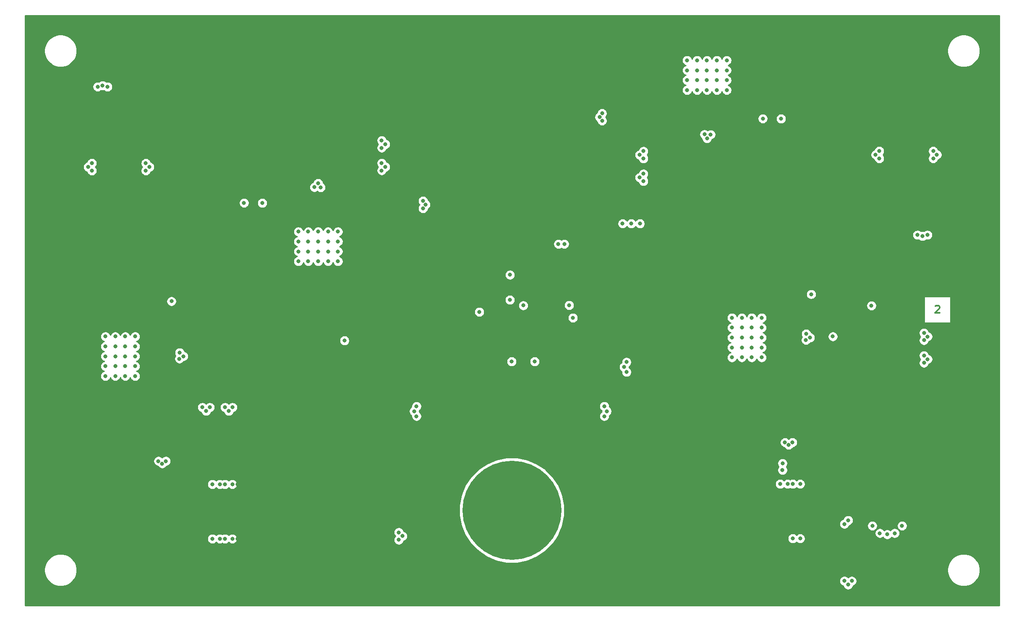
<source format=gbr>
G04 #@! TF.GenerationSoftware,KiCad,Pcbnew,(5.1.5)-3*
G04 #@! TF.CreationDate,2020-05-22T15:31:26-05:00*
G04 #@! TF.ProjectId,Power_Board,506f7765-725f-4426-9f61-72642e6b6963,rev?*
G04 #@! TF.SameCoordinates,Original*
G04 #@! TF.FileFunction,Copper,L2,Inr*
G04 #@! TF.FilePolarity,Positive*
%FSLAX46Y46*%
G04 Gerber Fmt 4.6, Leading zero omitted, Abs format (unit mm)*
G04 Created by KiCad (PCBNEW (5.1.5)-3) date 2020-05-22 15:31:26*
%MOMM*%
%LPD*%
G04 APERTURE LIST*
%ADD10C,0.300000*%
%ADD11C,20.000000*%
%ADD12C,1.100000*%
%ADD13C,0.800000*%
%ADD14C,0.254000*%
G04 APERTURE END LIST*
D10*
X234521428Y-93301428D02*
X234592857Y-93230000D01*
X234735714Y-93158571D01*
X235092857Y-93158571D01*
X235235714Y-93230000D01*
X235307142Y-93301428D01*
X235378571Y-93444285D01*
X235378571Y-93587142D01*
X235307142Y-93801428D01*
X234450000Y-94658571D01*
X235378571Y-94658571D01*
D11*
X149089599Y-134502000D03*
D12*
X149089599Y-127002000D03*
X154392899Y-129198700D03*
X156589599Y-134502000D03*
X154392899Y-139805300D03*
X149089599Y-142002000D03*
X143786299Y-139805300D03*
X141589599Y-134502000D03*
X143786299Y-129198700D03*
D13*
X234088240Y-63457520D03*
X234088240Y-61957520D03*
X234838240Y-62707520D03*
X167284640Y-55850220D03*
X167284640Y-54350220D03*
X232930140Y-78904920D03*
X230930140Y-78904920D03*
X223220600Y-63460060D03*
X222470600Y-62710060D03*
X166784640Y-55100220D03*
X223220600Y-61960060D03*
X203393040Y-55443120D03*
X199710040Y-55417720D03*
X188445140Y-43651920D03*
X186445140Y-49651920D03*
X188445140Y-45651920D03*
X184445140Y-47651920D03*
X186445140Y-43651920D03*
X184445140Y-43651920D03*
X186445140Y-47651920D03*
X188445140Y-47651920D03*
X186445140Y-45651920D03*
X184445140Y-45651920D03*
X184445140Y-49651920D03*
X192445140Y-47651920D03*
X192445140Y-43651920D03*
X192445140Y-49651920D03*
X190445140Y-47651920D03*
X190445140Y-45651920D03*
X231930140Y-79154920D03*
X190445140Y-43651920D03*
X192445140Y-45651920D03*
X190445140Y-49651920D03*
X175629000Y-68057460D03*
X188450220Y-59410600D03*
X188445140Y-49651920D03*
X189204600Y-58625740D03*
X187945840Y-58587640D03*
X174879000Y-62735460D03*
X174879000Y-67307460D03*
X175629000Y-66557460D03*
X175629000Y-63485460D03*
X175629000Y-61985460D03*
X185031380Y-58902600D03*
X181747160Y-56466740D03*
X181747160Y-53548280D03*
X79283740Y-124572020D03*
X77783740Y-124572020D03*
X78533740Y-125072020D03*
X67085440Y-103411520D03*
X73085440Y-105411520D03*
X69085440Y-103411520D03*
X71085440Y-107411520D03*
X67085440Y-105411520D03*
X67085440Y-107411520D03*
X71085440Y-105411520D03*
X71085440Y-103411520D03*
X69085440Y-105411520D03*
X69085440Y-107411520D03*
X73085440Y-107411520D03*
X71085440Y-99411520D03*
X67085440Y-99411520D03*
X73085440Y-99411520D03*
X71085440Y-101411520D03*
X69085440Y-101411520D03*
X67085440Y-101411520D03*
X69085440Y-99411520D03*
X73085440Y-101411520D03*
X82844120Y-103406440D03*
X73085440Y-103411520D03*
X82059260Y-102652060D03*
X82021160Y-103910820D03*
X82336120Y-106825280D03*
X81836120Y-107825280D03*
X79900260Y-110109500D03*
X76981800Y-110109500D03*
X203384900Y-106331240D03*
X206303360Y-106331240D03*
X151391620Y-93149420D03*
X160655000Y-93088460D03*
X142519400Y-94460060D03*
X149052280Y-104470200D03*
X153682700Y-104470200D03*
X172211740Y-104572560D03*
X171711740Y-105572560D03*
X172211740Y-106572560D03*
X203690220Y-125005720D03*
X203685140Y-126384940D03*
X216923620Y-149519780D03*
X216173620Y-148769780D03*
X217673620Y-148769780D03*
X224815400Y-139377420D03*
X226315400Y-139127420D03*
X227815400Y-137627420D03*
X223315400Y-139127420D03*
X209476340Y-90883740D03*
X221625160Y-93172280D03*
X213837520Y-99407980D03*
X205687360Y-120793260D03*
X204187360Y-120793260D03*
X204937360Y-121293260D03*
X199488540Y-99633260D03*
X193488540Y-103633260D03*
X197488540Y-101633260D03*
X197488540Y-99633260D03*
X199488540Y-103633260D03*
X195488540Y-97633260D03*
X197488540Y-95633260D03*
X193488540Y-97633260D03*
X195488540Y-95633260D03*
X193488540Y-99633260D03*
X199488540Y-101633260D03*
X195488540Y-99633260D03*
X193488540Y-101633260D03*
X195488540Y-103633260D03*
X199488540Y-95633260D03*
X197488540Y-97633260D03*
X199488540Y-97633260D03*
X197488540Y-103633260D03*
X193488540Y-95633260D03*
X209247220Y-99628180D03*
X208462360Y-98873800D03*
X195488540Y-101633260D03*
X208739220Y-103047020D03*
X208239220Y-104047020D03*
X232978700Y-103994460D03*
X232228700Y-103244460D03*
X232228700Y-104744460D03*
X232978700Y-99422460D03*
X232228700Y-100172460D03*
X232228700Y-98672460D03*
X115316500Y-100233220D03*
X92722880Y-113704680D03*
X87400880Y-114454680D03*
X91972880Y-114454680D03*
X91222880Y-113704680D03*
X88150880Y-113704680D03*
X86650880Y-113704680D03*
X80415880Y-92301560D03*
X127024260Y-139712440D03*
X126274260Y-138962440D03*
X126274260Y-140462440D03*
X184031380Y-58402600D03*
X114421160Y-69481320D03*
X122823540Y-59826460D03*
X123573540Y-60576460D03*
X122823540Y-61326460D03*
X122823540Y-65898460D03*
X123573540Y-65148460D03*
X122823540Y-64398460D03*
X64364300Y-65926400D03*
X63614300Y-65176400D03*
X64364300Y-64426400D03*
X75231940Y-64423860D03*
X75981940Y-65173860D03*
X75231940Y-65923860D03*
X113421160Y-68981320D03*
X131667900Y-72783700D03*
X131167900Y-73533700D03*
X131167900Y-72033700D03*
X66522400Y-48729000D03*
X67522400Y-48979000D03*
X65522400Y-48979000D03*
X110007400Y-78232000D03*
X110002320Y-68473320D03*
X109247940Y-69258180D03*
X110506700Y-69296280D03*
X116705380Y-71417180D03*
X116705380Y-74335640D03*
X98742500Y-72466200D03*
X95059500Y-72440800D03*
X207244700Y-140189700D03*
X204704700Y-129189700D03*
X207244700Y-129189700D03*
X205746100Y-140189700D03*
X203206100Y-129189700D03*
X205746100Y-129189700D03*
X90151200Y-140253200D03*
X88652600Y-140253200D03*
X91192600Y-140253200D03*
X93732600Y-140253200D03*
X96272600Y-140253200D03*
X92691200Y-140253200D03*
X95231200Y-140253200D03*
X97771200Y-140253200D03*
X88652600Y-129253200D03*
X90151200Y-129253200D03*
X97771200Y-129253200D03*
X95231200Y-129253200D03*
X93732600Y-129253200D03*
X92691200Y-129253200D03*
X91192600Y-129253200D03*
X96272600Y-129253200D03*
X129855200Y-113503200D03*
X129355200Y-114503200D03*
X129855200Y-115503200D03*
X168231200Y-114503200D03*
X167731200Y-115503200D03*
X167731200Y-113503200D03*
X112007400Y-78232000D03*
X114007400Y-78232000D03*
X110007400Y-80232000D03*
X112007400Y-80232000D03*
X114007400Y-80232000D03*
X110007400Y-82232000D03*
X112007400Y-82232000D03*
X114007400Y-82232000D03*
X110007400Y-84232000D03*
X112007400Y-84232000D03*
X114007400Y-84232000D03*
X108007400Y-78232000D03*
X106007400Y-78232000D03*
X106007400Y-80232000D03*
X106007400Y-82232000D03*
X106007400Y-84232000D03*
X108007400Y-80232000D03*
X108007400Y-82232000D03*
X108007400Y-84232000D03*
X151089599Y-120770400D03*
X147089599Y-120770400D03*
X145675399Y-120184600D03*
X152503799Y-120184600D03*
X153089599Y-118770400D03*
X145089599Y-118770400D03*
X149089599Y-120770400D03*
X151089599Y-108212000D03*
X147089599Y-108212000D03*
X153089599Y-110212000D03*
X145089599Y-110212000D03*
X149089599Y-108212000D03*
X145675399Y-108797800D03*
X152503799Y-108797800D03*
X161409380Y-95638620D03*
X148709380Y-86951820D03*
X158469940Y-80736060D03*
X159672680Y-80736060D03*
X173172120Y-76609940D03*
X174922120Y-76609940D03*
X171422120Y-76609940D03*
X208424260Y-100132560D03*
X148689060Y-92014040D03*
X216173620Y-137269780D03*
X216923620Y-136519780D03*
X221815400Y-137627420D03*
D14*
G36*
X247404600Y-153747800D02*
G01*
X50874598Y-153747800D01*
X50874598Y-146259257D01*
X54754598Y-146259257D01*
X54754598Y-146906345D01*
X54880838Y-147541000D01*
X55128469Y-148138832D01*
X55487972Y-148676867D01*
X55945532Y-149134427D01*
X56483567Y-149493930D01*
X57081399Y-149741561D01*
X57716054Y-149867801D01*
X58363142Y-149867801D01*
X58997797Y-149741561D01*
X59595629Y-149493930D01*
X60133664Y-149134427D01*
X60591224Y-148676867D01*
X60597254Y-148667841D01*
X215138620Y-148667841D01*
X215138620Y-148871719D01*
X215178394Y-149071678D01*
X215256415Y-149260036D01*
X215369683Y-149429554D01*
X215513846Y-149573717D01*
X215683364Y-149686985D01*
X215871722Y-149765006D01*
X215918992Y-149774408D01*
X215928394Y-149821678D01*
X216006415Y-150010036D01*
X216119683Y-150179554D01*
X216263846Y-150323717D01*
X216433364Y-150436985D01*
X216621722Y-150515006D01*
X216821681Y-150554780D01*
X217025559Y-150554780D01*
X217225518Y-150515006D01*
X217413876Y-150436985D01*
X217583394Y-150323717D01*
X217727557Y-150179554D01*
X217840825Y-150010036D01*
X217918846Y-149821678D01*
X217928248Y-149774408D01*
X217975518Y-149765006D01*
X218163876Y-149686985D01*
X218333394Y-149573717D01*
X218477557Y-149429554D01*
X218590825Y-149260036D01*
X218668846Y-149071678D01*
X218708620Y-148871719D01*
X218708620Y-148667841D01*
X218668846Y-148467882D01*
X218590825Y-148279524D01*
X218477557Y-148110006D01*
X218333394Y-147965843D01*
X218163876Y-147852575D01*
X217975518Y-147774554D01*
X217775559Y-147734780D01*
X217571681Y-147734780D01*
X217371722Y-147774554D01*
X217183364Y-147852575D01*
X217013846Y-147965843D01*
X216923620Y-148056069D01*
X216833394Y-147965843D01*
X216663876Y-147852575D01*
X216475518Y-147774554D01*
X216275559Y-147734780D01*
X216071681Y-147734780D01*
X215871722Y-147774554D01*
X215683364Y-147852575D01*
X215513846Y-147965843D01*
X215369683Y-148110006D01*
X215256415Y-148279524D01*
X215178394Y-148467882D01*
X215138620Y-148667841D01*
X60597254Y-148667841D01*
X60950727Y-148138832D01*
X61198358Y-147541000D01*
X61324598Y-146906345D01*
X61324598Y-146259257D01*
X236954600Y-146259257D01*
X236954600Y-146906345D01*
X237080840Y-147541000D01*
X237328471Y-148138832D01*
X237687974Y-148676867D01*
X238145534Y-149134427D01*
X238683569Y-149493930D01*
X239281401Y-149741561D01*
X239916056Y-149867801D01*
X240563144Y-149867801D01*
X241197799Y-149741561D01*
X241795631Y-149493930D01*
X242333666Y-149134427D01*
X242791226Y-148676867D01*
X243150729Y-148138832D01*
X243398360Y-147541000D01*
X243524600Y-146906345D01*
X243524600Y-146259257D01*
X243398360Y-145624602D01*
X243150729Y-145026770D01*
X242791226Y-144488735D01*
X242333666Y-144031175D01*
X241795631Y-143671672D01*
X241197799Y-143424041D01*
X240563144Y-143297801D01*
X239916056Y-143297801D01*
X239281401Y-143424041D01*
X238683569Y-143671672D01*
X238145534Y-144031175D01*
X237687974Y-144488735D01*
X237328471Y-145026770D01*
X237080840Y-145624602D01*
X236954600Y-146259257D01*
X61324598Y-146259257D01*
X61198358Y-145624602D01*
X60950727Y-145026770D01*
X60591224Y-144488735D01*
X60133664Y-144031175D01*
X59595629Y-143671672D01*
X58997797Y-143424041D01*
X58363142Y-143297801D01*
X57716054Y-143297801D01*
X57081399Y-143424041D01*
X56483567Y-143671672D01*
X55945532Y-144031175D01*
X55487972Y-144488735D01*
X55128469Y-145026770D01*
X54880838Y-145624602D01*
X54754598Y-146259257D01*
X50874598Y-146259257D01*
X50874598Y-140151261D01*
X87617600Y-140151261D01*
X87617600Y-140355139D01*
X87657374Y-140555098D01*
X87735395Y-140743456D01*
X87848663Y-140912974D01*
X87992826Y-141057137D01*
X88162344Y-141170405D01*
X88350702Y-141248426D01*
X88550661Y-141288200D01*
X88754539Y-141288200D01*
X88954498Y-141248426D01*
X89142856Y-141170405D01*
X89312374Y-141057137D01*
X89401900Y-140967611D01*
X89491426Y-141057137D01*
X89660944Y-141170405D01*
X89849302Y-141248426D01*
X90049261Y-141288200D01*
X90253139Y-141288200D01*
X90453098Y-141248426D01*
X90641456Y-141170405D01*
X90671900Y-141150063D01*
X90702344Y-141170405D01*
X90890702Y-141248426D01*
X91090661Y-141288200D01*
X91294539Y-141288200D01*
X91494498Y-141248426D01*
X91682856Y-141170405D01*
X91852374Y-141057137D01*
X91941900Y-140967611D01*
X92031426Y-141057137D01*
X92200944Y-141170405D01*
X92389302Y-141248426D01*
X92589261Y-141288200D01*
X92793139Y-141288200D01*
X92993098Y-141248426D01*
X93181456Y-141170405D01*
X93350974Y-141057137D01*
X93495137Y-140912974D01*
X93608405Y-140743456D01*
X93686426Y-140555098D01*
X93726200Y-140355139D01*
X93726200Y-140151261D01*
X93686426Y-139951302D01*
X93608405Y-139762944D01*
X93495137Y-139593426D01*
X93350974Y-139449263D01*
X93181456Y-139335995D01*
X92993098Y-139257974D01*
X92793139Y-139218200D01*
X92589261Y-139218200D01*
X92389302Y-139257974D01*
X92200944Y-139335995D01*
X92031426Y-139449263D01*
X91941900Y-139538789D01*
X91852374Y-139449263D01*
X91682856Y-139335995D01*
X91494498Y-139257974D01*
X91294539Y-139218200D01*
X91090661Y-139218200D01*
X90890702Y-139257974D01*
X90702344Y-139335995D01*
X90671900Y-139356337D01*
X90641456Y-139335995D01*
X90453098Y-139257974D01*
X90253139Y-139218200D01*
X90049261Y-139218200D01*
X89849302Y-139257974D01*
X89660944Y-139335995D01*
X89491426Y-139449263D01*
X89401900Y-139538789D01*
X89312374Y-139449263D01*
X89142856Y-139335995D01*
X88954498Y-139257974D01*
X88754539Y-139218200D01*
X88550661Y-139218200D01*
X88350702Y-139257974D01*
X88162344Y-139335995D01*
X87992826Y-139449263D01*
X87848663Y-139593426D01*
X87735395Y-139762944D01*
X87657374Y-139951302D01*
X87617600Y-140151261D01*
X50874598Y-140151261D01*
X50874598Y-138860501D01*
X125239260Y-138860501D01*
X125239260Y-139064379D01*
X125279034Y-139264338D01*
X125357055Y-139452696D01*
X125470323Y-139622214D01*
X125560549Y-139712440D01*
X125470323Y-139802666D01*
X125357055Y-139972184D01*
X125279034Y-140160542D01*
X125239260Y-140360501D01*
X125239260Y-140564379D01*
X125279034Y-140764338D01*
X125357055Y-140952696D01*
X125470323Y-141122214D01*
X125614486Y-141266377D01*
X125784004Y-141379645D01*
X125972362Y-141457666D01*
X126172321Y-141497440D01*
X126376199Y-141497440D01*
X126576158Y-141457666D01*
X126764516Y-141379645D01*
X126934034Y-141266377D01*
X127078197Y-141122214D01*
X127191465Y-140952696D01*
X127269486Y-140764338D01*
X127278888Y-140717068D01*
X127326158Y-140707666D01*
X127514516Y-140629645D01*
X127684034Y-140516377D01*
X127828197Y-140372214D01*
X127941465Y-140202696D01*
X128019486Y-140014338D01*
X128059260Y-139814379D01*
X128059260Y-139610501D01*
X128019486Y-139410542D01*
X127941465Y-139222184D01*
X127828197Y-139052666D01*
X127684034Y-138908503D01*
X127514516Y-138795235D01*
X127326158Y-138717214D01*
X127278888Y-138707812D01*
X127269486Y-138660542D01*
X127191465Y-138472184D01*
X127078197Y-138302666D01*
X126934034Y-138158503D01*
X126764516Y-138045235D01*
X126576158Y-137967214D01*
X126376199Y-137927440D01*
X126172321Y-137927440D01*
X125972362Y-137967214D01*
X125784004Y-138045235D01*
X125614486Y-138158503D01*
X125470323Y-138302666D01*
X125357055Y-138472184D01*
X125279034Y-138660542D01*
X125239260Y-138860501D01*
X50874598Y-138860501D01*
X50874598Y-133454544D01*
X138454599Y-133454544D01*
X138454599Y-135549456D01*
X138863296Y-137604115D01*
X139664984Y-139539561D01*
X140828855Y-141281417D01*
X142310182Y-142762744D01*
X144052038Y-143926615D01*
X145987484Y-144728303D01*
X148042143Y-145137000D01*
X150137055Y-145137000D01*
X152191714Y-144728303D01*
X154127160Y-143926615D01*
X155869016Y-142762744D01*
X157350343Y-141281417D01*
X158147918Y-140087761D01*
X204711100Y-140087761D01*
X204711100Y-140291639D01*
X204750874Y-140491598D01*
X204828895Y-140679956D01*
X204942163Y-140849474D01*
X205086326Y-140993637D01*
X205255844Y-141106905D01*
X205444202Y-141184926D01*
X205644161Y-141224700D01*
X205848039Y-141224700D01*
X206047998Y-141184926D01*
X206236356Y-141106905D01*
X206405874Y-140993637D01*
X206495400Y-140904111D01*
X206584926Y-140993637D01*
X206754444Y-141106905D01*
X206942802Y-141184926D01*
X207142761Y-141224700D01*
X207346639Y-141224700D01*
X207546598Y-141184926D01*
X207734956Y-141106905D01*
X207904474Y-140993637D01*
X208048637Y-140849474D01*
X208161905Y-140679956D01*
X208239926Y-140491598D01*
X208279700Y-140291639D01*
X208279700Y-140087761D01*
X208239926Y-139887802D01*
X208161905Y-139699444D01*
X208048637Y-139529926D01*
X207904474Y-139385763D01*
X207734956Y-139272495D01*
X207546598Y-139194474D01*
X207346639Y-139154700D01*
X207142761Y-139154700D01*
X206942802Y-139194474D01*
X206754444Y-139272495D01*
X206584926Y-139385763D01*
X206495400Y-139475289D01*
X206405874Y-139385763D01*
X206236356Y-139272495D01*
X206047998Y-139194474D01*
X205848039Y-139154700D01*
X205644161Y-139154700D01*
X205444202Y-139194474D01*
X205255844Y-139272495D01*
X205086326Y-139385763D01*
X204942163Y-139529926D01*
X204828895Y-139699444D01*
X204750874Y-139887802D01*
X204711100Y-140087761D01*
X158147918Y-140087761D01*
X158514214Y-139539561D01*
X158727152Y-139025481D01*
X222280400Y-139025481D01*
X222280400Y-139229359D01*
X222320174Y-139429318D01*
X222398195Y-139617676D01*
X222511463Y-139787194D01*
X222655626Y-139931357D01*
X222825144Y-140044625D01*
X223013502Y-140122646D01*
X223213461Y-140162420D01*
X223417339Y-140162420D01*
X223617298Y-140122646D01*
X223805656Y-140044625D01*
X223951372Y-139947261D01*
X224011463Y-140037194D01*
X224155626Y-140181357D01*
X224325144Y-140294625D01*
X224513502Y-140372646D01*
X224713461Y-140412420D01*
X224917339Y-140412420D01*
X225117298Y-140372646D01*
X225305656Y-140294625D01*
X225475174Y-140181357D01*
X225619337Y-140037194D01*
X225679428Y-139947261D01*
X225825144Y-140044625D01*
X226013502Y-140122646D01*
X226213461Y-140162420D01*
X226417339Y-140162420D01*
X226617298Y-140122646D01*
X226805656Y-140044625D01*
X226975174Y-139931357D01*
X227119337Y-139787194D01*
X227232605Y-139617676D01*
X227310626Y-139429318D01*
X227350400Y-139229359D01*
X227350400Y-139025481D01*
X227310626Y-138825522D01*
X227232605Y-138637164D01*
X227119337Y-138467646D01*
X226975174Y-138323483D01*
X226805656Y-138210215D01*
X226617298Y-138132194D01*
X226417339Y-138092420D01*
X226213461Y-138092420D01*
X226013502Y-138132194D01*
X225825144Y-138210215D01*
X225655626Y-138323483D01*
X225511463Y-138467646D01*
X225451372Y-138557579D01*
X225305656Y-138460215D01*
X225117298Y-138382194D01*
X224917339Y-138342420D01*
X224713461Y-138342420D01*
X224513502Y-138382194D01*
X224325144Y-138460215D01*
X224179428Y-138557579D01*
X224119337Y-138467646D01*
X223975174Y-138323483D01*
X223805656Y-138210215D01*
X223617298Y-138132194D01*
X223417339Y-138092420D01*
X223213461Y-138092420D01*
X223013502Y-138132194D01*
X222825144Y-138210215D01*
X222655626Y-138323483D01*
X222511463Y-138467646D01*
X222398195Y-138637164D01*
X222320174Y-138825522D01*
X222280400Y-139025481D01*
X158727152Y-139025481D01*
X159315902Y-137604115D01*
X159402682Y-137167841D01*
X215138620Y-137167841D01*
X215138620Y-137371719D01*
X215178394Y-137571678D01*
X215256415Y-137760036D01*
X215369683Y-137929554D01*
X215513846Y-138073717D01*
X215683364Y-138186985D01*
X215871722Y-138265006D01*
X216071681Y-138304780D01*
X216275559Y-138304780D01*
X216475518Y-138265006D01*
X216663876Y-138186985D01*
X216833394Y-138073717D01*
X216977557Y-137929554D01*
X217090825Y-137760036D01*
X217168846Y-137571678D01*
X217178034Y-137525481D01*
X220780400Y-137525481D01*
X220780400Y-137729359D01*
X220820174Y-137929318D01*
X220898195Y-138117676D01*
X221011463Y-138287194D01*
X221155626Y-138431357D01*
X221325144Y-138544625D01*
X221513502Y-138622646D01*
X221713461Y-138662420D01*
X221917339Y-138662420D01*
X222117298Y-138622646D01*
X222305656Y-138544625D01*
X222475174Y-138431357D01*
X222619337Y-138287194D01*
X222732605Y-138117676D01*
X222810626Y-137929318D01*
X222850400Y-137729359D01*
X222850400Y-137525481D01*
X226780400Y-137525481D01*
X226780400Y-137729359D01*
X226820174Y-137929318D01*
X226898195Y-138117676D01*
X227011463Y-138287194D01*
X227155626Y-138431357D01*
X227325144Y-138544625D01*
X227513502Y-138622646D01*
X227713461Y-138662420D01*
X227917339Y-138662420D01*
X228117298Y-138622646D01*
X228305656Y-138544625D01*
X228475174Y-138431357D01*
X228619337Y-138287194D01*
X228732605Y-138117676D01*
X228810626Y-137929318D01*
X228850400Y-137729359D01*
X228850400Y-137525481D01*
X228810626Y-137325522D01*
X228732605Y-137137164D01*
X228619337Y-136967646D01*
X228475174Y-136823483D01*
X228305656Y-136710215D01*
X228117298Y-136632194D01*
X227917339Y-136592420D01*
X227713461Y-136592420D01*
X227513502Y-136632194D01*
X227325144Y-136710215D01*
X227155626Y-136823483D01*
X227011463Y-136967646D01*
X226898195Y-137137164D01*
X226820174Y-137325522D01*
X226780400Y-137525481D01*
X222850400Y-137525481D01*
X222810626Y-137325522D01*
X222732605Y-137137164D01*
X222619337Y-136967646D01*
X222475174Y-136823483D01*
X222305656Y-136710215D01*
X222117298Y-136632194D01*
X221917339Y-136592420D01*
X221713461Y-136592420D01*
X221513502Y-136632194D01*
X221325144Y-136710215D01*
X221155626Y-136823483D01*
X221011463Y-136967646D01*
X220898195Y-137137164D01*
X220820174Y-137325522D01*
X220780400Y-137525481D01*
X217178034Y-137525481D01*
X217178248Y-137524408D01*
X217225518Y-137515006D01*
X217413876Y-137436985D01*
X217583394Y-137323717D01*
X217727557Y-137179554D01*
X217840825Y-137010036D01*
X217918846Y-136821678D01*
X217958620Y-136621719D01*
X217958620Y-136417841D01*
X217918846Y-136217882D01*
X217840825Y-136029524D01*
X217727557Y-135860006D01*
X217583394Y-135715843D01*
X217413876Y-135602575D01*
X217225518Y-135524554D01*
X217025559Y-135484780D01*
X216821681Y-135484780D01*
X216621722Y-135524554D01*
X216433364Y-135602575D01*
X216263846Y-135715843D01*
X216119683Y-135860006D01*
X216006415Y-136029524D01*
X215928394Y-136217882D01*
X215918992Y-136265152D01*
X215871722Y-136274554D01*
X215683364Y-136352575D01*
X215513846Y-136465843D01*
X215369683Y-136610006D01*
X215256415Y-136779524D01*
X215178394Y-136967882D01*
X215138620Y-137167841D01*
X159402682Y-137167841D01*
X159724599Y-135549456D01*
X159724599Y-133454544D01*
X159315902Y-131399885D01*
X158514214Y-129464439D01*
X158262526Y-129087761D01*
X202171100Y-129087761D01*
X202171100Y-129291639D01*
X202210874Y-129491598D01*
X202288895Y-129679956D01*
X202402163Y-129849474D01*
X202546326Y-129993637D01*
X202715844Y-130106905D01*
X202904202Y-130184926D01*
X203104161Y-130224700D01*
X203308039Y-130224700D01*
X203507998Y-130184926D01*
X203696356Y-130106905D01*
X203865874Y-129993637D01*
X203955400Y-129904111D01*
X204044926Y-129993637D01*
X204214444Y-130106905D01*
X204402802Y-130184926D01*
X204602761Y-130224700D01*
X204806639Y-130224700D01*
X205006598Y-130184926D01*
X205194956Y-130106905D01*
X205225400Y-130086563D01*
X205255844Y-130106905D01*
X205444202Y-130184926D01*
X205644161Y-130224700D01*
X205848039Y-130224700D01*
X206047998Y-130184926D01*
X206236356Y-130106905D01*
X206405874Y-129993637D01*
X206495400Y-129904111D01*
X206584926Y-129993637D01*
X206754444Y-130106905D01*
X206942802Y-130184926D01*
X207142761Y-130224700D01*
X207346639Y-130224700D01*
X207546598Y-130184926D01*
X207734956Y-130106905D01*
X207904474Y-129993637D01*
X208048637Y-129849474D01*
X208161905Y-129679956D01*
X208239926Y-129491598D01*
X208279700Y-129291639D01*
X208279700Y-129087761D01*
X208239926Y-128887802D01*
X208161905Y-128699444D01*
X208048637Y-128529926D01*
X207904474Y-128385763D01*
X207734956Y-128272495D01*
X207546598Y-128194474D01*
X207346639Y-128154700D01*
X207142761Y-128154700D01*
X206942802Y-128194474D01*
X206754444Y-128272495D01*
X206584926Y-128385763D01*
X206495400Y-128475289D01*
X206405874Y-128385763D01*
X206236356Y-128272495D01*
X206047998Y-128194474D01*
X205848039Y-128154700D01*
X205644161Y-128154700D01*
X205444202Y-128194474D01*
X205255844Y-128272495D01*
X205225400Y-128292837D01*
X205194956Y-128272495D01*
X205006598Y-128194474D01*
X204806639Y-128154700D01*
X204602761Y-128154700D01*
X204402802Y-128194474D01*
X204214444Y-128272495D01*
X204044926Y-128385763D01*
X203955400Y-128475289D01*
X203865874Y-128385763D01*
X203696356Y-128272495D01*
X203507998Y-128194474D01*
X203308039Y-128154700D01*
X203104161Y-128154700D01*
X202904202Y-128194474D01*
X202715844Y-128272495D01*
X202546326Y-128385763D01*
X202402163Y-128529926D01*
X202288895Y-128699444D01*
X202210874Y-128887802D01*
X202171100Y-129087761D01*
X158262526Y-129087761D01*
X157350343Y-127722583D01*
X155910761Y-126283001D01*
X202650140Y-126283001D01*
X202650140Y-126486879D01*
X202689914Y-126686838D01*
X202767935Y-126875196D01*
X202881203Y-127044714D01*
X203025366Y-127188877D01*
X203194884Y-127302145D01*
X203383242Y-127380166D01*
X203583201Y-127419940D01*
X203787079Y-127419940D01*
X203987038Y-127380166D01*
X204175396Y-127302145D01*
X204344914Y-127188877D01*
X204489077Y-127044714D01*
X204602345Y-126875196D01*
X204680366Y-126686838D01*
X204720140Y-126486879D01*
X204720140Y-126283001D01*
X204680366Y-126083042D01*
X204602345Y-125894684D01*
X204489077Y-125725166D01*
X204461781Y-125697870D01*
X204494157Y-125665494D01*
X204607425Y-125495976D01*
X204685446Y-125307618D01*
X204725220Y-125107659D01*
X204725220Y-124903781D01*
X204685446Y-124703822D01*
X204607425Y-124515464D01*
X204494157Y-124345946D01*
X204349994Y-124201783D01*
X204180476Y-124088515D01*
X203992118Y-124010494D01*
X203792159Y-123970720D01*
X203588281Y-123970720D01*
X203388322Y-124010494D01*
X203199964Y-124088515D01*
X203030446Y-124201783D01*
X202886283Y-124345946D01*
X202773015Y-124515464D01*
X202694994Y-124703822D01*
X202655220Y-124903781D01*
X202655220Y-125107659D01*
X202694994Y-125307618D01*
X202773015Y-125495976D01*
X202886283Y-125665494D01*
X202913579Y-125692790D01*
X202881203Y-125725166D01*
X202767935Y-125894684D01*
X202689914Y-126083042D01*
X202650140Y-126283001D01*
X155910761Y-126283001D01*
X155869016Y-126241256D01*
X154127160Y-125077385D01*
X152191714Y-124275697D01*
X150137055Y-123867000D01*
X148042143Y-123867000D01*
X145987484Y-124275697D01*
X144052038Y-125077385D01*
X142310182Y-126241256D01*
X140828855Y-127722583D01*
X139664984Y-129464439D01*
X138863296Y-131399885D01*
X138454599Y-133454544D01*
X50874598Y-133454544D01*
X50874598Y-129151261D01*
X87617600Y-129151261D01*
X87617600Y-129355139D01*
X87657374Y-129555098D01*
X87735395Y-129743456D01*
X87848663Y-129912974D01*
X87992826Y-130057137D01*
X88162344Y-130170405D01*
X88350702Y-130248426D01*
X88550661Y-130288200D01*
X88754539Y-130288200D01*
X88954498Y-130248426D01*
X89142856Y-130170405D01*
X89312374Y-130057137D01*
X89401900Y-129967611D01*
X89491426Y-130057137D01*
X89660944Y-130170405D01*
X89849302Y-130248426D01*
X90049261Y-130288200D01*
X90253139Y-130288200D01*
X90453098Y-130248426D01*
X90641456Y-130170405D01*
X90671900Y-130150063D01*
X90702344Y-130170405D01*
X90890702Y-130248426D01*
X91090661Y-130288200D01*
X91294539Y-130288200D01*
X91494498Y-130248426D01*
X91682856Y-130170405D01*
X91852374Y-130057137D01*
X91941900Y-129967611D01*
X92031426Y-130057137D01*
X92200944Y-130170405D01*
X92389302Y-130248426D01*
X92589261Y-130288200D01*
X92793139Y-130288200D01*
X92993098Y-130248426D01*
X93181456Y-130170405D01*
X93350974Y-130057137D01*
X93495137Y-129912974D01*
X93608405Y-129743456D01*
X93686426Y-129555098D01*
X93726200Y-129355139D01*
X93726200Y-129151261D01*
X93686426Y-128951302D01*
X93608405Y-128762944D01*
X93495137Y-128593426D01*
X93350974Y-128449263D01*
X93181456Y-128335995D01*
X92993098Y-128257974D01*
X92793139Y-128218200D01*
X92589261Y-128218200D01*
X92389302Y-128257974D01*
X92200944Y-128335995D01*
X92031426Y-128449263D01*
X91941900Y-128538789D01*
X91852374Y-128449263D01*
X91682856Y-128335995D01*
X91494498Y-128257974D01*
X91294539Y-128218200D01*
X91090661Y-128218200D01*
X90890702Y-128257974D01*
X90702344Y-128335995D01*
X90671900Y-128356337D01*
X90641456Y-128335995D01*
X90453098Y-128257974D01*
X90253139Y-128218200D01*
X90049261Y-128218200D01*
X89849302Y-128257974D01*
X89660944Y-128335995D01*
X89491426Y-128449263D01*
X89401900Y-128538789D01*
X89312374Y-128449263D01*
X89142856Y-128335995D01*
X88954498Y-128257974D01*
X88754539Y-128218200D01*
X88550661Y-128218200D01*
X88350702Y-128257974D01*
X88162344Y-128335995D01*
X87992826Y-128449263D01*
X87848663Y-128593426D01*
X87735395Y-128762944D01*
X87657374Y-128951302D01*
X87617600Y-129151261D01*
X50874598Y-129151261D01*
X50874598Y-124470081D01*
X76748740Y-124470081D01*
X76748740Y-124673959D01*
X76788514Y-124873918D01*
X76866535Y-125062276D01*
X76979803Y-125231794D01*
X77123966Y-125375957D01*
X77293484Y-125489225D01*
X77481842Y-125567246D01*
X77641011Y-125598906D01*
X77729803Y-125731794D01*
X77873966Y-125875957D01*
X78043484Y-125989225D01*
X78231842Y-126067246D01*
X78431801Y-126107020D01*
X78635679Y-126107020D01*
X78835638Y-126067246D01*
X79023996Y-125989225D01*
X79193514Y-125875957D01*
X79337677Y-125731794D01*
X79426469Y-125598906D01*
X79585638Y-125567246D01*
X79773996Y-125489225D01*
X79943514Y-125375957D01*
X80087677Y-125231794D01*
X80200945Y-125062276D01*
X80278966Y-124873918D01*
X80318740Y-124673959D01*
X80318740Y-124470081D01*
X80278966Y-124270122D01*
X80200945Y-124081764D01*
X80087677Y-123912246D01*
X79943514Y-123768083D01*
X79773996Y-123654815D01*
X79585638Y-123576794D01*
X79385679Y-123537020D01*
X79181801Y-123537020D01*
X78981842Y-123576794D01*
X78793484Y-123654815D01*
X78623966Y-123768083D01*
X78533740Y-123858309D01*
X78443514Y-123768083D01*
X78273996Y-123654815D01*
X78085638Y-123576794D01*
X77885679Y-123537020D01*
X77681801Y-123537020D01*
X77481842Y-123576794D01*
X77293484Y-123654815D01*
X77123966Y-123768083D01*
X76979803Y-123912246D01*
X76866535Y-124081764D01*
X76788514Y-124270122D01*
X76748740Y-124470081D01*
X50874598Y-124470081D01*
X50874598Y-120691321D01*
X203152360Y-120691321D01*
X203152360Y-120895199D01*
X203192134Y-121095158D01*
X203270155Y-121283516D01*
X203383423Y-121453034D01*
X203527586Y-121597197D01*
X203697104Y-121710465D01*
X203885462Y-121788486D01*
X204044631Y-121820146D01*
X204133423Y-121953034D01*
X204277586Y-122097197D01*
X204447104Y-122210465D01*
X204635462Y-122288486D01*
X204835421Y-122328260D01*
X205039299Y-122328260D01*
X205239258Y-122288486D01*
X205427616Y-122210465D01*
X205597134Y-122097197D01*
X205741297Y-121953034D01*
X205830089Y-121820146D01*
X205989258Y-121788486D01*
X206177616Y-121710465D01*
X206347134Y-121597197D01*
X206491297Y-121453034D01*
X206604565Y-121283516D01*
X206682586Y-121095158D01*
X206722360Y-120895199D01*
X206722360Y-120691321D01*
X206682586Y-120491362D01*
X206604565Y-120303004D01*
X206491297Y-120133486D01*
X206347134Y-119989323D01*
X206177616Y-119876055D01*
X205989258Y-119798034D01*
X205789299Y-119758260D01*
X205585421Y-119758260D01*
X205385462Y-119798034D01*
X205197104Y-119876055D01*
X205027586Y-119989323D01*
X204937360Y-120079549D01*
X204847134Y-119989323D01*
X204677616Y-119876055D01*
X204489258Y-119798034D01*
X204289299Y-119758260D01*
X204085421Y-119758260D01*
X203885462Y-119798034D01*
X203697104Y-119876055D01*
X203527586Y-119989323D01*
X203383423Y-120133486D01*
X203270155Y-120303004D01*
X203192134Y-120491362D01*
X203152360Y-120691321D01*
X50874598Y-120691321D01*
X50874598Y-113602741D01*
X85615880Y-113602741D01*
X85615880Y-113806619D01*
X85655654Y-114006578D01*
X85733675Y-114194936D01*
X85846943Y-114364454D01*
X85991106Y-114508617D01*
X86160624Y-114621885D01*
X86348982Y-114699906D01*
X86396252Y-114709308D01*
X86405654Y-114756578D01*
X86483675Y-114944936D01*
X86596943Y-115114454D01*
X86741106Y-115258617D01*
X86910624Y-115371885D01*
X87098982Y-115449906D01*
X87298941Y-115489680D01*
X87502819Y-115489680D01*
X87702778Y-115449906D01*
X87891136Y-115371885D01*
X88060654Y-115258617D01*
X88204817Y-115114454D01*
X88318085Y-114944936D01*
X88396106Y-114756578D01*
X88405508Y-114709308D01*
X88452778Y-114699906D01*
X88641136Y-114621885D01*
X88810654Y-114508617D01*
X88954817Y-114364454D01*
X89068085Y-114194936D01*
X89146106Y-114006578D01*
X89185880Y-113806619D01*
X89185880Y-113602741D01*
X90187880Y-113602741D01*
X90187880Y-113806619D01*
X90227654Y-114006578D01*
X90305675Y-114194936D01*
X90418943Y-114364454D01*
X90563106Y-114508617D01*
X90732624Y-114621885D01*
X90920982Y-114699906D01*
X90968252Y-114709308D01*
X90977654Y-114756578D01*
X91055675Y-114944936D01*
X91168943Y-115114454D01*
X91313106Y-115258617D01*
X91482624Y-115371885D01*
X91670982Y-115449906D01*
X91870941Y-115489680D01*
X92074819Y-115489680D01*
X92274778Y-115449906D01*
X92463136Y-115371885D01*
X92632654Y-115258617D01*
X92776817Y-115114454D01*
X92890085Y-114944936D01*
X92968106Y-114756578D01*
X92977508Y-114709308D01*
X93024778Y-114699906D01*
X93213136Y-114621885D01*
X93382654Y-114508617D01*
X93490010Y-114401261D01*
X128320200Y-114401261D01*
X128320200Y-114605139D01*
X128359974Y-114805098D01*
X128437995Y-114993456D01*
X128551263Y-115162974D01*
X128695426Y-115307137D01*
X128822088Y-115391770D01*
X128820200Y-115401261D01*
X128820200Y-115605139D01*
X128859974Y-115805098D01*
X128937995Y-115993456D01*
X129051263Y-116162974D01*
X129195426Y-116307137D01*
X129364944Y-116420405D01*
X129553302Y-116498426D01*
X129753261Y-116538200D01*
X129957139Y-116538200D01*
X130157098Y-116498426D01*
X130345456Y-116420405D01*
X130514974Y-116307137D01*
X130659137Y-116162974D01*
X130772405Y-115993456D01*
X130850426Y-115805098D01*
X130890200Y-115605139D01*
X130890200Y-115401261D01*
X130850426Y-115201302D01*
X130772405Y-115012944D01*
X130659137Y-114843426D01*
X130514974Y-114699263D01*
X130388312Y-114614630D01*
X130390200Y-114605139D01*
X130390200Y-114401261D01*
X130388312Y-114391770D01*
X130514974Y-114307137D01*
X130659137Y-114162974D01*
X130772405Y-113993456D01*
X130850426Y-113805098D01*
X130890200Y-113605139D01*
X130890200Y-113401261D01*
X166696200Y-113401261D01*
X166696200Y-113605139D01*
X166735974Y-113805098D01*
X166813995Y-113993456D01*
X166927263Y-114162974D01*
X167071426Y-114307137D01*
X167198088Y-114391770D01*
X167196200Y-114401261D01*
X167196200Y-114605139D01*
X167198088Y-114614630D01*
X167071426Y-114699263D01*
X166927263Y-114843426D01*
X166813995Y-115012944D01*
X166735974Y-115201302D01*
X166696200Y-115401261D01*
X166696200Y-115605139D01*
X166735974Y-115805098D01*
X166813995Y-115993456D01*
X166927263Y-116162974D01*
X167071426Y-116307137D01*
X167240944Y-116420405D01*
X167429302Y-116498426D01*
X167629261Y-116538200D01*
X167833139Y-116538200D01*
X168033098Y-116498426D01*
X168221456Y-116420405D01*
X168390974Y-116307137D01*
X168535137Y-116162974D01*
X168648405Y-115993456D01*
X168726426Y-115805098D01*
X168766200Y-115605139D01*
X168766200Y-115401261D01*
X168764312Y-115391770D01*
X168890974Y-115307137D01*
X169035137Y-115162974D01*
X169148405Y-114993456D01*
X169226426Y-114805098D01*
X169266200Y-114605139D01*
X169266200Y-114401261D01*
X169226426Y-114201302D01*
X169148405Y-114012944D01*
X169035137Y-113843426D01*
X168890974Y-113699263D01*
X168764312Y-113614630D01*
X168766200Y-113605139D01*
X168766200Y-113401261D01*
X168726426Y-113201302D01*
X168648405Y-113012944D01*
X168535137Y-112843426D01*
X168390974Y-112699263D01*
X168221456Y-112585995D01*
X168033098Y-112507974D01*
X167833139Y-112468200D01*
X167629261Y-112468200D01*
X167429302Y-112507974D01*
X167240944Y-112585995D01*
X167071426Y-112699263D01*
X166927263Y-112843426D01*
X166813995Y-113012944D01*
X166735974Y-113201302D01*
X166696200Y-113401261D01*
X130890200Y-113401261D01*
X130850426Y-113201302D01*
X130772405Y-113012944D01*
X130659137Y-112843426D01*
X130514974Y-112699263D01*
X130345456Y-112585995D01*
X130157098Y-112507974D01*
X129957139Y-112468200D01*
X129753261Y-112468200D01*
X129553302Y-112507974D01*
X129364944Y-112585995D01*
X129195426Y-112699263D01*
X129051263Y-112843426D01*
X128937995Y-113012944D01*
X128859974Y-113201302D01*
X128820200Y-113401261D01*
X128820200Y-113605139D01*
X128822088Y-113614630D01*
X128695426Y-113699263D01*
X128551263Y-113843426D01*
X128437995Y-114012944D01*
X128359974Y-114201302D01*
X128320200Y-114401261D01*
X93490010Y-114401261D01*
X93526817Y-114364454D01*
X93640085Y-114194936D01*
X93718106Y-114006578D01*
X93757880Y-113806619D01*
X93757880Y-113602741D01*
X93718106Y-113402782D01*
X93640085Y-113214424D01*
X93526817Y-113044906D01*
X93382654Y-112900743D01*
X93213136Y-112787475D01*
X93024778Y-112709454D01*
X92824819Y-112669680D01*
X92620941Y-112669680D01*
X92420982Y-112709454D01*
X92232624Y-112787475D01*
X92063106Y-112900743D01*
X91972880Y-112990969D01*
X91882654Y-112900743D01*
X91713136Y-112787475D01*
X91524778Y-112709454D01*
X91324819Y-112669680D01*
X91120941Y-112669680D01*
X90920982Y-112709454D01*
X90732624Y-112787475D01*
X90563106Y-112900743D01*
X90418943Y-113044906D01*
X90305675Y-113214424D01*
X90227654Y-113402782D01*
X90187880Y-113602741D01*
X89185880Y-113602741D01*
X89146106Y-113402782D01*
X89068085Y-113214424D01*
X88954817Y-113044906D01*
X88810654Y-112900743D01*
X88641136Y-112787475D01*
X88452778Y-112709454D01*
X88252819Y-112669680D01*
X88048941Y-112669680D01*
X87848982Y-112709454D01*
X87660624Y-112787475D01*
X87491106Y-112900743D01*
X87400880Y-112990969D01*
X87310654Y-112900743D01*
X87141136Y-112787475D01*
X86952778Y-112709454D01*
X86752819Y-112669680D01*
X86548941Y-112669680D01*
X86348982Y-112709454D01*
X86160624Y-112787475D01*
X85991106Y-112900743D01*
X85846943Y-113044906D01*
X85733675Y-113214424D01*
X85655654Y-113402782D01*
X85615880Y-113602741D01*
X50874598Y-113602741D01*
X50874598Y-99309581D01*
X66050440Y-99309581D01*
X66050440Y-99513459D01*
X66090214Y-99713418D01*
X66168235Y-99901776D01*
X66281503Y-100071294D01*
X66425666Y-100215457D01*
X66595184Y-100328725D01*
X66783542Y-100406746D01*
X66807543Y-100411520D01*
X66783542Y-100416294D01*
X66595184Y-100494315D01*
X66425666Y-100607583D01*
X66281503Y-100751746D01*
X66168235Y-100921264D01*
X66090214Y-101109622D01*
X66050440Y-101309581D01*
X66050440Y-101513459D01*
X66090214Y-101713418D01*
X66168235Y-101901776D01*
X66281503Y-102071294D01*
X66425666Y-102215457D01*
X66595184Y-102328725D01*
X66783542Y-102406746D01*
X66807543Y-102411520D01*
X66783542Y-102416294D01*
X66595184Y-102494315D01*
X66425666Y-102607583D01*
X66281503Y-102751746D01*
X66168235Y-102921264D01*
X66090214Y-103109622D01*
X66050440Y-103309581D01*
X66050440Y-103513459D01*
X66090214Y-103713418D01*
X66168235Y-103901776D01*
X66281503Y-104071294D01*
X66425666Y-104215457D01*
X66595184Y-104328725D01*
X66783542Y-104406746D01*
X66807543Y-104411520D01*
X66783542Y-104416294D01*
X66595184Y-104494315D01*
X66425666Y-104607583D01*
X66281503Y-104751746D01*
X66168235Y-104921264D01*
X66090214Y-105109622D01*
X66050440Y-105309581D01*
X66050440Y-105513459D01*
X66090214Y-105713418D01*
X66168235Y-105901776D01*
X66281503Y-106071294D01*
X66425666Y-106215457D01*
X66595184Y-106328725D01*
X66783542Y-106406746D01*
X66807543Y-106411520D01*
X66783542Y-106416294D01*
X66595184Y-106494315D01*
X66425666Y-106607583D01*
X66281503Y-106751746D01*
X66168235Y-106921264D01*
X66090214Y-107109622D01*
X66050440Y-107309581D01*
X66050440Y-107513459D01*
X66090214Y-107713418D01*
X66168235Y-107901776D01*
X66281503Y-108071294D01*
X66425666Y-108215457D01*
X66595184Y-108328725D01*
X66783542Y-108406746D01*
X66983501Y-108446520D01*
X67187379Y-108446520D01*
X67387338Y-108406746D01*
X67575696Y-108328725D01*
X67745214Y-108215457D01*
X67889377Y-108071294D01*
X68002645Y-107901776D01*
X68080666Y-107713418D01*
X68085440Y-107689417D01*
X68090214Y-107713418D01*
X68168235Y-107901776D01*
X68281503Y-108071294D01*
X68425666Y-108215457D01*
X68595184Y-108328725D01*
X68783542Y-108406746D01*
X68983501Y-108446520D01*
X69187379Y-108446520D01*
X69387338Y-108406746D01*
X69575696Y-108328725D01*
X69745214Y-108215457D01*
X69889377Y-108071294D01*
X70002645Y-107901776D01*
X70080666Y-107713418D01*
X70085440Y-107689417D01*
X70090214Y-107713418D01*
X70168235Y-107901776D01*
X70281503Y-108071294D01*
X70425666Y-108215457D01*
X70595184Y-108328725D01*
X70783542Y-108406746D01*
X70983501Y-108446520D01*
X71187379Y-108446520D01*
X71387338Y-108406746D01*
X71575696Y-108328725D01*
X71745214Y-108215457D01*
X71889377Y-108071294D01*
X72002645Y-107901776D01*
X72080666Y-107713418D01*
X72085440Y-107689417D01*
X72090214Y-107713418D01*
X72168235Y-107901776D01*
X72281503Y-108071294D01*
X72425666Y-108215457D01*
X72595184Y-108328725D01*
X72783542Y-108406746D01*
X72983501Y-108446520D01*
X73187379Y-108446520D01*
X73387338Y-108406746D01*
X73575696Y-108328725D01*
X73745214Y-108215457D01*
X73889377Y-108071294D01*
X74002645Y-107901776D01*
X74080666Y-107713418D01*
X74120440Y-107513459D01*
X74120440Y-107309581D01*
X74080666Y-107109622D01*
X74002645Y-106921264D01*
X73889377Y-106751746D01*
X73745214Y-106607583D01*
X73575696Y-106494315D01*
X73387338Y-106416294D01*
X73363337Y-106411520D01*
X73387338Y-106406746D01*
X73575696Y-106328725D01*
X73745214Y-106215457D01*
X73889377Y-106071294D01*
X74002645Y-105901776D01*
X74080666Y-105713418D01*
X74120440Y-105513459D01*
X74120440Y-105309581D01*
X74080666Y-105109622D01*
X74002645Y-104921264D01*
X73889377Y-104751746D01*
X73745214Y-104607583D01*
X73575696Y-104494315D01*
X73387338Y-104416294D01*
X73363337Y-104411520D01*
X73387338Y-104406746D01*
X73575696Y-104328725D01*
X73745214Y-104215457D01*
X73889377Y-104071294D01*
X74002645Y-103901776D01*
X74041123Y-103808881D01*
X80986160Y-103808881D01*
X80986160Y-104012759D01*
X81025934Y-104212718D01*
X81103955Y-104401076D01*
X81217223Y-104570594D01*
X81361386Y-104714757D01*
X81530904Y-104828025D01*
X81719262Y-104906046D01*
X81919221Y-104945820D01*
X82123099Y-104945820D01*
X82323058Y-104906046D01*
X82511416Y-104828025D01*
X82680934Y-104714757D01*
X82825097Y-104570594D01*
X82911395Y-104441440D01*
X82946059Y-104441440D01*
X83146018Y-104401666D01*
X83226664Y-104368261D01*
X148017280Y-104368261D01*
X148017280Y-104572139D01*
X148057054Y-104772098D01*
X148135075Y-104960456D01*
X148248343Y-105129974D01*
X148392506Y-105274137D01*
X148562024Y-105387405D01*
X148750382Y-105465426D01*
X148950341Y-105505200D01*
X149154219Y-105505200D01*
X149354178Y-105465426D01*
X149542536Y-105387405D01*
X149712054Y-105274137D01*
X149856217Y-105129974D01*
X149969485Y-104960456D01*
X150047506Y-104772098D01*
X150087280Y-104572139D01*
X150087280Y-104368261D01*
X152647700Y-104368261D01*
X152647700Y-104572139D01*
X152687474Y-104772098D01*
X152765495Y-104960456D01*
X152878763Y-105129974D01*
X153022926Y-105274137D01*
X153192444Y-105387405D01*
X153380802Y-105465426D01*
X153580761Y-105505200D01*
X153784639Y-105505200D01*
X153958480Y-105470621D01*
X170676740Y-105470621D01*
X170676740Y-105674499D01*
X170716514Y-105874458D01*
X170794535Y-106062816D01*
X170907803Y-106232334D01*
X171051966Y-106376497D01*
X171178628Y-106461130D01*
X171176740Y-106470621D01*
X171176740Y-106674499D01*
X171216514Y-106874458D01*
X171294535Y-107062816D01*
X171407803Y-107232334D01*
X171551966Y-107376497D01*
X171721484Y-107489765D01*
X171909842Y-107567786D01*
X172109801Y-107607560D01*
X172313679Y-107607560D01*
X172513638Y-107567786D01*
X172701996Y-107489765D01*
X172871514Y-107376497D01*
X173015677Y-107232334D01*
X173128945Y-107062816D01*
X173206966Y-106874458D01*
X173246740Y-106674499D01*
X173246740Y-106470621D01*
X173206966Y-106270662D01*
X173128945Y-106082304D01*
X173015677Y-105912786D01*
X172871514Y-105768623D01*
X172744852Y-105683990D01*
X172746740Y-105674499D01*
X172746740Y-105470621D01*
X172744852Y-105461130D01*
X172871514Y-105376497D01*
X173015677Y-105232334D01*
X173128945Y-105062816D01*
X173206966Y-104874458D01*
X173246740Y-104674499D01*
X173246740Y-104470621D01*
X173206966Y-104270662D01*
X173128945Y-104082304D01*
X173015677Y-103912786D01*
X172871514Y-103768623D01*
X172701996Y-103655355D01*
X172513638Y-103577334D01*
X172313679Y-103537560D01*
X172109801Y-103537560D01*
X171909842Y-103577334D01*
X171721484Y-103655355D01*
X171551966Y-103768623D01*
X171407803Y-103912786D01*
X171294535Y-104082304D01*
X171216514Y-104270662D01*
X171176740Y-104470621D01*
X171176740Y-104674499D01*
X171178628Y-104683990D01*
X171051966Y-104768623D01*
X170907803Y-104912786D01*
X170794535Y-105082304D01*
X170716514Y-105270662D01*
X170676740Y-105470621D01*
X153958480Y-105470621D01*
X153984598Y-105465426D01*
X154172956Y-105387405D01*
X154342474Y-105274137D01*
X154486637Y-105129974D01*
X154599905Y-104960456D01*
X154677926Y-104772098D01*
X154717700Y-104572139D01*
X154717700Y-104368261D01*
X154677926Y-104168302D01*
X154599905Y-103979944D01*
X154486637Y-103810426D01*
X154342474Y-103666263D01*
X154172956Y-103552995D01*
X153984598Y-103474974D01*
X153784639Y-103435200D01*
X153580761Y-103435200D01*
X153380802Y-103474974D01*
X153192444Y-103552995D01*
X153022926Y-103666263D01*
X152878763Y-103810426D01*
X152765495Y-103979944D01*
X152687474Y-104168302D01*
X152647700Y-104368261D01*
X150087280Y-104368261D01*
X150047506Y-104168302D01*
X149969485Y-103979944D01*
X149856217Y-103810426D01*
X149712054Y-103666263D01*
X149542536Y-103552995D01*
X149354178Y-103474974D01*
X149154219Y-103435200D01*
X148950341Y-103435200D01*
X148750382Y-103474974D01*
X148562024Y-103552995D01*
X148392506Y-103666263D01*
X148248343Y-103810426D01*
X148135075Y-103979944D01*
X148057054Y-104168302D01*
X148017280Y-104368261D01*
X83226664Y-104368261D01*
X83334376Y-104323645D01*
X83503894Y-104210377D01*
X83648057Y-104066214D01*
X83761325Y-103896696D01*
X83839346Y-103708338D01*
X83879120Y-103508379D01*
X83879120Y-103304501D01*
X83839346Y-103104542D01*
X83761325Y-102916184D01*
X83648057Y-102746666D01*
X83503894Y-102602503D01*
X83334376Y-102489235D01*
X83146018Y-102411214D01*
X83063359Y-102394772D01*
X83054486Y-102350162D01*
X82976465Y-102161804D01*
X82863197Y-101992286D01*
X82719034Y-101848123D01*
X82549516Y-101734855D01*
X82361158Y-101656834D01*
X82161199Y-101617060D01*
X81957321Y-101617060D01*
X81757362Y-101656834D01*
X81569004Y-101734855D01*
X81399486Y-101848123D01*
X81255323Y-101992286D01*
X81142055Y-102161804D01*
X81064034Y-102350162D01*
X81024260Y-102550121D01*
X81024260Y-102753999D01*
X81064034Y-102953958D01*
X81142055Y-103142316D01*
X81215964Y-103252930D01*
X81103955Y-103420564D01*
X81025934Y-103608922D01*
X80986160Y-103808881D01*
X74041123Y-103808881D01*
X74080666Y-103713418D01*
X74120440Y-103513459D01*
X74120440Y-103309581D01*
X74080666Y-103109622D01*
X74002645Y-102921264D01*
X73889377Y-102751746D01*
X73745214Y-102607583D01*
X73575696Y-102494315D01*
X73387338Y-102416294D01*
X73363337Y-102411520D01*
X73387338Y-102406746D01*
X73575696Y-102328725D01*
X73745214Y-102215457D01*
X73889377Y-102071294D01*
X74002645Y-101901776D01*
X74080666Y-101713418D01*
X74120440Y-101513459D01*
X74120440Y-101309581D01*
X74080666Y-101109622D01*
X74002645Y-100921264D01*
X73889377Y-100751746D01*
X73745214Y-100607583D01*
X73575696Y-100494315D01*
X73387338Y-100416294D01*
X73363337Y-100411520D01*
X73387338Y-100406746D01*
X73575696Y-100328725D01*
X73745214Y-100215457D01*
X73829390Y-100131281D01*
X114281500Y-100131281D01*
X114281500Y-100335159D01*
X114321274Y-100535118D01*
X114399295Y-100723476D01*
X114512563Y-100892994D01*
X114656726Y-101037157D01*
X114826244Y-101150425D01*
X115014602Y-101228446D01*
X115214561Y-101268220D01*
X115418439Y-101268220D01*
X115618398Y-101228446D01*
X115806756Y-101150425D01*
X115976274Y-101037157D01*
X116120437Y-100892994D01*
X116233705Y-100723476D01*
X116311726Y-100535118D01*
X116351500Y-100335159D01*
X116351500Y-100131281D01*
X116311726Y-99931322D01*
X116233705Y-99742964D01*
X116120437Y-99573446D01*
X115976274Y-99429283D01*
X115806756Y-99316015D01*
X115618398Y-99237994D01*
X115418439Y-99198220D01*
X115214561Y-99198220D01*
X115014602Y-99237994D01*
X114826244Y-99316015D01*
X114656726Y-99429283D01*
X114512563Y-99573446D01*
X114399295Y-99742964D01*
X114321274Y-99931322D01*
X114281500Y-100131281D01*
X73829390Y-100131281D01*
X73889377Y-100071294D01*
X74002645Y-99901776D01*
X74080666Y-99713418D01*
X74120440Y-99513459D01*
X74120440Y-99309581D01*
X74080666Y-99109622D01*
X74002645Y-98921264D01*
X73889377Y-98751746D01*
X73745214Y-98607583D01*
X73575696Y-98494315D01*
X73387338Y-98416294D01*
X73187379Y-98376520D01*
X72983501Y-98376520D01*
X72783542Y-98416294D01*
X72595184Y-98494315D01*
X72425666Y-98607583D01*
X72281503Y-98751746D01*
X72168235Y-98921264D01*
X72090214Y-99109622D01*
X72085440Y-99133623D01*
X72080666Y-99109622D01*
X72002645Y-98921264D01*
X71889377Y-98751746D01*
X71745214Y-98607583D01*
X71575696Y-98494315D01*
X71387338Y-98416294D01*
X71187379Y-98376520D01*
X70983501Y-98376520D01*
X70783542Y-98416294D01*
X70595184Y-98494315D01*
X70425666Y-98607583D01*
X70281503Y-98751746D01*
X70168235Y-98921264D01*
X70090214Y-99109622D01*
X70085440Y-99133623D01*
X70080666Y-99109622D01*
X70002645Y-98921264D01*
X69889377Y-98751746D01*
X69745214Y-98607583D01*
X69575696Y-98494315D01*
X69387338Y-98416294D01*
X69187379Y-98376520D01*
X68983501Y-98376520D01*
X68783542Y-98416294D01*
X68595184Y-98494315D01*
X68425666Y-98607583D01*
X68281503Y-98751746D01*
X68168235Y-98921264D01*
X68090214Y-99109622D01*
X68085440Y-99133623D01*
X68080666Y-99109622D01*
X68002645Y-98921264D01*
X67889377Y-98751746D01*
X67745214Y-98607583D01*
X67575696Y-98494315D01*
X67387338Y-98416294D01*
X67187379Y-98376520D01*
X66983501Y-98376520D01*
X66783542Y-98416294D01*
X66595184Y-98494315D01*
X66425666Y-98607583D01*
X66281503Y-98751746D01*
X66168235Y-98921264D01*
X66090214Y-99109622D01*
X66050440Y-99309581D01*
X50874598Y-99309581D01*
X50874598Y-95536681D01*
X160374380Y-95536681D01*
X160374380Y-95740559D01*
X160414154Y-95940518D01*
X160492175Y-96128876D01*
X160605443Y-96298394D01*
X160749606Y-96442557D01*
X160919124Y-96555825D01*
X161107482Y-96633846D01*
X161307441Y-96673620D01*
X161511319Y-96673620D01*
X161711278Y-96633846D01*
X161899636Y-96555825D01*
X162069154Y-96442557D01*
X162213317Y-96298394D01*
X162326585Y-96128876D01*
X162404606Y-95940518D01*
X162444380Y-95740559D01*
X162444380Y-95536681D01*
X162443314Y-95531321D01*
X192453540Y-95531321D01*
X192453540Y-95735199D01*
X192493314Y-95935158D01*
X192571335Y-96123516D01*
X192684603Y-96293034D01*
X192828766Y-96437197D01*
X192998284Y-96550465D01*
X193186642Y-96628486D01*
X193210643Y-96633260D01*
X193186642Y-96638034D01*
X192998284Y-96716055D01*
X192828766Y-96829323D01*
X192684603Y-96973486D01*
X192571335Y-97143004D01*
X192493314Y-97331362D01*
X192453540Y-97531321D01*
X192453540Y-97735199D01*
X192493314Y-97935158D01*
X192571335Y-98123516D01*
X192684603Y-98293034D01*
X192828766Y-98437197D01*
X192998284Y-98550465D01*
X193186642Y-98628486D01*
X193210643Y-98633260D01*
X193186642Y-98638034D01*
X192998284Y-98716055D01*
X192828766Y-98829323D01*
X192684603Y-98973486D01*
X192571335Y-99143004D01*
X192493314Y-99331362D01*
X192453540Y-99531321D01*
X192453540Y-99735199D01*
X192493314Y-99935158D01*
X192571335Y-100123516D01*
X192684603Y-100293034D01*
X192828766Y-100437197D01*
X192998284Y-100550465D01*
X193186642Y-100628486D01*
X193210643Y-100633260D01*
X193186642Y-100638034D01*
X192998284Y-100716055D01*
X192828766Y-100829323D01*
X192684603Y-100973486D01*
X192571335Y-101143004D01*
X192493314Y-101331362D01*
X192453540Y-101531321D01*
X192453540Y-101735199D01*
X192493314Y-101935158D01*
X192571335Y-102123516D01*
X192684603Y-102293034D01*
X192828766Y-102437197D01*
X192998284Y-102550465D01*
X193186642Y-102628486D01*
X193210643Y-102633260D01*
X193186642Y-102638034D01*
X192998284Y-102716055D01*
X192828766Y-102829323D01*
X192684603Y-102973486D01*
X192571335Y-103143004D01*
X192493314Y-103331362D01*
X192453540Y-103531321D01*
X192453540Y-103735199D01*
X192493314Y-103935158D01*
X192571335Y-104123516D01*
X192684603Y-104293034D01*
X192828766Y-104437197D01*
X192998284Y-104550465D01*
X193186642Y-104628486D01*
X193386601Y-104668260D01*
X193590479Y-104668260D01*
X193790438Y-104628486D01*
X193978796Y-104550465D01*
X194148314Y-104437197D01*
X194292477Y-104293034D01*
X194405745Y-104123516D01*
X194483766Y-103935158D01*
X194488540Y-103911157D01*
X194493314Y-103935158D01*
X194571335Y-104123516D01*
X194684603Y-104293034D01*
X194828766Y-104437197D01*
X194998284Y-104550465D01*
X195186642Y-104628486D01*
X195386601Y-104668260D01*
X195590479Y-104668260D01*
X195790438Y-104628486D01*
X195978796Y-104550465D01*
X196148314Y-104437197D01*
X196292477Y-104293034D01*
X196405745Y-104123516D01*
X196483766Y-103935158D01*
X196488540Y-103911157D01*
X196493314Y-103935158D01*
X196571335Y-104123516D01*
X196684603Y-104293034D01*
X196828766Y-104437197D01*
X196998284Y-104550465D01*
X197186642Y-104628486D01*
X197386601Y-104668260D01*
X197590479Y-104668260D01*
X197790438Y-104628486D01*
X197978796Y-104550465D01*
X198148314Y-104437197D01*
X198292477Y-104293034D01*
X198405745Y-104123516D01*
X198483766Y-103935158D01*
X198488540Y-103911157D01*
X198493314Y-103935158D01*
X198571335Y-104123516D01*
X198684603Y-104293034D01*
X198828766Y-104437197D01*
X198998284Y-104550465D01*
X199186642Y-104628486D01*
X199386601Y-104668260D01*
X199590479Y-104668260D01*
X199790438Y-104628486D01*
X199978796Y-104550465D01*
X200148314Y-104437197D01*
X200292477Y-104293034D01*
X200405745Y-104123516D01*
X200483766Y-103935158D01*
X200523540Y-103735199D01*
X200523540Y-103531321D01*
X200483766Y-103331362D01*
X200405745Y-103143004D01*
X200405423Y-103142521D01*
X231193700Y-103142521D01*
X231193700Y-103346399D01*
X231233474Y-103546358D01*
X231311495Y-103734716D01*
X231424763Y-103904234D01*
X231514989Y-103994460D01*
X231424763Y-104084686D01*
X231311495Y-104254204D01*
X231233474Y-104442562D01*
X231193700Y-104642521D01*
X231193700Y-104846399D01*
X231233474Y-105046358D01*
X231311495Y-105234716D01*
X231424763Y-105404234D01*
X231568926Y-105548397D01*
X231738444Y-105661665D01*
X231926802Y-105739686D01*
X232126761Y-105779460D01*
X232330639Y-105779460D01*
X232530598Y-105739686D01*
X232718956Y-105661665D01*
X232888474Y-105548397D01*
X233032637Y-105404234D01*
X233145905Y-105234716D01*
X233223926Y-105046358D01*
X233233328Y-104999088D01*
X233280598Y-104989686D01*
X233468956Y-104911665D01*
X233638474Y-104798397D01*
X233782637Y-104654234D01*
X233895905Y-104484716D01*
X233973926Y-104296358D01*
X234013700Y-104096399D01*
X234013700Y-103892521D01*
X233973926Y-103692562D01*
X233895905Y-103504204D01*
X233782637Y-103334686D01*
X233638474Y-103190523D01*
X233468956Y-103077255D01*
X233280598Y-102999234D01*
X233233328Y-102989832D01*
X233223926Y-102942562D01*
X233145905Y-102754204D01*
X233032637Y-102584686D01*
X232888474Y-102440523D01*
X232718956Y-102327255D01*
X232530598Y-102249234D01*
X232330639Y-102209460D01*
X232126761Y-102209460D01*
X231926802Y-102249234D01*
X231738444Y-102327255D01*
X231568926Y-102440523D01*
X231424763Y-102584686D01*
X231311495Y-102754204D01*
X231233474Y-102942562D01*
X231193700Y-103142521D01*
X200405423Y-103142521D01*
X200292477Y-102973486D01*
X200148314Y-102829323D01*
X199978796Y-102716055D01*
X199790438Y-102638034D01*
X199766437Y-102633260D01*
X199790438Y-102628486D01*
X199978796Y-102550465D01*
X200148314Y-102437197D01*
X200292477Y-102293034D01*
X200405745Y-102123516D01*
X200483766Y-101935158D01*
X200523540Y-101735199D01*
X200523540Y-101531321D01*
X200483766Y-101331362D01*
X200405745Y-101143004D01*
X200292477Y-100973486D01*
X200148314Y-100829323D01*
X199978796Y-100716055D01*
X199790438Y-100638034D01*
X199766437Y-100633260D01*
X199790438Y-100628486D01*
X199978796Y-100550465D01*
X200148314Y-100437197D01*
X200292477Y-100293034D01*
X200405745Y-100123516D01*
X200444223Y-100030621D01*
X207389260Y-100030621D01*
X207389260Y-100234499D01*
X207429034Y-100434458D01*
X207507055Y-100622816D01*
X207620323Y-100792334D01*
X207764486Y-100936497D01*
X207934004Y-101049765D01*
X208122362Y-101127786D01*
X208322321Y-101167560D01*
X208526199Y-101167560D01*
X208726158Y-101127786D01*
X208914516Y-101049765D01*
X209084034Y-100936497D01*
X209228197Y-100792334D01*
X209314495Y-100663180D01*
X209349159Y-100663180D01*
X209549118Y-100623406D01*
X209737476Y-100545385D01*
X209906994Y-100432117D01*
X210051157Y-100287954D01*
X210164425Y-100118436D01*
X210242446Y-99930078D01*
X210282220Y-99730119D01*
X210282220Y-99526241D01*
X210242446Y-99326282D01*
X210234062Y-99306041D01*
X212802520Y-99306041D01*
X212802520Y-99509919D01*
X212842294Y-99709878D01*
X212920315Y-99898236D01*
X213033583Y-100067754D01*
X213177746Y-100211917D01*
X213347264Y-100325185D01*
X213535622Y-100403206D01*
X213735581Y-100442980D01*
X213939459Y-100442980D01*
X214139418Y-100403206D01*
X214327776Y-100325185D01*
X214497294Y-100211917D01*
X214641457Y-100067754D01*
X214754725Y-99898236D01*
X214832746Y-99709878D01*
X214872520Y-99509919D01*
X214872520Y-99306041D01*
X214832746Y-99106082D01*
X214754725Y-98917724D01*
X214641457Y-98748206D01*
X214497294Y-98604043D01*
X214447125Y-98570521D01*
X231193700Y-98570521D01*
X231193700Y-98774399D01*
X231233474Y-98974358D01*
X231311495Y-99162716D01*
X231424763Y-99332234D01*
X231514989Y-99422460D01*
X231424763Y-99512686D01*
X231311495Y-99682204D01*
X231233474Y-99870562D01*
X231193700Y-100070521D01*
X231193700Y-100274399D01*
X231233474Y-100474358D01*
X231311495Y-100662716D01*
X231424763Y-100832234D01*
X231568926Y-100976397D01*
X231738444Y-101089665D01*
X231926802Y-101167686D01*
X232126761Y-101207460D01*
X232330639Y-101207460D01*
X232530598Y-101167686D01*
X232718956Y-101089665D01*
X232888474Y-100976397D01*
X233032637Y-100832234D01*
X233145905Y-100662716D01*
X233223926Y-100474358D01*
X233233328Y-100427088D01*
X233280598Y-100417686D01*
X233468956Y-100339665D01*
X233638474Y-100226397D01*
X233782637Y-100082234D01*
X233895905Y-99912716D01*
X233973926Y-99724358D01*
X234013700Y-99524399D01*
X234013700Y-99320521D01*
X233973926Y-99120562D01*
X233895905Y-98932204D01*
X233782637Y-98762686D01*
X233638474Y-98618523D01*
X233468956Y-98505255D01*
X233280598Y-98427234D01*
X233233328Y-98417832D01*
X233223926Y-98370562D01*
X233145905Y-98182204D01*
X233032637Y-98012686D01*
X232888474Y-97868523D01*
X232718956Y-97755255D01*
X232530598Y-97677234D01*
X232330639Y-97637460D01*
X232126761Y-97637460D01*
X231926802Y-97677234D01*
X231738444Y-97755255D01*
X231568926Y-97868523D01*
X231424763Y-98012686D01*
X231311495Y-98182204D01*
X231233474Y-98370562D01*
X231193700Y-98570521D01*
X214447125Y-98570521D01*
X214327776Y-98490775D01*
X214139418Y-98412754D01*
X213939459Y-98372980D01*
X213735581Y-98372980D01*
X213535622Y-98412754D01*
X213347264Y-98490775D01*
X213177746Y-98604043D01*
X213033583Y-98748206D01*
X212920315Y-98917724D01*
X212842294Y-99106082D01*
X212802520Y-99306041D01*
X210234062Y-99306041D01*
X210164425Y-99137924D01*
X210051157Y-98968406D01*
X209906994Y-98824243D01*
X209737476Y-98710975D01*
X209549118Y-98632954D01*
X209466459Y-98616512D01*
X209457586Y-98571902D01*
X209379565Y-98383544D01*
X209266297Y-98214026D01*
X209122134Y-98069863D01*
X208952616Y-97956595D01*
X208764258Y-97878574D01*
X208564299Y-97838800D01*
X208360421Y-97838800D01*
X208160462Y-97878574D01*
X207972104Y-97956595D01*
X207802586Y-98069863D01*
X207658423Y-98214026D01*
X207545155Y-98383544D01*
X207467134Y-98571902D01*
X207427360Y-98771861D01*
X207427360Y-98975739D01*
X207467134Y-99175698D01*
X207545155Y-99364056D01*
X207619064Y-99474670D01*
X207507055Y-99642304D01*
X207429034Y-99830662D01*
X207389260Y-100030621D01*
X200444223Y-100030621D01*
X200483766Y-99935158D01*
X200523540Y-99735199D01*
X200523540Y-99531321D01*
X200483766Y-99331362D01*
X200405745Y-99143004D01*
X200292477Y-98973486D01*
X200148314Y-98829323D01*
X199978796Y-98716055D01*
X199790438Y-98638034D01*
X199766437Y-98633260D01*
X199790438Y-98628486D01*
X199978796Y-98550465D01*
X200148314Y-98437197D01*
X200292477Y-98293034D01*
X200405745Y-98123516D01*
X200483766Y-97935158D01*
X200523540Y-97735199D01*
X200523540Y-97531321D01*
X200483766Y-97331362D01*
X200405745Y-97143004D01*
X200292477Y-96973486D01*
X200148314Y-96829323D01*
X199978796Y-96716055D01*
X199790438Y-96638034D01*
X199766437Y-96633260D01*
X199790438Y-96628486D01*
X199978796Y-96550465D01*
X200148314Y-96437197D01*
X200292477Y-96293034D01*
X200405745Y-96123516D01*
X200483766Y-95935158D01*
X200523540Y-95735199D01*
X200523540Y-95531321D01*
X200483766Y-95331362D01*
X200405745Y-95143004D01*
X200292477Y-94973486D01*
X200148314Y-94829323D01*
X199978796Y-94716055D01*
X199790438Y-94638034D01*
X199590479Y-94598260D01*
X199386601Y-94598260D01*
X199186642Y-94638034D01*
X198998284Y-94716055D01*
X198828766Y-94829323D01*
X198684603Y-94973486D01*
X198571335Y-95143004D01*
X198493314Y-95331362D01*
X198488540Y-95355363D01*
X198483766Y-95331362D01*
X198405745Y-95143004D01*
X198292477Y-94973486D01*
X198148314Y-94829323D01*
X197978796Y-94716055D01*
X197790438Y-94638034D01*
X197590479Y-94598260D01*
X197386601Y-94598260D01*
X197186642Y-94638034D01*
X196998284Y-94716055D01*
X196828766Y-94829323D01*
X196684603Y-94973486D01*
X196571335Y-95143004D01*
X196493314Y-95331362D01*
X196488540Y-95355363D01*
X196483766Y-95331362D01*
X196405745Y-95143004D01*
X196292477Y-94973486D01*
X196148314Y-94829323D01*
X195978796Y-94716055D01*
X195790438Y-94638034D01*
X195590479Y-94598260D01*
X195386601Y-94598260D01*
X195186642Y-94638034D01*
X194998284Y-94716055D01*
X194828766Y-94829323D01*
X194684603Y-94973486D01*
X194571335Y-95143004D01*
X194493314Y-95331362D01*
X194488540Y-95355363D01*
X194483766Y-95331362D01*
X194405745Y-95143004D01*
X194292477Y-94973486D01*
X194148314Y-94829323D01*
X193978796Y-94716055D01*
X193790438Y-94638034D01*
X193590479Y-94598260D01*
X193386601Y-94598260D01*
X193186642Y-94638034D01*
X192998284Y-94716055D01*
X192828766Y-94829323D01*
X192684603Y-94973486D01*
X192571335Y-95143004D01*
X192493314Y-95331362D01*
X192453540Y-95531321D01*
X162443314Y-95531321D01*
X162404606Y-95336722D01*
X162326585Y-95148364D01*
X162213317Y-94978846D01*
X162069154Y-94834683D01*
X161899636Y-94721415D01*
X161711278Y-94643394D01*
X161511319Y-94603620D01*
X161307441Y-94603620D01*
X161107482Y-94643394D01*
X160919124Y-94721415D01*
X160749606Y-94834683D01*
X160605443Y-94978846D01*
X160492175Y-95148364D01*
X160414154Y-95336722D01*
X160374380Y-95536681D01*
X50874598Y-95536681D01*
X50874598Y-94358121D01*
X141484400Y-94358121D01*
X141484400Y-94561999D01*
X141524174Y-94761958D01*
X141602195Y-94950316D01*
X141715463Y-95119834D01*
X141859626Y-95263997D01*
X142029144Y-95377265D01*
X142217502Y-95455286D01*
X142417461Y-95495060D01*
X142621339Y-95495060D01*
X142821298Y-95455286D01*
X143009656Y-95377265D01*
X143179174Y-95263997D01*
X143323337Y-95119834D01*
X143436605Y-94950316D01*
X143514626Y-94761958D01*
X143554400Y-94561999D01*
X143554400Y-94358121D01*
X143514626Y-94158162D01*
X143436605Y-93969804D01*
X143323337Y-93800286D01*
X143179174Y-93656123D01*
X143009656Y-93542855D01*
X142821298Y-93464834D01*
X142621339Y-93425060D01*
X142417461Y-93425060D01*
X142217502Y-93464834D01*
X142029144Y-93542855D01*
X141859626Y-93656123D01*
X141715463Y-93800286D01*
X141602195Y-93969804D01*
X141524174Y-94158162D01*
X141484400Y-94358121D01*
X50874598Y-94358121D01*
X50874598Y-92199621D01*
X79380880Y-92199621D01*
X79380880Y-92403499D01*
X79420654Y-92603458D01*
X79498675Y-92791816D01*
X79611943Y-92961334D01*
X79756106Y-93105497D01*
X79925624Y-93218765D01*
X80113982Y-93296786D01*
X80313941Y-93336560D01*
X80517819Y-93336560D01*
X80717778Y-93296786D01*
X80906136Y-93218765D01*
X81075654Y-93105497D01*
X81219817Y-92961334D01*
X81333085Y-92791816D01*
X81411106Y-92603458D01*
X81450880Y-92403499D01*
X81450880Y-92199621D01*
X81411106Y-91999662D01*
X81374837Y-91912101D01*
X147654060Y-91912101D01*
X147654060Y-92115979D01*
X147693834Y-92315938D01*
X147771855Y-92504296D01*
X147885123Y-92673814D01*
X148029286Y-92817977D01*
X148198804Y-92931245D01*
X148387162Y-93009266D01*
X148587121Y-93049040D01*
X148790999Y-93049040D01*
X148798836Y-93047481D01*
X150356620Y-93047481D01*
X150356620Y-93251359D01*
X150396394Y-93451318D01*
X150474415Y-93639676D01*
X150587683Y-93809194D01*
X150731846Y-93953357D01*
X150901364Y-94066625D01*
X151089722Y-94144646D01*
X151289681Y-94184420D01*
X151493559Y-94184420D01*
X151693518Y-94144646D01*
X151881876Y-94066625D01*
X152051394Y-93953357D01*
X152195557Y-93809194D01*
X152308825Y-93639676D01*
X152386846Y-93451318D01*
X152426620Y-93251359D01*
X152426620Y-93047481D01*
X152414495Y-92986521D01*
X159620000Y-92986521D01*
X159620000Y-93190399D01*
X159659774Y-93390358D01*
X159737795Y-93578716D01*
X159851063Y-93748234D01*
X159995226Y-93892397D01*
X160164744Y-94005665D01*
X160353102Y-94083686D01*
X160553061Y-94123460D01*
X160756939Y-94123460D01*
X160956898Y-94083686D01*
X161145256Y-94005665D01*
X161314774Y-93892397D01*
X161458937Y-93748234D01*
X161572205Y-93578716D01*
X161650226Y-93390358D01*
X161690000Y-93190399D01*
X161690000Y-93070341D01*
X220590160Y-93070341D01*
X220590160Y-93274219D01*
X220629934Y-93474178D01*
X220707955Y-93662536D01*
X220821223Y-93832054D01*
X220965386Y-93976217D01*
X221134904Y-94089485D01*
X221323262Y-94167506D01*
X221523221Y-94207280D01*
X221727099Y-94207280D01*
X221927058Y-94167506D01*
X222115416Y-94089485D01*
X222284934Y-93976217D01*
X222429097Y-93832054D01*
X222542365Y-93662536D01*
X222620386Y-93474178D01*
X222660160Y-93274219D01*
X222660160Y-93070341D01*
X222620386Y-92870382D01*
X222542365Y-92682024D01*
X222429097Y-92512506D01*
X222284934Y-92368343D01*
X222115416Y-92255075D01*
X221927058Y-92177054D01*
X221727099Y-92137280D01*
X221523221Y-92137280D01*
X221323262Y-92177054D01*
X221134904Y-92255075D01*
X220965386Y-92368343D01*
X220821223Y-92512506D01*
X220707955Y-92682024D01*
X220629934Y-92870382D01*
X220590160Y-93070341D01*
X161690000Y-93070341D01*
X161690000Y-92986521D01*
X161650226Y-92786562D01*
X161572205Y-92598204D01*
X161458937Y-92428686D01*
X161314774Y-92284523D01*
X161145256Y-92171255D01*
X160956898Y-92093234D01*
X160756939Y-92053460D01*
X160553061Y-92053460D01*
X160353102Y-92093234D01*
X160164744Y-92171255D01*
X159995226Y-92284523D01*
X159851063Y-92428686D01*
X159737795Y-92598204D01*
X159659774Y-92786562D01*
X159620000Y-92986521D01*
X152414495Y-92986521D01*
X152386846Y-92847522D01*
X152308825Y-92659164D01*
X152195557Y-92489646D01*
X152051394Y-92345483D01*
X151881876Y-92232215D01*
X151693518Y-92154194D01*
X151493559Y-92114420D01*
X151289681Y-92114420D01*
X151089722Y-92154194D01*
X150901364Y-92232215D01*
X150731846Y-92345483D01*
X150587683Y-92489646D01*
X150474415Y-92659164D01*
X150396394Y-92847522D01*
X150356620Y-93047481D01*
X148798836Y-93047481D01*
X148990958Y-93009266D01*
X149179316Y-92931245D01*
X149348834Y-92817977D01*
X149492997Y-92673814D01*
X149606265Y-92504296D01*
X149684286Y-92315938D01*
X149724060Y-92115979D01*
X149724060Y-91912101D01*
X149684286Y-91712142D01*
X149606265Y-91523784D01*
X149492997Y-91354266D01*
X149348834Y-91210103D01*
X149179316Y-91096835D01*
X148990958Y-91018814D01*
X148790999Y-90979040D01*
X148587121Y-90979040D01*
X148387162Y-91018814D01*
X148198804Y-91096835D01*
X148029286Y-91210103D01*
X147885123Y-91354266D01*
X147771855Y-91523784D01*
X147693834Y-91712142D01*
X147654060Y-91912101D01*
X81374837Y-91912101D01*
X81333085Y-91811304D01*
X81219817Y-91641786D01*
X81075654Y-91497623D01*
X80906136Y-91384355D01*
X80717778Y-91306334D01*
X80517819Y-91266560D01*
X80313941Y-91266560D01*
X80113982Y-91306334D01*
X79925624Y-91384355D01*
X79756106Y-91497623D01*
X79611943Y-91641786D01*
X79498675Y-91811304D01*
X79420654Y-91999662D01*
X79380880Y-92199621D01*
X50874598Y-92199621D01*
X50874598Y-90781801D01*
X208441340Y-90781801D01*
X208441340Y-90985679D01*
X208481114Y-91185638D01*
X208559135Y-91373996D01*
X208672403Y-91543514D01*
X208816566Y-91687677D01*
X208986084Y-91800945D01*
X209174442Y-91878966D01*
X209374401Y-91918740D01*
X209578279Y-91918740D01*
X209778238Y-91878966D01*
X209966596Y-91800945D01*
X210136114Y-91687677D01*
X210280277Y-91543514D01*
X210349442Y-91440000D01*
X232283000Y-91440000D01*
X232283000Y-96520000D01*
X232285440Y-96544776D01*
X232292667Y-96568601D01*
X232304403Y-96590557D01*
X232320197Y-96609803D01*
X232339443Y-96625597D01*
X232361399Y-96637333D01*
X232385224Y-96644560D01*
X232410000Y-96647000D01*
X237490000Y-96647000D01*
X237514776Y-96644560D01*
X237538601Y-96637333D01*
X237560557Y-96625597D01*
X237579803Y-96609803D01*
X237595597Y-96590557D01*
X237607333Y-96568601D01*
X237614560Y-96544776D01*
X237617000Y-96520000D01*
X237617000Y-91440000D01*
X237614560Y-91415224D01*
X237607333Y-91391399D01*
X237595597Y-91369443D01*
X237579803Y-91350197D01*
X237560557Y-91334403D01*
X237538601Y-91322667D01*
X237514776Y-91315440D01*
X237490000Y-91313000D01*
X232410000Y-91313000D01*
X232385224Y-91315440D01*
X232361399Y-91322667D01*
X232339443Y-91334403D01*
X232320197Y-91350197D01*
X232304403Y-91369443D01*
X232292667Y-91391399D01*
X232285440Y-91415224D01*
X232283000Y-91440000D01*
X210349442Y-91440000D01*
X210393545Y-91373996D01*
X210471566Y-91185638D01*
X210511340Y-90985679D01*
X210511340Y-90781801D01*
X210471566Y-90581842D01*
X210393545Y-90393484D01*
X210280277Y-90223966D01*
X210136114Y-90079803D01*
X209966596Y-89966535D01*
X209778238Y-89888514D01*
X209578279Y-89848740D01*
X209374401Y-89848740D01*
X209174442Y-89888514D01*
X208986084Y-89966535D01*
X208816566Y-90079803D01*
X208672403Y-90223966D01*
X208559135Y-90393484D01*
X208481114Y-90581842D01*
X208441340Y-90781801D01*
X50874598Y-90781801D01*
X50874598Y-86849881D01*
X147674380Y-86849881D01*
X147674380Y-87053759D01*
X147714154Y-87253718D01*
X147792175Y-87442076D01*
X147905443Y-87611594D01*
X148049606Y-87755757D01*
X148219124Y-87869025D01*
X148407482Y-87947046D01*
X148607441Y-87986820D01*
X148811319Y-87986820D01*
X149011278Y-87947046D01*
X149199636Y-87869025D01*
X149369154Y-87755757D01*
X149513317Y-87611594D01*
X149626585Y-87442076D01*
X149704606Y-87253718D01*
X149744380Y-87053759D01*
X149744380Y-86849881D01*
X149704606Y-86649922D01*
X149626585Y-86461564D01*
X149513317Y-86292046D01*
X149369154Y-86147883D01*
X149199636Y-86034615D01*
X149011278Y-85956594D01*
X148811319Y-85916820D01*
X148607441Y-85916820D01*
X148407482Y-85956594D01*
X148219124Y-86034615D01*
X148049606Y-86147883D01*
X147905443Y-86292046D01*
X147792175Y-86461564D01*
X147714154Y-86649922D01*
X147674380Y-86849881D01*
X50874598Y-86849881D01*
X50874598Y-78130061D01*
X104972400Y-78130061D01*
X104972400Y-78333939D01*
X105012174Y-78533898D01*
X105090195Y-78722256D01*
X105203463Y-78891774D01*
X105347626Y-79035937D01*
X105517144Y-79149205D01*
X105705502Y-79227226D01*
X105729503Y-79232000D01*
X105705502Y-79236774D01*
X105517144Y-79314795D01*
X105347626Y-79428063D01*
X105203463Y-79572226D01*
X105090195Y-79741744D01*
X105012174Y-79930102D01*
X104972400Y-80130061D01*
X104972400Y-80333939D01*
X105012174Y-80533898D01*
X105090195Y-80722256D01*
X105203463Y-80891774D01*
X105347626Y-81035937D01*
X105517144Y-81149205D01*
X105705502Y-81227226D01*
X105729503Y-81232000D01*
X105705502Y-81236774D01*
X105517144Y-81314795D01*
X105347626Y-81428063D01*
X105203463Y-81572226D01*
X105090195Y-81741744D01*
X105012174Y-81930102D01*
X104972400Y-82130061D01*
X104972400Y-82333939D01*
X105012174Y-82533898D01*
X105090195Y-82722256D01*
X105203463Y-82891774D01*
X105347626Y-83035937D01*
X105517144Y-83149205D01*
X105705502Y-83227226D01*
X105729503Y-83232000D01*
X105705502Y-83236774D01*
X105517144Y-83314795D01*
X105347626Y-83428063D01*
X105203463Y-83572226D01*
X105090195Y-83741744D01*
X105012174Y-83930102D01*
X104972400Y-84130061D01*
X104972400Y-84333939D01*
X105012174Y-84533898D01*
X105090195Y-84722256D01*
X105203463Y-84891774D01*
X105347626Y-85035937D01*
X105517144Y-85149205D01*
X105705502Y-85227226D01*
X105905461Y-85267000D01*
X106109339Y-85267000D01*
X106309298Y-85227226D01*
X106497656Y-85149205D01*
X106667174Y-85035937D01*
X106811337Y-84891774D01*
X106924605Y-84722256D01*
X107002626Y-84533898D01*
X107007400Y-84509897D01*
X107012174Y-84533898D01*
X107090195Y-84722256D01*
X107203463Y-84891774D01*
X107347626Y-85035937D01*
X107517144Y-85149205D01*
X107705502Y-85227226D01*
X107905461Y-85267000D01*
X108109339Y-85267000D01*
X108309298Y-85227226D01*
X108497656Y-85149205D01*
X108667174Y-85035937D01*
X108811337Y-84891774D01*
X108924605Y-84722256D01*
X109002626Y-84533898D01*
X109007400Y-84509897D01*
X109012174Y-84533898D01*
X109090195Y-84722256D01*
X109203463Y-84891774D01*
X109347626Y-85035937D01*
X109517144Y-85149205D01*
X109705502Y-85227226D01*
X109905461Y-85267000D01*
X110109339Y-85267000D01*
X110309298Y-85227226D01*
X110497656Y-85149205D01*
X110667174Y-85035937D01*
X110811337Y-84891774D01*
X110924605Y-84722256D01*
X111002626Y-84533898D01*
X111007400Y-84509897D01*
X111012174Y-84533898D01*
X111090195Y-84722256D01*
X111203463Y-84891774D01*
X111347626Y-85035937D01*
X111517144Y-85149205D01*
X111705502Y-85227226D01*
X111905461Y-85267000D01*
X112109339Y-85267000D01*
X112309298Y-85227226D01*
X112497656Y-85149205D01*
X112667174Y-85035937D01*
X112811337Y-84891774D01*
X112924605Y-84722256D01*
X113002626Y-84533898D01*
X113007400Y-84509897D01*
X113012174Y-84533898D01*
X113090195Y-84722256D01*
X113203463Y-84891774D01*
X113347626Y-85035937D01*
X113517144Y-85149205D01*
X113705502Y-85227226D01*
X113905461Y-85267000D01*
X114109339Y-85267000D01*
X114309298Y-85227226D01*
X114497656Y-85149205D01*
X114667174Y-85035937D01*
X114811337Y-84891774D01*
X114924605Y-84722256D01*
X115002626Y-84533898D01*
X115042400Y-84333939D01*
X115042400Y-84130061D01*
X115002626Y-83930102D01*
X114924605Y-83741744D01*
X114811337Y-83572226D01*
X114667174Y-83428063D01*
X114497656Y-83314795D01*
X114309298Y-83236774D01*
X114285297Y-83232000D01*
X114309298Y-83227226D01*
X114497656Y-83149205D01*
X114667174Y-83035937D01*
X114811337Y-82891774D01*
X114924605Y-82722256D01*
X115002626Y-82533898D01*
X115042400Y-82333939D01*
X115042400Y-82130061D01*
X115002626Y-81930102D01*
X114924605Y-81741744D01*
X114811337Y-81572226D01*
X114667174Y-81428063D01*
X114497656Y-81314795D01*
X114309298Y-81236774D01*
X114285297Y-81232000D01*
X114309298Y-81227226D01*
X114497656Y-81149205D01*
X114667174Y-81035937D01*
X114811337Y-80891774D01*
X114924605Y-80722256D01*
X114961111Y-80634121D01*
X157434940Y-80634121D01*
X157434940Y-80837999D01*
X157474714Y-81037958D01*
X157552735Y-81226316D01*
X157666003Y-81395834D01*
X157810166Y-81539997D01*
X157979684Y-81653265D01*
X158168042Y-81731286D01*
X158368001Y-81771060D01*
X158571879Y-81771060D01*
X158771838Y-81731286D01*
X158960196Y-81653265D01*
X159071310Y-81579021D01*
X159182424Y-81653265D01*
X159370782Y-81731286D01*
X159570741Y-81771060D01*
X159774619Y-81771060D01*
X159974578Y-81731286D01*
X160162936Y-81653265D01*
X160332454Y-81539997D01*
X160476617Y-81395834D01*
X160589885Y-81226316D01*
X160667906Y-81037958D01*
X160707680Y-80837999D01*
X160707680Y-80634121D01*
X160667906Y-80434162D01*
X160589885Y-80245804D01*
X160476617Y-80076286D01*
X160332454Y-79932123D01*
X160162936Y-79818855D01*
X159974578Y-79740834D01*
X159774619Y-79701060D01*
X159570741Y-79701060D01*
X159370782Y-79740834D01*
X159182424Y-79818855D01*
X159071310Y-79893099D01*
X158960196Y-79818855D01*
X158771838Y-79740834D01*
X158571879Y-79701060D01*
X158368001Y-79701060D01*
X158168042Y-79740834D01*
X157979684Y-79818855D01*
X157810166Y-79932123D01*
X157666003Y-80076286D01*
X157552735Y-80245804D01*
X157474714Y-80434162D01*
X157434940Y-80634121D01*
X114961111Y-80634121D01*
X115002626Y-80533898D01*
X115042400Y-80333939D01*
X115042400Y-80130061D01*
X115002626Y-79930102D01*
X114924605Y-79741744D01*
X114811337Y-79572226D01*
X114667174Y-79428063D01*
X114497656Y-79314795D01*
X114309298Y-79236774D01*
X114285297Y-79232000D01*
X114309298Y-79227226D01*
X114497656Y-79149205D01*
X114667174Y-79035937D01*
X114811337Y-78891774D01*
X114870666Y-78802981D01*
X229895140Y-78802981D01*
X229895140Y-79006859D01*
X229934914Y-79206818D01*
X230012935Y-79395176D01*
X230126203Y-79564694D01*
X230270366Y-79708857D01*
X230439884Y-79822125D01*
X230628242Y-79900146D01*
X230828201Y-79939920D01*
X231032079Y-79939920D01*
X231215037Y-79903528D01*
X231270366Y-79958857D01*
X231439884Y-80072125D01*
X231628242Y-80150146D01*
X231828201Y-80189920D01*
X232032079Y-80189920D01*
X232232038Y-80150146D01*
X232420396Y-80072125D01*
X232589914Y-79958857D01*
X232645243Y-79903528D01*
X232828201Y-79939920D01*
X233032079Y-79939920D01*
X233232038Y-79900146D01*
X233420396Y-79822125D01*
X233589914Y-79708857D01*
X233734077Y-79564694D01*
X233847345Y-79395176D01*
X233925366Y-79206818D01*
X233965140Y-79006859D01*
X233965140Y-78802981D01*
X233925366Y-78603022D01*
X233847345Y-78414664D01*
X233734077Y-78245146D01*
X233589914Y-78100983D01*
X233420396Y-77987715D01*
X233232038Y-77909694D01*
X233032079Y-77869920D01*
X232828201Y-77869920D01*
X232628242Y-77909694D01*
X232439884Y-77987715D01*
X232270366Y-78100983D01*
X232215037Y-78156312D01*
X232032079Y-78119920D01*
X231828201Y-78119920D01*
X231645243Y-78156312D01*
X231589914Y-78100983D01*
X231420396Y-77987715D01*
X231232038Y-77909694D01*
X231032079Y-77869920D01*
X230828201Y-77869920D01*
X230628242Y-77909694D01*
X230439884Y-77987715D01*
X230270366Y-78100983D01*
X230126203Y-78245146D01*
X230012935Y-78414664D01*
X229934914Y-78603022D01*
X229895140Y-78802981D01*
X114870666Y-78802981D01*
X114924605Y-78722256D01*
X115002626Y-78533898D01*
X115042400Y-78333939D01*
X115042400Y-78130061D01*
X115002626Y-77930102D01*
X114924605Y-77741744D01*
X114811337Y-77572226D01*
X114667174Y-77428063D01*
X114497656Y-77314795D01*
X114309298Y-77236774D01*
X114109339Y-77197000D01*
X113905461Y-77197000D01*
X113705502Y-77236774D01*
X113517144Y-77314795D01*
X113347626Y-77428063D01*
X113203463Y-77572226D01*
X113090195Y-77741744D01*
X113012174Y-77930102D01*
X113007400Y-77954103D01*
X113002626Y-77930102D01*
X112924605Y-77741744D01*
X112811337Y-77572226D01*
X112667174Y-77428063D01*
X112497656Y-77314795D01*
X112309298Y-77236774D01*
X112109339Y-77197000D01*
X111905461Y-77197000D01*
X111705502Y-77236774D01*
X111517144Y-77314795D01*
X111347626Y-77428063D01*
X111203463Y-77572226D01*
X111090195Y-77741744D01*
X111012174Y-77930102D01*
X111007400Y-77954103D01*
X111002626Y-77930102D01*
X110924605Y-77741744D01*
X110811337Y-77572226D01*
X110667174Y-77428063D01*
X110497656Y-77314795D01*
X110309298Y-77236774D01*
X110109339Y-77197000D01*
X109905461Y-77197000D01*
X109705502Y-77236774D01*
X109517144Y-77314795D01*
X109347626Y-77428063D01*
X109203463Y-77572226D01*
X109090195Y-77741744D01*
X109012174Y-77930102D01*
X109007400Y-77954103D01*
X109002626Y-77930102D01*
X108924605Y-77741744D01*
X108811337Y-77572226D01*
X108667174Y-77428063D01*
X108497656Y-77314795D01*
X108309298Y-77236774D01*
X108109339Y-77197000D01*
X107905461Y-77197000D01*
X107705502Y-77236774D01*
X107517144Y-77314795D01*
X107347626Y-77428063D01*
X107203463Y-77572226D01*
X107090195Y-77741744D01*
X107012174Y-77930102D01*
X107007400Y-77954103D01*
X107002626Y-77930102D01*
X106924605Y-77741744D01*
X106811337Y-77572226D01*
X106667174Y-77428063D01*
X106497656Y-77314795D01*
X106309298Y-77236774D01*
X106109339Y-77197000D01*
X105905461Y-77197000D01*
X105705502Y-77236774D01*
X105517144Y-77314795D01*
X105347626Y-77428063D01*
X105203463Y-77572226D01*
X105090195Y-77741744D01*
X105012174Y-77930102D01*
X104972400Y-78130061D01*
X50874598Y-78130061D01*
X50874598Y-76508001D01*
X170387120Y-76508001D01*
X170387120Y-76711879D01*
X170426894Y-76911838D01*
X170504915Y-77100196D01*
X170618183Y-77269714D01*
X170762346Y-77413877D01*
X170931864Y-77527145D01*
X171120222Y-77605166D01*
X171320181Y-77644940D01*
X171524059Y-77644940D01*
X171724018Y-77605166D01*
X171912376Y-77527145D01*
X172081894Y-77413877D01*
X172226057Y-77269714D01*
X172297120Y-77163360D01*
X172368183Y-77269714D01*
X172512346Y-77413877D01*
X172681864Y-77527145D01*
X172870222Y-77605166D01*
X173070181Y-77644940D01*
X173274059Y-77644940D01*
X173474018Y-77605166D01*
X173662376Y-77527145D01*
X173831894Y-77413877D01*
X173976057Y-77269714D01*
X174047120Y-77163360D01*
X174118183Y-77269714D01*
X174262346Y-77413877D01*
X174431864Y-77527145D01*
X174620222Y-77605166D01*
X174820181Y-77644940D01*
X175024059Y-77644940D01*
X175224018Y-77605166D01*
X175412376Y-77527145D01*
X175581894Y-77413877D01*
X175726057Y-77269714D01*
X175839325Y-77100196D01*
X175917346Y-76911838D01*
X175957120Y-76711879D01*
X175957120Y-76508001D01*
X175917346Y-76308042D01*
X175839325Y-76119684D01*
X175726057Y-75950166D01*
X175581894Y-75806003D01*
X175412376Y-75692735D01*
X175224018Y-75614714D01*
X175024059Y-75574940D01*
X174820181Y-75574940D01*
X174620222Y-75614714D01*
X174431864Y-75692735D01*
X174262346Y-75806003D01*
X174118183Y-75950166D01*
X174047120Y-76056520D01*
X173976057Y-75950166D01*
X173831894Y-75806003D01*
X173662376Y-75692735D01*
X173474018Y-75614714D01*
X173274059Y-75574940D01*
X173070181Y-75574940D01*
X172870222Y-75614714D01*
X172681864Y-75692735D01*
X172512346Y-75806003D01*
X172368183Y-75950166D01*
X172297120Y-76056520D01*
X172226057Y-75950166D01*
X172081894Y-75806003D01*
X171912376Y-75692735D01*
X171724018Y-75614714D01*
X171524059Y-75574940D01*
X171320181Y-75574940D01*
X171120222Y-75614714D01*
X170931864Y-75692735D01*
X170762346Y-75806003D01*
X170618183Y-75950166D01*
X170504915Y-76119684D01*
X170426894Y-76308042D01*
X170387120Y-76508001D01*
X50874598Y-76508001D01*
X50874598Y-72338861D01*
X94024500Y-72338861D01*
X94024500Y-72542739D01*
X94064274Y-72742698D01*
X94142295Y-72931056D01*
X94255563Y-73100574D01*
X94399726Y-73244737D01*
X94569244Y-73358005D01*
X94757602Y-73436026D01*
X94957561Y-73475800D01*
X95161439Y-73475800D01*
X95361398Y-73436026D01*
X95549756Y-73358005D01*
X95719274Y-73244737D01*
X95863437Y-73100574D01*
X95976705Y-72931056D01*
X96054726Y-72742698D01*
X96094500Y-72542739D01*
X96094500Y-72364261D01*
X97707500Y-72364261D01*
X97707500Y-72568139D01*
X97747274Y-72768098D01*
X97825295Y-72956456D01*
X97938563Y-73125974D01*
X98082726Y-73270137D01*
X98252244Y-73383405D01*
X98440602Y-73461426D01*
X98640561Y-73501200D01*
X98844439Y-73501200D01*
X99044398Y-73461426D01*
X99232756Y-73383405D01*
X99402274Y-73270137D01*
X99546437Y-73125974D01*
X99659705Y-72956456D01*
X99737726Y-72768098D01*
X99777500Y-72568139D01*
X99777500Y-72364261D01*
X99737726Y-72164302D01*
X99659705Y-71975944D01*
X99630183Y-71931761D01*
X130132900Y-71931761D01*
X130132900Y-72135639D01*
X130172674Y-72335598D01*
X130250695Y-72523956D01*
X130363963Y-72693474D01*
X130454189Y-72783700D01*
X130363963Y-72873926D01*
X130250695Y-73043444D01*
X130172674Y-73231802D01*
X130132900Y-73431761D01*
X130132900Y-73635639D01*
X130172674Y-73835598D01*
X130250695Y-74023956D01*
X130363963Y-74193474D01*
X130508126Y-74337637D01*
X130677644Y-74450905D01*
X130866002Y-74528926D01*
X131065961Y-74568700D01*
X131269839Y-74568700D01*
X131469798Y-74528926D01*
X131658156Y-74450905D01*
X131827674Y-74337637D01*
X131971837Y-74193474D01*
X132085105Y-74023956D01*
X132163126Y-73835598D01*
X132194786Y-73676429D01*
X132327674Y-73587637D01*
X132471837Y-73443474D01*
X132585105Y-73273956D01*
X132663126Y-73085598D01*
X132702900Y-72885639D01*
X132702900Y-72681761D01*
X132663126Y-72481802D01*
X132585105Y-72293444D01*
X132471837Y-72123926D01*
X132327674Y-71979763D01*
X132194786Y-71890971D01*
X132163126Y-71731802D01*
X132085105Y-71543444D01*
X131971837Y-71373926D01*
X131827674Y-71229763D01*
X131658156Y-71116495D01*
X131469798Y-71038474D01*
X131269839Y-70998700D01*
X131065961Y-70998700D01*
X130866002Y-71038474D01*
X130677644Y-71116495D01*
X130508126Y-71229763D01*
X130363963Y-71373926D01*
X130250695Y-71543444D01*
X130172674Y-71731802D01*
X130132900Y-71931761D01*
X99630183Y-71931761D01*
X99546437Y-71806426D01*
X99402274Y-71662263D01*
X99232756Y-71548995D01*
X99044398Y-71470974D01*
X98844439Y-71431200D01*
X98640561Y-71431200D01*
X98440602Y-71470974D01*
X98252244Y-71548995D01*
X98082726Y-71662263D01*
X97938563Y-71806426D01*
X97825295Y-71975944D01*
X97747274Y-72164302D01*
X97707500Y-72364261D01*
X96094500Y-72364261D01*
X96094500Y-72338861D01*
X96054726Y-72138902D01*
X95976705Y-71950544D01*
X95863437Y-71781026D01*
X95719274Y-71636863D01*
X95549756Y-71523595D01*
X95361398Y-71445574D01*
X95161439Y-71405800D01*
X94957561Y-71405800D01*
X94757602Y-71445574D01*
X94569244Y-71523595D01*
X94399726Y-71636863D01*
X94255563Y-71781026D01*
X94142295Y-71950544D01*
X94064274Y-72138902D01*
X94024500Y-72338861D01*
X50874598Y-72338861D01*
X50874598Y-69156241D01*
X108212940Y-69156241D01*
X108212940Y-69360119D01*
X108252714Y-69560078D01*
X108330735Y-69748436D01*
X108444003Y-69917954D01*
X108588166Y-70062117D01*
X108757684Y-70175385D01*
X108946042Y-70253406D01*
X109146001Y-70293180D01*
X109349879Y-70293180D01*
X109549838Y-70253406D01*
X109738196Y-70175385D01*
X109848810Y-70101476D01*
X110016444Y-70213485D01*
X110204802Y-70291506D01*
X110404761Y-70331280D01*
X110608639Y-70331280D01*
X110808598Y-70291506D01*
X110996956Y-70213485D01*
X111166474Y-70100217D01*
X111310637Y-69956054D01*
X111423905Y-69786536D01*
X111501926Y-69598178D01*
X111541700Y-69398219D01*
X111541700Y-69194341D01*
X111501926Y-68994382D01*
X111423905Y-68806024D01*
X111310637Y-68636506D01*
X111166474Y-68492343D01*
X111037320Y-68406045D01*
X111037320Y-68371381D01*
X110997546Y-68171422D01*
X110919525Y-67983064D01*
X110806257Y-67813546D01*
X110662094Y-67669383D01*
X110492576Y-67556115D01*
X110304218Y-67478094D01*
X110104259Y-67438320D01*
X109900381Y-67438320D01*
X109700422Y-67478094D01*
X109512064Y-67556115D01*
X109342546Y-67669383D01*
X109198383Y-67813546D01*
X109085115Y-67983064D01*
X109007094Y-68171422D01*
X108990652Y-68254081D01*
X108946042Y-68262954D01*
X108757684Y-68340975D01*
X108588166Y-68454243D01*
X108444003Y-68598406D01*
X108330735Y-68767924D01*
X108252714Y-68956282D01*
X108212940Y-69156241D01*
X50874598Y-69156241D01*
X50874598Y-67205521D01*
X173844000Y-67205521D01*
X173844000Y-67409399D01*
X173883774Y-67609358D01*
X173961795Y-67797716D01*
X174075063Y-67967234D01*
X174219226Y-68111397D01*
X174388744Y-68224665D01*
X174577102Y-68302686D01*
X174624372Y-68312088D01*
X174633774Y-68359358D01*
X174711795Y-68547716D01*
X174825063Y-68717234D01*
X174969226Y-68861397D01*
X175138744Y-68974665D01*
X175327102Y-69052686D01*
X175527061Y-69092460D01*
X175730939Y-69092460D01*
X175930898Y-69052686D01*
X176119256Y-68974665D01*
X176288774Y-68861397D01*
X176432937Y-68717234D01*
X176546205Y-68547716D01*
X176624226Y-68359358D01*
X176664000Y-68159399D01*
X176664000Y-67955521D01*
X176624226Y-67755562D01*
X176546205Y-67567204D01*
X176432937Y-67397686D01*
X176342711Y-67307460D01*
X176432937Y-67217234D01*
X176546205Y-67047716D01*
X176624226Y-66859358D01*
X176664000Y-66659399D01*
X176664000Y-66455521D01*
X176624226Y-66255562D01*
X176546205Y-66067204D01*
X176432937Y-65897686D01*
X176288774Y-65753523D01*
X176119256Y-65640255D01*
X175930898Y-65562234D01*
X175730939Y-65522460D01*
X175527061Y-65522460D01*
X175327102Y-65562234D01*
X175138744Y-65640255D01*
X174969226Y-65753523D01*
X174825063Y-65897686D01*
X174711795Y-66067204D01*
X174633774Y-66255562D01*
X174624372Y-66302832D01*
X174577102Y-66312234D01*
X174388744Y-66390255D01*
X174219226Y-66503523D01*
X174075063Y-66647686D01*
X173961795Y-66817204D01*
X173883774Y-67005562D01*
X173844000Y-67205521D01*
X50874598Y-67205521D01*
X50874598Y-65074461D01*
X62579300Y-65074461D01*
X62579300Y-65278339D01*
X62619074Y-65478298D01*
X62697095Y-65666656D01*
X62810363Y-65836174D01*
X62954526Y-65980337D01*
X63124044Y-66093605D01*
X63312402Y-66171626D01*
X63359672Y-66181028D01*
X63369074Y-66228298D01*
X63447095Y-66416656D01*
X63560363Y-66586174D01*
X63704526Y-66730337D01*
X63874044Y-66843605D01*
X64062402Y-66921626D01*
X64262361Y-66961400D01*
X64466239Y-66961400D01*
X64666198Y-66921626D01*
X64854556Y-66843605D01*
X65024074Y-66730337D01*
X65168237Y-66586174D01*
X65281505Y-66416656D01*
X65359526Y-66228298D01*
X65399300Y-66028339D01*
X65399300Y-65824461D01*
X65359526Y-65624502D01*
X65281505Y-65436144D01*
X65168237Y-65266626D01*
X65078011Y-65176400D01*
X65168237Y-65086174D01*
X65281505Y-64916656D01*
X65359526Y-64728298D01*
X65399300Y-64528339D01*
X65399300Y-64324461D01*
X65398795Y-64321921D01*
X74196940Y-64321921D01*
X74196940Y-64525799D01*
X74236714Y-64725758D01*
X74314735Y-64914116D01*
X74428003Y-65083634D01*
X74518229Y-65173860D01*
X74428003Y-65264086D01*
X74314735Y-65433604D01*
X74236714Y-65621962D01*
X74196940Y-65821921D01*
X74196940Y-66025799D01*
X74236714Y-66225758D01*
X74314735Y-66414116D01*
X74428003Y-66583634D01*
X74572166Y-66727797D01*
X74741684Y-66841065D01*
X74930042Y-66919086D01*
X75130001Y-66958860D01*
X75333879Y-66958860D01*
X75533838Y-66919086D01*
X75722196Y-66841065D01*
X75891714Y-66727797D01*
X76035877Y-66583634D01*
X76149145Y-66414116D01*
X76227166Y-66225758D01*
X76236568Y-66178488D01*
X76283838Y-66169086D01*
X76472196Y-66091065D01*
X76641714Y-65977797D01*
X76785877Y-65833634D01*
X76899145Y-65664116D01*
X76977166Y-65475758D01*
X77016940Y-65275799D01*
X77016940Y-65071921D01*
X76977166Y-64871962D01*
X76899145Y-64683604D01*
X76785877Y-64514086D01*
X76641714Y-64369923D01*
X76531860Y-64296521D01*
X121788540Y-64296521D01*
X121788540Y-64500399D01*
X121828314Y-64700358D01*
X121906335Y-64888716D01*
X122019603Y-65058234D01*
X122109829Y-65148460D01*
X122019603Y-65238686D01*
X121906335Y-65408204D01*
X121828314Y-65596562D01*
X121788540Y-65796521D01*
X121788540Y-66000399D01*
X121828314Y-66200358D01*
X121906335Y-66388716D01*
X122019603Y-66558234D01*
X122163766Y-66702397D01*
X122333284Y-66815665D01*
X122521642Y-66893686D01*
X122721601Y-66933460D01*
X122925479Y-66933460D01*
X123125438Y-66893686D01*
X123313796Y-66815665D01*
X123483314Y-66702397D01*
X123627477Y-66558234D01*
X123740745Y-66388716D01*
X123818766Y-66200358D01*
X123828168Y-66153088D01*
X123875438Y-66143686D01*
X124063796Y-66065665D01*
X124233314Y-65952397D01*
X124377477Y-65808234D01*
X124490745Y-65638716D01*
X124568766Y-65450358D01*
X124608540Y-65250399D01*
X124608540Y-65046521D01*
X124568766Y-64846562D01*
X124490745Y-64658204D01*
X124377477Y-64488686D01*
X124233314Y-64344523D01*
X124063796Y-64231255D01*
X123875438Y-64153234D01*
X123828168Y-64143832D01*
X123818766Y-64096562D01*
X123740745Y-63908204D01*
X123627477Y-63738686D01*
X123483314Y-63594523D01*
X123313796Y-63481255D01*
X123125438Y-63403234D01*
X122925479Y-63363460D01*
X122721601Y-63363460D01*
X122521642Y-63403234D01*
X122333284Y-63481255D01*
X122163766Y-63594523D01*
X122019603Y-63738686D01*
X121906335Y-63908204D01*
X121828314Y-64096562D01*
X121788540Y-64296521D01*
X76531860Y-64296521D01*
X76472196Y-64256655D01*
X76283838Y-64178634D01*
X76236568Y-64169232D01*
X76227166Y-64121962D01*
X76149145Y-63933604D01*
X76035877Y-63764086D01*
X75891714Y-63619923D01*
X75722196Y-63506655D01*
X75533838Y-63428634D01*
X75333879Y-63388860D01*
X75130001Y-63388860D01*
X74930042Y-63428634D01*
X74741684Y-63506655D01*
X74572166Y-63619923D01*
X74428003Y-63764086D01*
X74314735Y-63933604D01*
X74236714Y-64121962D01*
X74196940Y-64321921D01*
X65398795Y-64321921D01*
X65359526Y-64124502D01*
X65281505Y-63936144D01*
X65168237Y-63766626D01*
X65024074Y-63622463D01*
X64854556Y-63509195D01*
X64666198Y-63431174D01*
X64466239Y-63391400D01*
X64262361Y-63391400D01*
X64062402Y-63431174D01*
X63874044Y-63509195D01*
X63704526Y-63622463D01*
X63560363Y-63766626D01*
X63447095Y-63936144D01*
X63369074Y-64124502D01*
X63359672Y-64171772D01*
X63312402Y-64181174D01*
X63124044Y-64259195D01*
X62954526Y-64372463D01*
X62810363Y-64516626D01*
X62697095Y-64686144D01*
X62619074Y-64874502D01*
X62579300Y-65074461D01*
X50874598Y-65074461D01*
X50874598Y-62633521D01*
X173844000Y-62633521D01*
X173844000Y-62837399D01*
X173883774Y-63037358D01*
X173961795Y-63225716D01*
X174075063Y-63395234D01*
X174219226Y-63539397D01*
X174388744Y-63652665D01*
X174577102Y-63730686D01*
X174624372Y-63740088D01*
X174633774Y-63787358D01*
X174711795Y-63975716D01*
X174825063Y-64145234D01*
X174969226Y-64289397D01*
X175138744Y-64402665D01*
X175327102Y-64480686D01*
X175527061Y-64520460D01*
X175730939Y-64520460D01*
X175930898Y-64480686D01*
X176119256Y-64402665D01*
X176288774Y-64289397D01*
X176432937Y-64145234D01*
X176546205Y-63975716D01*
X176624226Y-63787358D01*
X176664000Y-63587399D01*
X176664000Y-63383521D01*
X176624226Y-63183562D01*
X176546205Y-62995204D01*
X176432937Y-62825686D01*
X176342711Y-62735460D01*
X176432937Y-62645234D01*
X176457735Y-62608121D01*
X221435600Y-62608121D01*
X221435600Y-62811999D01*
X221475374Y-63011958D01*
X221553395Y-63200316D01*
X221666663Y-63369834D01*
X221810826Y-63513997D01*
X221980344Y-63627265D01*
X222168702Y-63705286D01*
X222215972Y-63714688D01*
X222225374Y-63761958D01*
X222303395Y-63950316D01*
X222416663Y-64119834D01*
X222560826Y-64263997D01*
X222730344Y-64377265D01*
X222918702Y-64455286D01*
X223118661Y-64495060D01*
X223322539Y-64495060D01*
X223522498Y-64455286D01*
X223710856Y-64377265D01*
X223880374Y-64263997D01*
X224024537Y-64119834D01*
X224137805Y-63950316D01*
X224215826Y-63761958D01*
X224255600Y-63561999D01*
X224255600Y-63358121D01*
X224215826Y-63158162D01*
X224137805Y-62969804D01*
X224024537Y-62800286D01*
X223934311Y-62710060D01*
X224024537Y-62619834D01*
X224137805Y-62450316D01*
X224215826Y-62261958D01*
X224255600Y-62061999D01*
X224255600Y-61858121D01*
X224255095Y-61855581D01*
X233053240Y-61855581D01*
X233053240Y-62059459D01*
X233093014Y-62259418D01*
X233171035Y-62447776D01*
X233284303Y-62617294D01*
X233374529Y-62707520D01*
X233284303Y-62797746D01*
X233171035Y-62967264D01*
X233093014Y-63155622D01*
X233053240Y-63355581D01*
X233053240Y-63559459D01*
X233093014Y-63759418D01*
X233171035Y-63947776D01*
X233284303Y-64117294D01*
X233428466Y-64261457D01*
X233597984Y-64374725D01*
X233786342Y-64452746D01*
X233986301Y-64492520D01*
X234190179Y-64492520D01*
X234390138Y-64452746D01*
X234578496Y-64374725D01*
X234748014Y-64261457D01*
X234892177Y-64117294D01*
X235005445Y-63947776D01*
X235083466Y-63759418D01*
X235092868Y-63712148D01*
X235140138Y-63702746D01*
X235328496Y-63624725D01*
X235498014Y-63511457D01*
X235642177Y-63367294D01*
X235755445Y-63197776D01*
X235833466Y-63009418D01*
X235873240Y-62809459D01*
X235873240Y-62605581D01*
X235833466Y-62405622D01*
X235755445Y-62217264D01*
X235642177Y-62047746D01*
X235498014Y-61903583D01*
X235328496Y-61790315D01*
X235140138Y-61712294D01*
X235092868Y-61702892D01*
X235083466Y-61655622D01*
X235005445Y-61467264D01*
X234892177Y-61297746D01*
X234748014Y-61153583D01*
X234578496Y-61040315D01*
X234390138Y-60962294D01*
X234190179Y-60922520D01*
X233986301Y-60922520D01*
X233786342Y-60962294D01*
X233597984Y-61040315D01*
X233428466Y-61153583D01*
X233284303Y-61297746D01*
X233171035Y-61467264D01*
X233093014Y-61655622D01*
X233053240Y-61855581D01*
X224255095Y-61855581D01*
X224215826Y-61658162D01*
X224137805Y-61469804D01*
X224024537Y-61300286D01*
X223880374Y-61156123D01*
X223710856Y-61042855D01*
X223522498Y-60964834D01*
X223322539Y-60925060D01*
X223118661Y-60925060D01*
X222918702Y-60964834D01*
X222730344Y-61042855D01*
X222560826Y-61156123D01*
X222416663Y-61300286D01*
X222303395Y-61469804D01*
X222225374Y-61658162D01*
X222215972Y-61705432D01*
X222168702Y-61714834D01*
X221980344Y-61792855D01*
X221810826Y-61906123D01*
X221666663Y-62050286D01*
X221553395Y-62219804D01*
X221475374Y-62408162D01*
X221435600Y-62608121D01*
X176457735Y-62608121D01*
X176546205Y-62475716D01*
X176624226Y-62287358D01*
X176664000Y-62087399D01*
X176664000Y-61883521D01*
X176624226Y-61683562D01*
X176546205Y-61495204D01*
X176432937Y-61325686D01*
X176288774Y-61181523D01*
X176119256Y-61068255D01*
X175930898Y-60990234D01*
X175730939Y-60950460D01*
X175527061Y-60950460D01*
X175327102Y-60990234D01*
X175138744Y-61068255D01*
X174969226Y-61181523D01*
X174825063Y-61325686D01*
X174711795Y-61495204D01*
X174633774Y-61683562D01*
X174624372Y-61730832D01*
X174577102Y-61740234D01*
X174388744Y-61818255D01*
X174219226Y-61931523D01*
X174075063Y-62075686D01*
X173961795Y-62245204D01*
X173883774Y-62433562D01*
X173844000Y-62633521D01*
X50874598Y-62633521D01*
X50874598Y-59724521D01*
X121788540Y-59724521D01*
X121788540Y-59928399D01*
X121828314Y-60128358D01*
X121906335Y-60316716D01*
X122019603Y-60486234D01*
X122109829Y-60576460D01*
X122019603Y-60666686D01*
X121906335Y-60836204D01*
X121828314Y-61024562D01*
X121788540Y-61224521D01*
X121788540Y-61428399D01*
X121828314Y-61628358D01*
X121906335Y-61816716D01*
X122019603Y-61986234D01*
X122163766Y-62130397D01*
X122333284Y-62243665D01*
X122521642Y-62321686D01*
X122721601Y-62361460D01*
X122925479Y-62361460D01*
X123125438Y-62321686D01*
X123313796Y-62243665D01*
X123483314Y-62130397D01*
X123627477Y-61986234D01*
X123740745Y-61816716D01*
X123818766Y-61628358D01*
X123828168Y-61581088D01*
X123875438Y-61571686D01*
X124063796Y-61493665D01*
X124233314Y-61380397D01*
X124377477Y-61236234D01*
X124490745Y-61066716D01*
X124568766Y-60878358D01*
X124608540Y-60678399D01*
X124608540Y-60474521D01*
X124568766Y-60274562D01*
X124490745Y-60086204D01*
X124377477Y-59916686D01*
X124233314Y-59772523D01*
X124063796Y-59659255D01*
X123875438Y-59581234D01*
X123828168Y-59571832D01*
X123818766Y-59524562D01*
X123740745Y-59336204D01*
X123627477Y-59166686D01*
X123483314Y-59022523D01*
X123313796Y-58909255D01*
X123125438Y-58831234D01*
X122925479Y-58791460D01*
X122721601Y-58791460D01*
X122521642Y-58831234D01*
X122333284Y-58909255D01*
X122163766Y-59022523D01*
X122019603Y-59166686D01*
X121906335Y-59336204D01*
X121828314Y-59524562D01*
X121788540Y-59724521D01*
X50874598Y-59724521D01*
X50874598Y-58485701D01*
X186910840Y-58485701D01*
X186910840Y-58689579D01*
X186950614Y-58889538D01*
X187028635Y-59077896D01*
X187141903Y-59247414D01*
X187286066Y-59391577D01*
X187415220Y-59477875D01*
X187415220Y-59512539D01*
X187454994Y-59712498D01*
X187533015Y-59900856D01*
X187646283Y-60070374D01*
X187790446Y-60214537D01*
X187959964Y-60327805D01*
X188148322Y-60405826D01*
X188348281Y-60445600D01*
X188552159Y-60445600D01*
X188752118Y-60405826D01*
X188940476Y-60327805D01*
X189109994Y-60214537D01*
X189254157Y-60070374D01*
X189367425Y-59900856D01*
X189445446Y-59712498D01*
X189461888Y-59629839D01*
X189506498Y-59620966D01*
X189694856Y-59542945D01*
X189864374Y-59429677D01*
X190008537Y-59285514D01*
X190121805Y-59115996D01*
X190199826Y-58927638D01*
X190239600Y-58727679D01*
X190239600Y-58523801D01*
X190199826Y-58323842D01*
X190121805Y-58135484D01*
X190008537Y-57965966D01*
X189864374Y-57821803D01*
X189694856Y-57708535D01*
X189506498Y-57630514D01*
X189306539Y-57590740D01*
X189102661Y-57590740D01*
X188902702Y-57630514D01*
X188714344Y-57708535D01*
X188603730Y-57782444D01*
X188436096Y-57670435D01*
X188247738Y-57592414D01*
X188047779Y-57552640D01*
X187843901Y-57552640D01*
X187643942Y-57592414D01*
X187455584Y-57670435D01*
X187286066Y-57783703D01*
X187141903Y-57927866D01*
X187028635Y-58097384D01*
X186950614Y-58285742D01*
X186910840Y-58485701D01*
X50874598Y-58485701D01*
X50874598Y-54998281D01*
X165749640Y-54998281D01*
X165749640Y-55202159D01*
X165789414Y-55402118D01*
X165867435Y-55590476D01*
X165980703Y-55759994D01*
X166124866Y-55904157D01*
X166257754Y-55992949D01*
X166289414Y-56152118D01*
X166367435Y-56340476D01*
X166480703Y-56509994D01*
X166624866Y-56654157D01*
X166794384Y-56767425D01*
X166982742Y-56845446D01*
X167182701Y-56885220D01*
X167386579Y-56885220D01*
X167586538Y-56845446D01*
X167774896Y-56767425D01*
X167944414Y-56654157D01*
X168088577Y-56509994D01*
X168201845Y-56340476D01*
X168279866Y-56152118D01*
X168319640Y-55952159D01*
X168319640Y-55748281D01*
X168279866Y-55548322D01*
X168201845Y-55359964D01*
X168172323Y-55315781D01*
X198675040Y-55315781D01*
X198675040Y-55519659D01*
X198714814Y-55719618D01*
X198792835Y-55907976D01*
X198906103Y-56077494D01*
X199050266Y-56221657D01*
X199219784Y-56334925D01*
X199408142Y-56412946D01*
X199608101Y-56452720D01*
X199811979Y-56452720D01*
X200011938Y-56412946D01*
X200200296Y-56334925D01*
X200369814Y-56221657D01*
X200513977Y-56077494D01*
X200627245Y-55907976D01*
X200705266Y-55719618D01*
X200745040Y-55519659D01*
X200745040Y-55341181D01*
X202358040Y-55341181D01*
X202358040Y-55545059D01*
X202397814Y-55745018D01*
X202475835Y-55933376D01*
X202589103Y-56102894D01*
X202733266Y-56247057D01*
X202902784Y-56360325D01*
X203091142Y-56438346D01*
X203291101Y-56478120D01*
X203494979Y-56478120D01*
X203694938Y-56438346D01*
X203883296Y-56360325D01*
X204052814Y-56247057D01*
X204196977Y-56102894D01*
X204310245Y-55933376D01*
X204388266Y-55745018D01*
X204428040Y-55545059D01*
X204428040Y-55341181D01*
X204388266Y-55141222D01*
X204310245Y-54952864D01*
X204196977Y-54783346D01*
X204052814Y-54639183D01*
X203883296Y-54525915D01*
X203694938Y-54447894D01*
X203494979Y-54408120D01*
X203291101Y-54408120D01*
X203091142Y-54447894D01*
X202902784Y-54525915D01*
X202733266Y-54639183D01*
X202589103Y-54783346D01*
X202475835Y-54952864D01*
X202397814Y-55141222D01*
X202358040Y-55341181D01*
X200745040Y-55341181D01*
X200745040Y-55315781D01*
X200705266Y-55115822D01*
X200627245Y-54927464D01*
X200513977Y-54757946D01*
X200369814Y-54613783D01*
X200200296Y-54500515D01*
X200011938Y-54422494D01*
X199811979Y-54382720D01*
X199608101Y-54382720D01*
X199408142Y-54422494D01*
X199219784Y-54500515D01*
X199050266Y-54613783D01*
X198906103Y-54757946D01*
X198792835Y-54927464D01*
X198714814Y-55115822D01*
X198675040Y-55315781D01*
X168172323Y-55315781D01*
X168088577Y-55190446D01*
X167998351Y-55100220D01*
X168088577Y-55009994D01*
X168201845Y-54840476D01*
X168279866Y-54652118D01*
X168319640Y-54452159D01*
X168319640Y-54248281D01*
X168279866Y-54048322D01*
X168201845Y-53859964D01*
X168088577Y-53690446D01*
X167944414Y-53546283D01*
X167774896Y-53433015D01*
X167586538Y-53354994D01*
X167386579Y-53315220D01*
X167182701Y-53315220D01*
X166982742Y-53354994D01*
X166794384Y-53433015D01*
X166624866Y-53546283D01*
X166480703Y-53690446D01*
X166367435Y-53859964D01*
X166289414Y-54048322D01*
X166257754Y-54207491D01*
X166124866Y-54296283D01*
X165980703Y-54440446D01*
X165867435Y-54609964D01*
X165789414Y-54798322D01*
X165749640Y-54998281D01*
X50874598Y-54998281D01*
X50874598Y-48877061D01*
X64487400Y-48877061D01*
X64487400Y-49080939D01*
X64527174Y-49280898D01*
X64605195Y-49469256D01*
X64718463Y-49638774D01*
X64862626Y-49782937D01*
X65032144Y-49896205D01*
X65220502Y-49974226D01*
X65420461Y-50014000D01*
X65624339Y-50014000D01*
X65824298Y-49974226D01*
X66012656Y-49896205D01*
X66182174Y-49782937D01*
X66237503Y-49727608D01*
X66420461Y-49764000D01*
X66624339Y-49764000D01*
X66807297Y-49727608D01*
X66862626Y-49782937D01*
X67032144Y-49896205D01*
X67220502Y-49974226D01*
X67420461Y-50014000D01*
X67624339Y-50014000D01*
X67824298Y-49974226D01*
X68012656Y-49896205D01*
X68182174Y-49782937D01*
X68326337Y-49638774D01*
X68439605Y-49469256D01*
X68517626Y-49280898D01*
X68557400Y-49080939D01*
X68557400Y-48877061D01*
X68517626Y-48677102D01*
X68439605Y-48488744D01*
X68326337Y-48319226D01*
X68182174Y-48175063D01*
X68012656Y-48061795D01*
X67824298Y-47983774D01*
X67624339Y-47944000D01*
X67420461Y-47944000D01*
X67237503Y-47980392D01*
X67182174Y-47925063D01*
X67012656Y-47811795D01*
X66824298Y-47733774D01*
X66624339Y-47694000D01*
X66420461Y-47694000D01*
X66220502Y-47733774D01*
X66032144Y-47811795D01*
X65862626Y-47925063D01*
X65807297Y-47980392D01*
X65624339Y-47944000D01*
X65420461Y-47944000D01*
X65220502Y-47983774D01*
X65032144Y-48061795D01*
X64862626Y-48175063D01*
X64718463Y-48319226D01*
X64605195Y-48488744D01*
X64527174Y-48677102D01*
X64487400Y-48877061D01*
X50874598Y-48877061D01*
X50874599Y-41409255D01*
X54754598Y-41409255D01*
X54754598Y-42056343D01*
X54880838Y-42690998D01*
X55128469Y-43288830D01*
X55487972Y-43826865D01*
X55945532Y-44284425D01*
X56483567Y-44643928D01*
X57081399Y-44891559D01*
X57716054Y-45017799D01*
X58363142Y-45017799D01*
X58997797Y-44891559D01*
X59595629Y-44643928D01*
X60133664Y-44284425D01*
X60591224Y-43826865D01*
X60776231Y-43549981D01*
X183410140Y-43549981D01*
X183410140Y-43753859D01*
X183449914Y-43953818D01*
X183527935Y-44142176D01*
X183641203Y-44311694D01*
X183785366Y-44455857D01*
X183954884Y-44569125D01*
X184143242Y-44647146D01*
X184167243Y-44651920D01*
X184143242Y-44656694D01*
X183954884Y-44734715D01*
X183785366Y-44847983D01*
X183641203Y-44992146D01*
X183527935Y-45161664D01*
X183449914Y-45350022D01*
X183410140Y-45549981D01*
X183410140Y-45753859D01*
X183449914Y-45953818D01*
X183527935Y-46142176D01*
X183641203Y-46311694D01*
X183785366Y-46455857D01*
X183954884Y-46569125D01*
X184143242Y-46647146D01*
X184167243Y-46651920D01*
X184143242Y-46656694D01*
X183954884Y-46734715D01*
X183785366Y-46847983D01*
X183641203Y-46992146D01*
X183527935Y-47161664D01*
X183449914Y-47350022D01*
X183410140Y-47549981D01*
X183410140Y-47753859D01*
X183449914Y-47953818D01*
X183527935Y-48142176D01*
X183641203Y-48311694D01*
X183785366Y-48455857D01*
X183954884Y-48569125D01*
X184143242Y-48647146D01*
X184167243Y-48651920D01*
X184143242Y-48656694D01*
X183954884Y-48734715D01*
X183785366Y-48847983D01*
X183641203Y-48992146D01*
X183527935Y-49161664D01*
X183449914Y-49350022D01*
X183410140Y-49549981D01*
X183410140Y-49753859D01*
X183449914Y-49953818D01*
X183527935Y-50142176D01*
X183641203Y-50311694D01*
X183785366Y-50455857D01*
X183954884Y-50569125D01*
X184143242Y-50647146D01*
X184343201Y-50686920D01*
X184547079Y-50686920D01*
X184747038Y-50647146D01*
X184935396Y-50569125D01*
X185104914Y-50455857D01*
X185249077Y-50311694D01*
X185362345Y-50142176D01*
X185440366Y-49953818D01*
X185445140Y-49929817D01*
X185449914Y-49953818D01*
X185527935Y-50142176D01*
X185641203Y-50311694D01*
X185785366Y-50455857D01*
X185954884Y-50569125D01*
X186143242Y-50647146D01*
X186343201Y-50686920D01*
X186547079Y-50686920D01*
X186747038Y-50647146D01*
X186935396Y-50569125D01*
X187104914Y-50455857D01*
X187249077Y-50311694D01*
X187362345Y-50142176D01*
X187440366Y-49953818D01*
X187445140Y-49929817D01*
X187449914Y-49953818D01*
X187527935Y-50142176D01*
X187641203Y-50311694D01*
X187785366Y-50455857D01*
X187954884Y-50569125D01*
X188143242Y-50647146D01*
X188343201Y-50686920D01*
X188547079Y-50686920D01*
X188747038Y-50647146D01*
X188935396Y-50569125D01*
X189104914Y-50455857D01*
X189249077Y-50311694D01*
X189362345Y-50142176D01*
X189440366Y-49953818D01*
X189445140Y-49929817D01*
X189449914Y-49953818D01*
X189527935Y-50142176D01*
X189641203Y-50311694D01*
X189785366Y-50455857D01*
X189954884Y-50569125D01*
X190143242Y-50647146D01*
X190343201Y-50686920D01*
X190547079Y-50686920D01*
X190747038Y-50647146D01*
X190935396Y-50569125D01*
X191104914Y-50455857D01*
X191249077Y-50311694D01*
X191362345Y-50142176D01*
X191440366Y-49953818D01*
X191445140Y-49929817D01*
X191449914Y-49953818D01*
X191527935Y-50142176D01*
X191641203Y-50311694D01*
X191785366Y-50455857D01*
X191954884Y-50569125D01*
X192143242Y-50647146D01*
X192343201Y-50686920D01*
X192547079Y-50686920D01*
X192747038Y-50647146D01*
X192935396Y-50569125D01*
X193104914Y-50455857D01*
X193249077Y-50311694D01*
X193362345Y-50142176D01*
X193440366Y-49953818D01*
X193480140Y-49753859D01*
X193480140Y-49549981D01*
X193440366Y-49350022D01*
X193362345Y-49161664D01*
X193249077Y-48992146D01*
X193104914Y-48847983D01*
X192935396Y-48734715D01*
X192747038Y-48656694D01*
X192723037Y-48651920D01*
X192747038Y-48647146D01*
X192935396Y-48569125D01*
X193104914Y-48455857D01*
X193249077Y-48311694D01*
X193362345Y-48142176D01*
X193440366Y-47953818D01*
X193480140Y-47753859D01*
X193480140Y-47549981D01*
X193440366Y-47350022D01*
X193362345Y-47161664D01*
X193249077Y-46992146D01*
X193104914Y-46847983D01*
X192935396Y-46734715D01*
X192747038Y-46656694D01*
X192723037Y-46651920D01*
X192747038Y-46647146D01*
X192935396Y-46569125D01*
X193104914Y-46455857D01*
X193249077Y-46311694D01*
X193362345Y-46142176D01*
X193440366Y-45953818D01*
X193480140Y-45753859D01*
X193480140Y-45549981D01*
X193440366Y-45350022D01*
X193362345Y-45161664D01*
X193249077Y-44992146D01*
X193104914Y-44847983D01*
X192935396Y-44734715D01*
X192747038Y-44656694D01*
X192723037Y-44651920D01*
X192747038Y-44647146D01*
X192935396Y-44569125D01*
X193104914Y-44455857D01*
X193249077Y-44311694D01*
X193362345Y-44142176D01*
X193440366Y-43953818D01*
X193480140Y-43753859D01*
X193480140Y-43549981D01*
X193440366Y-43350022D01*
X193362345Y-43161664D01*
X193249077Y-42992146D01*
X193104914Y-42847983D01*
X192935396Y-42734715D01*
X192747038Y-42656694D01*
X192547079Y-42616920D01*
X192343201Y-42616920D01*
X192143242Y-42656694D01*
X191954884Y-42734715D01*
X191785366Y-42847983D01*
X191641203Y-42992146D01*
X191527935Y-43161664D01*
X191449914Y-43350022D01*
X191445140Y-43374023D01*
X191440366Y-43350022D01*
X191362345Y-43161664D01*
X191249077Y-42992146D01*
X191104914Y-42847983D01*
X190935396Y-42734715D01*
X190747038Y-42656694D01*
X190547079Y-42616920D01*
X190343201Y-42616920D01*
X190143242Y-42656694D01*
X189954884Y-42734715D01*
X189785366Y-42847983D01*
X189641203Y-42992146D01*
X189527935Y-43161664D01*
X189449914Y-43350022D01*
X189445140Y-43374023D01*
X189440366Y-43350022D01*
X189362345Y-43161664D01*
X189249077Y-42992146D01*
X189104914Y-42847983D01*
X188935396Y-42734715D01*
X188747038Y-42656694D01*
X188547079Y-42616920D01*
X188343201Y-42616920D01*
X188143242Y-42656694D01*
X187954884Y-42734715D01*
X187785366Y-42847983D01*
X187641203Y-42992146D01*
X187527935Y-43161664D01*
X187449914Y-43350022D01*
X187445140Y-43374023D01*
X187440366Y-43350022D01*
X187362345Y-43161664D01*
X187249077Y-42992146D01*
X187104914Y-42847983D01*
X186935396Y-42734715D01*
X186747038Y-42656694D01*
X186547079Y-42616920D01*
X186343201Y-42616920D01*
X186143242Y-42656694D01*
X185954884Y-42734715D01*
X185785366Y-42847983D01*
X185641203Y-42992146D01*
X185527935Y-43161664D01*
X185449914Y-43350022D01*
X185445140Y-43374023D01*
X185440366Y-43350022D01*
X185362345Y-43161664D01*
X185249077Y-42992146D01*
X185104914Y-42847983D01*
X184935396Y-42734715D01*
X184747038Y-42656694D01*
X184547079Y-42616920D01*
X184343201Y-42616920D01*
X184143242Y-42656694D01*
X183954884Y-42734715D01*
X183785366Y-42847983D01*
X183641203Y-42992146D01*
X183527935Y-43161664D01*
X183449914Y-43350022D01*
X183410140Y-43549981D01*
X60776231Y-43549981D01*
X60950727Y-43288830D01*
X61198358Y-42690998D01*
X61324598Y-42056343D01*
X61324598Y-41409255D01*
X236954600Y-41409255D01*
X236954600Y-42056343D01*
X237080840Y-42690998D01*
X237328471Y-43288830D01*
X237687974Y-43826865D01*
X238145534Y-44284425D01*
X238683569Y-44643928D01*
X239281401Y-44891559D01*
X239916056Y-45017799D01*
X240563144Y-45017799D01*
X241197799Y-44891559D01*
X241795631Y-44643928D01*
X242333666Y-44284425D01*
X242791226Y-43826865D01*
X243150729Y-43288830D01*
X243398360Y-42690998D01*
X243524600Y-42056343D01*
X243524600Y-41409255D01*
X243398360Y-40774600D01*
X243150729Y-40176768D01*
X242791226Y-39638733D01*
X242333666Y-39181173D01*
X241795631Y-38821670D01*
X241197799Y-38574039D01*
X240563144Y-38447799D01*
X239916056Y-38447799D01*
X239281401Y-38574039D01*
X238683569Y-38821670D01*
X238145534Y-39181173D01*
X237687974Y-39638733D01*
X237328471Y-40176768D01*
X237080840Y-40774600D01*
X236954600Y-41409255D01*
X61324598Y-41409255D01*
X61198358Y-40774600D01*
X60950727Y-40176768D01*
X60591224Y-39638733D01*
X60133664Y-39181173D01*
X59595629Y-38821670D01*
X58997797Y-38574039D01*
X58363142Y-38447799D01*
X57716054Y-38447799D01*
X57081399Y-38574039D01*
X56483567Y-38821670D01*
X55945532Y-39181173D01*
X55487972Y-39638733D01*
X55128469Y-40176768D01*
X54880838Y-40774600D01*
X54754598Y-41409255D01*
X50874599Y-41409255D01*
X50874600Y-34567800D01*
X247404599Y-34567800D01*
X247404600Y-153747800D01*
G37*
X247404600Y-153747800D02*
X50874598Y-153747800D01*
X50874598Y-146259257D01*
X54754598Y-146259257D01*
X54754598Y-146906345D01*
X54880838Y-147541000D01*
X55128469Y-148138832D01*
X55487972Y-148676867D01*
X55945532Y-149134427D01*
X56483567Y-149493930D01*
X57081399Y-149741561D01*
X57716054Y-149867801D01*
X58363142Y-149867801D01*
X58997797Y-149741561D01*
X59595629Y-149493930D01*
X60133664Y-149134427D01*
X60591224Y-148676867D01*
X60597254Y-148667841D01*
X215138620Y-148667841D01*
X215138620Y-148871719D01*
X215178394Y-149071678D01*
X215256415Y-149260036D01*
X215369683Y-149429554D01*
X215513846Y-149573717D01*
X215683364Y-149686985D01*
X215871722Y-149765006D01*
X215918992Y-149774408D01*
X215928394Y-149821678D01*
X216006415Y-150010036D01*
X216119683Y-150179554D01*
X216263846Y-150323717D01*
X216433364Y-150436985D01*
X216621722Y-150515006D01*
X216821681Y-150554780D01*
X217025559Y-150554780D01*
X217225518Y-150515006D01*
X217413876Y-150436985D01*
X217583394Y-150323717D01*
X217727557Y-150179554D01*
X217840825Y-150010036D01*
X217918846Y-149821678D01*
X217928248Y-149774408D01*
X217975518Y-149765006D01*
X218163876Y-149686985D01*
X218333394Y-149573717D01*
X218477557Y-149429554D01*
X218590825Y-149260036D01*
X218668846Y-149071678D01*
X218708620Y-148871719D01*
X218708620Y-148667841D01*
X218668846Y-148467882D01*
X218590825Y-148279524D01*
X218477557Y-148110006D01*
X218333394Y-147965843D01*
X218163876Y-147852575D01*
X217975518Y-147774554D01*
X217775559Y-147734780D01*
X217571681Y-147734780D01*
X217371722Y-147774554D01*
X217183364Y-147852575D01*
X217013846Y-147965843D01*
X216923620Y-148056069D01*
X216833394Y-147965843D01*
X216663876Y-147852575D01*
X216475518Y-147774554D01*
X216275559Y-147734780D01*
X216071681Y-147734780D01*
X215871722Y-147774554D01*
X215683364Y-147852575D01*
X215513846Y-147965843D01*
X215369683Y-148110006D01*
X215256415Y-148279524D01*
X215178394Y-148467882D01*
X215138620Y-148667841D01*
X60597254Y-148667841D01*
X60950727Y-148138832D01*
X61198358Y-147541000D01*
X61324598Y-146906345D01*
X61324598Y-146259257D01*
X236954600Y-146259257D01*
X236954600Y-146906345D01*
X237080840Y-147541000D01*
X237328471Y-148138832D01*
X237687974Y-148676867D01*
X238145534Y-149134427D01*
X238683569Y-149493930D01*
X239281401Y-149741561D01*
X239916056Y-149867801D01*
X240563144Y-149867801D01*
X241197799Y-149741561D01*
X241795631Y-149493930D01*
X242333666Y-149134427D01*
X242791226Y-148676867D01*
X243150729Y-148138832D01*
X243398360Y-147541000D01*
X243524600Y-146906345D01*
X243524600Y-146259257D01*
X243398360Y-145624602D01*
X243150729Y-145026770D01*
X242791226Y-144488735D01*
X242333666Y-144031175D01*
X241795631Y-143671672D01*
X241197799Y-143424041D01*
X240563144Y-143297801D01*
X239916056Y-143297801D01*
X239281401Y-143424041D01*
X238683569Y-143671672D01*
X238145534Y-144031175D01*
X237687974Y-144488735D01*
X237328471Y-145026770D01*
X237080840Y-145624602D01*
X236954600Y-146259257D01*
X61324598Y-146259257D01*
X61198358Y-145624602D01*
X60950727Y-145026770D01*
X60591224Y-144488735D01*
X60133664Y-144031175D01*
X59595629Y-143671672D01*
X58997797Y-143424041D01*
X58363142Y-143297801D01*
X57716054Y-143297801D01*
X57081399Y-143424041D01*
X56483567Y-143671672D01*
X55945532Y-144031175D01*
X55487972Y-144488735D01*
X55128469Y-145026770D01*
X54880838Y-145624602D01*
X54754598Y-146259257D01*
X50874598Y-146259257D01*
X50874598Y-140151261D01*
X87617600Y-140151261D01*
X87617600Y-140355139D01*
X87657374Y-140555098D01*
X87735395Y-140743456D01*
X87848663Y-140912974D01*
X87992826Y-141057137D01*
X88162344Y-141170405D01*
X88350702Y-141248426D01*
X88550661Y-141288200D01*
X88754539Y-141288200D01*
X88954498Y-141248426D01*
X89142856Y-141170405D01*
X89312374Y-141057137D01*
X89401900Y-140967611D01*
X89491426Y-141057137D01*
X89660944Y-141170405D01*
X89849302Y-141248426D01*
X90049261Y-141288200D01*
X90253139Y-141288200D01*
X90453098Y-141248426D01*
X90641456Y-141170405D01*
X90671900Y-141150063D01*
X90702344Y-141170405D01*
X90890702Y-141248426D01*
X91090661Y-141288200D01*
X91294539Y-141288200D01*
X91494498Y-141248426D01*
X91682856Y-141170405D01*
X91852374Y-141057137D01*
X91941900Y-140967611D01*
X92031426Y-141057137D01*
X92200944Y-141170405D01*
X92389302Y-141248426D01*
X92589261Y-141288200D01*
X92793139Y-141288200D01*
X92993098Y-141248426D01*
X93181456Y-141170405D01*
X93350974Y-141057137D01*
X93495137Y-140912974D01*
X93608405Y-140743456D01*
X93686426Y-140555098D01*
X93726200Y-140355139D01*
X93726200Y-140151261D01*
X93686426Y-139951302D01*
X93608405Y-139762944D01*
X93495137Y-139593426D01*
X93350974Y-139449263D01*
X93181456Y-139335995D01*
X92993098Y-139257974D01*
X92793139Y-139218200D01*
X92589261Y-139218200D01*
X92389302Y-139257974D01*
X92200944Y-139335995D01*
X92031426Y-139449263D01*
X91941900Y-139538789D01*
X91852374Y-139449263D01*
X91682856Y-139335995D01*
X91494498Y-139257974D01*
X91294539Y-139218200D01*
X91090661Y-139218200D01*
X90890702Y-139257974D01*
X90702344Y-139335995D01*
X90671900Y-139356337D01*
X90641456Y-139335995D01*
X90453098Y-139257974D01*
X90253139Y-139218200D01*
X90049261Y-139218200D01*
X89849302Y-139257974D01*
X89660944Y-139335995D01*
X89491426Y-139449263D01*
X89401900Y-139538789D01*
X89312374Y-139449263D01*
X89142856Y-139335995D01*
X88954498Y-139257974D01*
X88754539Y-139218200D01*
X88550661Y-139218200D01*
X88350702Y-139257974D01*
X88162344Y-139335995D01*
X87992826Y-139449263D01*
X87848663Y-139593426D01*
X87735395Y-139762944D01*
X87657374Y-139951302D01*
X87617600Y-140151261D01*
X50874598Y-140151261D01*
X50874598Y-138860501D01*
X125239260Y-138860501D01*
X125239260Y-139064379D01*
X125279034Y-139264338D01*
X125357055Y-139452696D01*
X125470323Y-139622214D01*
X125560549Y-139712440D01*
X125470323Y-139802666D01*
X125357055Y-139972184D01*
X125279034Y-140160542D01*
X125239260Y-140360501D01*
X125239260Y-140564379D01*
X125279034Y-140764338D01*
X125357055Y-140952696D01*
X125470323Y-141122214D01*
X125614486Y-141266377D01*
X125784004Y-141379645D01*
X125972362Y-141457666D01*
X126172321Y-141497440D01*
X126376199Y-141497440D01*
X126576158Y-141457666D01*
X126764516Y-141379645D01*
X126934034Y-141266377D01*
X127078197Y-141122214D01*
X127191465Y-140952696D01*
X127269486Y-140764338D01*
X127278888Y-140717068D01*
X127326158Y-140707666D01*
X127514516Y-140629645D01*
X127684034Y-140516377D01*
X127828197Y-140372214D01*
X127941465Y-140202696D01*
X128019486Y-140014338D01*
X128059260Y-139814379D01*
X128059260Y-139610501D01*
X128019486Y-139410542D01*
X127941465Y-139222184D01*
X127828197Y-139052666D01*
X127684034Y-138908503D01*
X127514516Y-138795235D01*
X127326158Y-138717214D01*
X127278888Y-138707812D01*
X127269486Y-138660542D01*
X127191465Y-138472184D01*
X127078197Y-138302666D01*
X126934034Y-138158503D01*
X126764516Y-138045235D01*
X126576158Y-137967214D01*
X126376199Y-137927440D01*
X126172321Y-137927440D01*
X125972362Y-137967214D01*
X125784004Y-138045235D01*
X125614486Y-138158503D01*
X125470323Y-138302666D01*
X125357055Y-138472184D01*
X125279034Y-138660542D01*
X125239260Y-138860501D01*
X50874598Y-138860501D01*
X50874598Y-133454544D01*
X138454599Y-133454544D01*
X138454599Y-135549456D01*
X138863296Y-137604115D01*
X139664984Y-139539561D01*
X140828855Y-141281417D01*
X142310182Y-142762744D01*
X144052038Y-143926615D01*
X145987484Y-144728303D01*
X148042143Y-145137000D01*
X150137055Y-145137000D01*
X152191714Y-144728303D01*
X154127160Y-143926615D01*
X155869016Y-142762744D01*
X157350343Y-141281417D01*
X158147918Y-140087761D01*
X204711100Y-140087761D01*
X204711100Y-140291639D01*
X204750874Y-140491598D01*
X204828895Y-140679956D01*
X204942163Y-140849474D01*
X205086326Y-140993637D01*
X205255844Y-141106905D01*
X205444202Y-141184926D01*
X205644161Y-141224700D01*
X205848039Y-141224700D01*
X206047998Y-141184926D01*
X206236356Y-141106905D01*
X206405874Y-140993637D01*
X206495400Y-140904111D01*
X206584926Y-140993637D01*
X206754444Y-141106905D01*
X206942802Y-141184926D01*
X207142761Y-141224700D01*
X207346639Y-141224700D01*
X207546598Y-141184926D01*
X207734956Y-141106905D01*
X207904474Y-140993637D01*
X208048637Y-140849474D01*
X208161905Y-140679956D01*
X208239926Y-140491598D01*
X208279700Y-140291639D01*
X208279700Y-140087761D01*
X208239926Y-139887802D01*
X208161905Y-139699444D01*
X208048637Y-139529926D01*
X207904474Y-139385763D01*
X207734956Y-139272495D01*
X207546598Y-139194474D01*
X207346639Y-139154700D01*
X207142761Y-139154700D01*
X206942802Y-139194474D01*
X206754444Y-139272495D01*
X206584926Y-139385763D01*
X206495400Y-139475289D01*
X206405874Y-139385763D01*
X206236356Y-139272495D01*
X206047998Y-139194474D01*
X205848039Y-139154700D01*
X205644161Y-139154700D01*
X205444202Y-139194474D01*
X205255844Y-139272495D01*
X205086326Y-139385763D01*
X204942163Y-139529926D01*
X204828895Y-139699444D01*
X204750874Y-139887802D01*
X204711100Y-140087761D01*
X158147918Y-140087761D01*
X158514214Y-139539561D01*
X158727152Y-139025481D01*
X222280400Y-139025481D01*
X222280400Y-139229359D01*
X222320174Y-139429318D01*
X222398195Y-139617676D01*
X222511463Y-139787194D01*
X222655626Y-139931357D01*
X222825144Y-140044625D01*
X223013502Y-140122646D01*
X223213461Y-140162420D01*
X223417339Y-140162420D01*
X223617298Y-140122646D01*
X223805656Y-140044625D01*
X223951372Y-139947261D01*
X224011463Y-140037194D01*
X224155626Y-140181357D01*
X224325144Y-140294625D01*
X224513502Y-140372646D01*
X224713461Y-140412420D01*
X224917339Y-140412420D01*
X225117298Y-140372646D01*
X225305656Y-140294625D01*
X225475174Y-140181357D01*
X225619337Y-140037194D01*
X225679428Y-139947261D01*
X225825144Y-140044625D01*
X226013502Y-140122646D01*
X226213461Y-140162420D01*
X226417339Y-140162420D01*
X226617298Y-140122646D01*
X226805656Y-140044625D01*
X226975174Y-139931357D01*
X227119337Y-139787194D01*
X227232605Y-139617676D01*
X227310626Y-139429318D01*
X227350400Y-139229359D01*
X227350400Y-139025481D01*
X227310626Y-138825522D01*
X227232605Y-138637164D01*
X227119337Y-138467646D01*
X226975174Y-138323483D01*
X226805656Y-138210215D01*
X226617298Y-138132194D01*
X226417339Y-138092420D01*
X226213461Y-138092420D01*
X226013502Y-138132194D01*
X225825144Y-138210215D01*
X225655626Y-138323483D01*
X225511463Y-138467646D01*
X225451372Y-138557579D01*
X225305656Y-138460215D01*
X225117298Y-138382194D01*
X224917339Y-138342420D01*
X224713461Y-138342420D01*
X224513502Y-138382194D01*
X224325144Y-138460215D01*
X224179428Y-138557579D01*
X224119337Y-138467646D01*
X223975174Y-138323483D01*
X223805656Y-138210215D01*
X223617298Y-138132194D01*
X223417339Y-138092420D01*
X223213461Y-138092420D01*
X223013502Y-138132194D01*
X222825144Y-138210215D01*
X222655626Y-138323483D01*
X222511463Y-138467646D01*
X222398195Y-138637164D01*
X222320174Y-138825522D01*
X222280400Y-139025481D01*
X158727152Y-139025481D01*
X159315902Y-137604115D01*
X159402682Y-137167841D01*
X215138620Y-137167841D01*
X215138620Y-137371719D01*
X215178394Y-137571678D01*
X215256415Y-137760036D01*
X215369683Y-137929554D01*
X215513846Y-138073717D01*
X215683364Y-138186985D01*
X215871722Y-138265006D01*
X216071681Y-138304780D01*
X216275559Y-138304780D01*
X216475518Y-138265006D01*
X216663876Y-138186985D01*
X216833394Y-138073717D01*
X216977557Y-137929554D01*
X217090825Y-137760036D01*
X217168846Y-137571678D01*
X217178034Y-137525481D01*
X220780400Y-137525481D01*
X220780400Y-137729359D01*
X220820174Y-137929318D01*
X220898195Y-138117676D01*
X221011463Y-138287194D01*
X221155626Y-138431357D01*
X221325144Y-138544625D01*
X221513502Y-138622646D01*
X221713461Y-138662420D01*
X221917339Y-138662420D01*
X222117298Y-138622646D01*
X222305656Y-138544625D01*
X222475174Y-138431357D01*
X222619337Y-138287194D01*
X222732605Y-138117676D01*
X222810626Y-137929318D01*
X222850400Y-137729359D01*
X222850400Y-137525481D01*
X226780400Y-137525481D01*
X226780400Y-137729359D01*
X226820174Y-137929318D01*
X226898195Y-138117676D01*
X227011463Y-138287194D01*
X227155626Y-138431357D01*
X227325144Y-138544625D01*
X227513502Y-138622646D01*
X227713461Y-138662420D01*
X227917339Y-138662420D01*
X228117298Y-138622646D01*
X228305656Y-138544625D01*
X228475174Y-138431357D01*
X228619337Y-138287194D01*
X228732605Y-138117676D01*
X228810626Y-137929318D01*
X228850400Y-137729359D01*
X228850400Y-137525481D01*
X228810626Y-137325522D01*
X228732605Y-137137164D01*
X228619337Y-136967646D01*
X228475174Y-136823483D01*
X228305656Y-136710215D01*
X228117298Y-136632194D01*
X227917339Y-136592420D01*
X227713461Y-136592420D01*
X227513502Y-136632194D01*
X227325144Y-136710215D01*
X227155626Y-136823483D01*
X227011463Y-136967646D01*
X226898195Y-137137164D01*
X226820174Y-137325522D01*
X226780400Y-137525481D01*
X222850400Y-137525481D01*
X222810626Y-137325522D01*
X222732605Y-137137164D01*
X222619337Y-136967646D01*
X222475174Y-136823483D01*
X222305656Y-136710215D01*
X222117298Y-136632194D01*
X221917339Y-136592420D01*
X221713461Y-136592420D01*
X221513502Y-136632194D01*
X221325144Y-136710215D01*
X221155626Y-136823483D01*
X221011463Y-136967646D01*
X220898195Y-137137164D01*
X220820174Y-137325522D01*
X220780400Y-137525481D01*
X217178034Y-137525481D01*
X217178248Y-137524408D01*
X217225518Y-137515006D01*
X217413876Y-137436985D01*
X217583394Y-137323717D01*
X217727557Y-137179554D01*
X217840825Y-137010036D01*
X217918846Y-136821678D01*
X217958620Y-136621719D01*
X217958620Y-136417841D01*
X217918846Y-136217882D01*
X217840825Y-136029524D01*
X217727557Y-135860006D01*
X217583394Y-135715843D01*
X217413876Y-135602575D01*
X217225518Y-135524554D01*
X217025559Y-135484780D01*
X216821681Y-135484780D01*
X216621722Y-135524554D01*
X216433364Y-135602575D01*
X216263846Y-135715843D01*
X216119683Y-135860006D01*
X216006415Y-136029524D01*
X215928394Y-136217882D01*
X215918992Y-136265152D01*
X215871722Y-136274554D01*
X215683364Y-136352575D01*
X215513846Y-136465843D01*
X215369683Y-136610006D01*
X215256415Y-136779524D01*
X215178394Y-136967882D01*
X215138620Y-137167841D01*
X159402682Y-137167841D01*
X159724599Y-135549456D01*
X159724599Y-133454544D01*
X159315902Y-131399885D01*
X158514214Y-129464439D01*
X158262526Y-129087761D01*
X202171100Y-129087761D01*
X202171100Y-129291639D01*
X202210874Y-129491598D01*
X202288895Y-129679956D01*
X202402163Y-129849474D01*
X202546326Y-129993637D01*
X202715844Y-130106905D01*
X202904202Y-130184926D01*
X203104161Y-130224700D01*
X203308039Y-130224700D01*
X203507998Y-130184926D01*
X203696356Y-130106905D01*
X203865874Y-129993637D01*
X203955400Y-129904111D01*
X204044926Y-129993637D01*
X204214444Y-130106905D01*
X204402802Y-130184926D01*
X204602761Y-130224700D01*
X204806639Y-130224700D01*
X205006598Y-130184926D01*
X205194956Y-130106905D01*
X205225400Y-130086563D01*
X205255844Y-130106905D01*
X205444202Y-130184926D01*
X205644161Y-130224700D01*
X205848039Y-130224700D01*
X206047998Y-130184926D01*
X206236356Y-130106905D01*
X206405874Y-129993637D01*
X206495400Y-129904111D01*
X206584926Y-129993637D01*
X206754444Y-130106905D01*
X206942802Y-130184926D01*
X207142761Y-130224700D01*
X207346639Y-130224700D01*
X207546598Y-130184926D01*
X207734956Y-130106905D01*
X207904474Y-129993637D01*
X208048637Y-129849474D01*
X208161905Y-129679956D01*
X208239926Y-129491598D01*
X208279700Y-129291639D01*
X208279700Y-129087761D01*
X208239926Y-128887802D01*
X208161905Y-128699444D01*
X208048637Y-128529926D01*
X207904474Y-128385763D01*
X207734956Y-128272495D01*
X207546598Y-128194474D01*
X207346639Y-128154700D01*
X207142761Y-128154700D01*
X206942802Y-128194474D01*
X206754444Y-128272495D01*
X206584926Y-128385763D01*
X206495400Y-128475289D01*
X206405874Y-128385763D01*
X206236356Y-128272495D01*
X206047998Y-128194474D01*
X205848039Y-128154700D01*
X205644161Y-128154700D01*
X205444202Y-128194474D01*
X205255844Y-128272495D01*
X205225400Y-128292837D01*
X205194956Y-128272495D01*
X205006598Y-128194474D01*
X204806639Y-128154700D01*
X204602761Y-128154700D01*
X204402802Y-128194474D01*
X204214444Y-128272495D01*
X204044926Y-128385763D01*
X203955400Y-128475289D01*
X203865874Y-128385763D01*
X203696356Y-128272495D01*
X203507998Y-128194474D01*
X203308039Y-128154700D01*
X203104161Y-128154700D01*
X202904202Y-128194474D01*
X202715844Y-128272495D01*
X202546326Y-128385763D01*
X202402163Y-128529926D01*
X202288895Y-128699444D01*
X202210874Y-128887802D01*
X202171100Y-129087761D01*
X158262526Y-129087761D01*
X157350343Y-127722583D01*
X155910761Y-126283001D01*
X202650140Y-126283001D01*
X202650140Y-126486879D01*
X202689914Y-126686838D01*
X202767935Y-126875196D01*
X202881203Y-127044714D01*
X203025366Y-127188877D01*
X203194884Y-127302145D01*
X203383242Y-127380166D01*
X203583201Y-127419940D01*
X203787079Y-127419940D01*
X203987038Y-127380166D01*
X204175396Y-127302145D01*
X204344914Y-127188877D01*
X204489077Y-127044714D01*
X204602345Y-126875196D01*
X204680366Y-126686838D01*
X204720140Y-126486879D01*
X204720140Y-126283001D01*
X204680366Y-126083042D01*
X204602345Y-125894684D01*
X204489077Y-125725166D01*
X204461781Y-125697870D01*
X204494157Y-125665494D01*
X204607425Y-125495976D01*
X204685446Y-125307618D01*
X204725220Y-125107659D01*
X204725220Y-124903781D01*
X204685446Y-124703822D01*
X204607425Y-124515464D01*
X204494157Y-124345946D01*
X204349994Y-124201783D01*
X204180476Y-124088515D01*
X203992118Y-124010494D01*
X203792159Y-123970720D01*
X203588281Y-123970720D01*
X203388322Y-124010494D01*
X203199964Y-124088515D01*
X203030446Y-124201783D01*
X202886283Y-124345946D01*
X202773015Y-124515464D01*
X202694994Y-124703822D01*
X202655220Y-124903781D01*
X202655220Y-125107659D01*
X202694994Y-125307618D01*
X202773015Y-125495976D01*
X202886283Y-125665494D01*
X202913579Y-125692790D01*
X202881203Y-125725166D01*
X202767935Y-125894684D01*
X202689914Y-126083042D01*
X202650140Y-126283001D01*
X155910761Y-126283001D01*
X155869016Y-126241256D01*
X154127160Y-125077385D01*
X152191714Y-124275697D01*
X150137055Y-123867000D01*
X148042143Y-123867000D01*
X145987484Y-124275697D01*
X144052038Y-125077385D01*
X142310182Y-126241256D01*
X140828855Y-127722583D01*
X139664984Y-129464439D01*
X138863296Y-131399885D01*
X138454599Y-133454544D01*
X50874598Y-133454544D01*
X50874598Y-129151261D01*
X87617600Y-129151261D01*
X87617600Y-129355139D01*
X87657374Y-129555098D01*
X87735395Y-129743456D01*
X87848663Y-129912974D01*
X87992826Y-130057137D01*
X88162344Y-130170405D01*
X88350702Y-130248426D01*
X88550661Y-130288200D01*
X88754539Y-130288200D01*
X88954498Y-130248426D01*
X89142856Y-130170405D01*
X89312374Y-130057137D01*
X89401900Y-129967611D01*
X89491426Y-130057137D01*
X89660944Y-130170405D01*
X89849302Y-130248426D01*
X90049261Y-130288200D01*
X90253139Y-130288200D01*
X90453098Y-130248426D01*
X90641456Y-130170405D01*
X90671900Y-130150063D01*
X90702344Y-130170405D01*
X90890702Y-130248426D01*
X91090661Y-130288200D01*
X91294539Y-130288200D01*
X91494498Y-130248426D01*
X91682856Y-130170405D01*
X91852374Y-130057137D01*
X91941900Y-129967611D01*
X92031426Y-130057137D01*
X92200944Y-130170405D01*
X92389302Y-130248426D01*
X92589261Y-130288200D01*
X92793139Y-130288200D01*
X92993098Y-130248426D01*
X93181456Y-130170405D01*
X93350974Y-130057137D01*
X93495137Y-129912974D01*
X93608405Y-129743456D01*
X93686426Y-129555098D01*
X93726200Y-129355139D01*
X93726200Y-129151261D01*
X93686426Y-128951302D01*
X93608405Y-128762944D01*
X93495137Y-128593426D01*
X93350974Y-128449263D01*
X93181456Y-128335995D01*
X92993098Y-128257974D01*
X92793139Y-128218200D01*
X92589261Y-128218200D01*
X92389302Y-128257974D01*
X92200944Y-128335995D01*
X92031426Y-128449263D01*
X91941900Y-128538789D01*
X91852374Y-128449263D01*
X91682856Y-128335995D01*
X91494498Y-128257974D01*
X91294539Y-128218200D01*
X91090661Y-128218200D01*
X90890702Y-128257974D01*
X90702344Y-128335995D01*
X90671900Y-128356337D01*
X90641456Y-128335995D01*
X90453098Y-128257974D01*
X90253139Y-128218200D01*
X90049261Y-128218200D01*
X89849302Y-128257974D01*
X89660944Y-128335995D01*
X89491426Y-128449263D01*
X89401900Y-128538789D01*
X89312374Y-128449263D01*
X89142856Y-128335995D01*
X88954498Y-128257974D01*
X88754539Y-128218200D01*
X88550661Y-128218200D01*
X88350702Y-128257974D01*
X88162344Y-128335995D01*
X87992826Y-128449263D01*
X87848663Y-128593426D01*
X87735395Y-128762944D01*
X87657374Y-128951302D01*
X87617600Y-129151261D01*
X50874598Y-129151261D01*
X50874598Y-124470081D01*
X76748740Y-124470081D01*
X76748740Y-124673959D01*
X76788514Y-124873918D01*
X76866535Y-125062276D01*
X76979803Y-125231794D01*
X77123966Y-125375957D01*
X77293484Y-125489225D01*
X77481842Y-125567246D01*
X77641011Y-125598906D01*
X77729803Y-125731794D01*
X77873966Y-125875957D01*
X78043484Y-125989225D01*
X78231842Y-126067246D01*
X78431801Y-126107020D01*
X78635679Y-126107020D01*
X78835638Y-126067246D01*
X79023996Y-125989225D01*
X79193514Y-125875957D01*
X79337677Y-125731794D01*
X79426469Y-125598906D01*
X79585638Y-125567246D01*
X79773996Y-125489225D01*
X79943514Y-125375957D01*
X80087677Y-125231794D01*
X80200945Y-125062276D01*
X80278966Y-124873918D01*
X80318740Y-124673959D01*
X80318740Y-124470081D01*
X80278966Y-124270122D01*
X80200945Y-124081764D01*
X80087677Y-123912246D01*
X79943514Y-123768083D01*
X79773996Y-123654815D01*
X79585638Y-123576794D01*
X79385679Y-123537020D01*
X79181801Y-123537020D01*
X78981842Y-123576794D01*
X78793484Y-123654815D01*
X78623966Y-123768083D01*
X78533740Y-123858309D01*
X78443514Y-123768083D01*
X78273996Y-123654815D01*
X78085638Y-123576794D01*
X77885679Y-123537020D01*
X77681801Y-123537020D01*
X77481842Y-123576794D01*
X77293484Y-123654815D01*
X77123966Y-123768083D01*
X76979803Y-123912246D01*
X76866535Y-124081764D01*
X76788514Y-124270122D01*
X76748740Y-124470081D01*
X50874598Y-124470081D01*
X50874598Y-120691321D01*
X203152360Y-120691321D01*
X203152360Y-120895199D01*
X203192134Y-121095158D01*
X203270155Y-121283516D01*
X203383423Y-121453034D01*
X203527586Y-121597197D01*
X203697104Y-121710465D01*
X203885462Y-121788486D01*
X204044631Y-121820146D01*
X204133423Y-121953034D01*
X204277586Y-122097197D01*
X204447104Y-122210465D01*
X204635462Y-122288486D01*
X204835421Y-122328260D01*
X205039299Y-122328260D01*
X205239258Y-122288486D01*
X205427616Y-122210465D01*
X205597134Y-122097197D01*
X205741297Y-121953034D01*
X205830089Y-121820146D01*
X205989258Y-121788486D01*
X206177616Y-121710465D01*
X206347134Y-121597197D01*
X206491297Y-121453034D01*
X206604565Y-121283516D01*
X206682586Y-121095158D01*
X206722360Y-120895199D01*
X206722360Y-120691321D01*
X206682586Y-120491362D01*
X206604565Y-120303004D01*
X206491297Y-120133486D01*
X206347134Y-119989323D01*
X206177616Y-119876055D01*
X205989258Y-119798034D01*
X205789299Y-119758260D01*
X205585421Y-119758260D01*
X205385462Y-119798034D01*
X205197104Y-119876055D01*
X205027586Y-119989323D01*
X204937360Y-120079549D01*
X204847134Y-119989323D01*
X204677616Y-119876055D01*
X204489258Y-119798034D01*
X204289299Y-119758260D01*
X204085421Y-119758260D01*
X203885462Y-119798034D01*
X203697104Y-119876055D01*
X203527586Y-119989323D01*
X203383423Y-120133486D01*
X203270155Y-120303004D01*
X203192134Y-120491362D01*
X203152360Y-120691321D01*
X50874598Y-120691321D01*
X50874598Y-113602741D01*
X85615880Y-113602741D01*
X85615880Y-113806619D01*
X85655654Y-114006578D01*
X85733675Y-114194936D01*
X85846943Y-114364454D01*
X85991106Y-114508617D01*
X86160624Y-114621885D01*
X86348982Y-114699906D01*
X86396252Y-114709308D01*
X86405654Y-114756578D01*
X86483675Y-114944936D01*
X86596943Y-115114454D01*
X86741106Y-115258617D01*
X86910624Y-115371885D01*
X87098982Y-115449906D01*
X87298941Y-115489680D01*
X87502819Y-115489680D01*
X87702778Y-115449906D01*
X87891136Y-115371885D01*
X88060654Y-115258617D01*
X88204817Y-115114454D01*
X88318085Y-114944936D01*
X88396106Y-114756578D01*
X88405508Y-114709308D01*
X88452778Y-114699906D01*
X88641136Y-114621885D01*
X88810654Y-114508617D01*
X88954817Y-114364454D01*
X89068085Y-114194936D01*
X89146106Y-114006578D01*
X89185880Y-113806619D01*
X89185880Y-113602741D01*
X90187880Y-113602741D01*
X90187880Y-113806619D01*
X90227654Y-114006578D01*
X90305675Y-114194936D01*
X90418943Y-114364454D01*
X90563106Y-114508617D01*
X90732624Y-114621885D01*
X90920982Y-114699906D01*
X90968252Y-114709308D01*
X90977654Y-114756578D01*
X91055675Y-114944936D01*
X91168943Y-115114454D01*
X91313106Y-115258617D01*
X91482624Y-115371885D01*
X91670982Y-115449906D01*
X91870941Y-115489680D01*
X92074819Y-115489680D01*
X92274778Y-115449906D01*
X92463136Y-115371885D01*
X92632654Y-115258617D01*
X92776817Y-115114454D01*
X92890085Y-114944936D01*
X92968106Y-114756578D01*
X92977508Y-114709308D01*
X93024778Y-114699906D01*
X93213136Y-114621885D01*
X93382654Y-114508617D01*
X93490010Y-114401261D01*
X128320200Y-114401261D01*
X128320200Y-114605139D01*
X128359974Y-114805098D01*
X128437995Y-114993456D01*
X128551263Y-115162974D01*
X128695426Y-115307137D01*
X128822088Y-115391770D01*
X128820200Y-115401261D01*
X128820200Y-115605139D01*
X128859974Y-115805098D01*
X128937995Y-115993456D01*
X129051263Y-116162974D01*
X129195426Y-116307137D01*
X129364944Y-116420405D01*
X129553302Y-116498426D01*
X129753261Y-116538200D01*
X129957139Y-116538200D01*
X130157098Y-116498426D01*
X130345456Y-116420405D01*
X130514974Y-116307137D01*
X130659137Y-116162974D01*
X130772405Y-115993456D01*
X130850426Y-115805098D01*
X130890200Y-115605139D01*
X130890200Y-115401261D01*
X130850426Y-115201302D01*
X130772405Y-115012944D01*
X130659137Y-114843426D01*
X130514974Y-114699263D01*
X130388312Y-114614630D01*
X130390200Y-114605139D01*
X130390200Y-114401261D01*
X130388312Y-114391770D01*
X130514974Y-114307137D01*
X130659137Y-114162974D01*
X130772405Y-113993456D01*
X130850426Y-113805098D01*
X130890200Y-113605139D01*
X130890200Y-113401261D01*
X166696200Y-113401261D01*
X166696200Y-113605139D01*
X166735974Y-113805098D01*
X166813995Y-113993456D01*
X166927263Y-114162974D01*
X167071426Y-114307137D01*
X167198088Y-114391770D01*
X167196200Y-114401261D01*
X167196200Y-114605139D01*
X167198088Y-114614630D01*
X167071426Y-114699263D01*
X166927263Y-114843426D01*
X166813995Y-115012944D01*
X166735974Y-115201302D01*
X166696200Y-115401261D01*
X166696200Y-115605139D01*
X166735974Y-115805098D01*
X166813995Y-115993456D01*
X166927263Y-116162974D01*
X167071426Y-116307137D01*
X167240944Y-116420405D01*
X167429302Y-116498426D01*
X167629261Y-116538200D01*
X167833139Y-116538200D01*
X168033098Y-116498426D01*
X168221456Y-116420405D01*
X168390974Y-116307137D01*
X168535137Y-116162974D01*
X168648405Y-115993456D01*
X168726426Y-115805098D01*
X168766200Y-115605139D01*
X168766200Y-115401261D01*
X168764312Y-115391770D01*
X168890974Y-115307137D01*
X169035137Y-115162974D01*
X169148405Y-114993456D01*
X169226426Y-114805098D01*
X169266200Y-114605139D01*
X169266200Y-114401261D01*
X169226426Y-114201302D01*
X169148405Y-114012944D01*
X169035137Y-113843426D01*
X168890974Y-113699263D01*
X168764312Y-113614630D01*
X168766200Y-113605139D01*
X168766200Y-113401261D01*
X168726426Y-113201302D01*
X168648405Y-113012944D01*
X168535137Y-112843426D01*
X168390974Y-112699263D01*
X168221456Y-112585995D01*
X168033098Y-112507974D01*
X167833139Y-112468200D01*
X167629261Y-112468200D01*
X167429302Y-112507974D01*
X167240944Y-112585995D01*
X167071426Y-112699263D01*
X166927263Y-112843426D01*
X166813995Y-113012944D01*
X166735974Y-113201302D01*
X166696200Y-113401261D01*
X130890200Y-113401261D01*
X130850426Y-113201302D01*
X130772405Y-113012944D01*
X130659137Y-112843426D01*
X130514974Y-112699263D01*
X130345456Y-112585995D01*
X130157098Y-112507974D01*
X129957139Y-112468200D01*
X129753261Y-112468200D01*
X129553302Y-112507974D01*
X129364944Y-112585995D01*
X129195426Y-112699263D01*
X129051263Y-112843426D01*
X128937995Y-113012944D01*
X128859974Y-113201302D01*
X128820200Y-113401261D01*
X128820200Y-113605139D01*
X128822088Y-113614630D01*
X128695426Y-113699263D01*
X128551263Y-113843426D01*
X128437995Y-114012944D01*
X128359974Y-114201302D01*
X128320200Y-114401261D01*
X93490010Y-114401261D01*
X93526817Y-114364454D01*
X93640085Y-114194936D01*
X93718106Y-114006578D01*
X93757880Y-113806619D01*
X93757880Y-113602741D01*
X93718106Y-113402782D01*
X93640085Y-113214424D01*
X93526817Y-113044906D01*
X93382654Y-112900743D01*
X93213136Y-112787475D01*
X93024778Y-112709454D01*
X92824819Y-112669680D01*
X92620941Y-112669680D01*
X92420982Y-112709454D01*
X92232624Y-112787475D01*
X92063106Y-112900743D01*
X91972880Y-112990969D01*
X91882654Y-112900743D01*
X91713136Y-112787475D01*
X91524778Y-112709454D01*
X91324819Y-112669680D01*
X91120941Y-112669680D01*
X90920982Y-112709454D01*
X90732624Y-112787475D01*
X90563106Y-112900743D01*
X90418943Y-113044906D01*
X90305675Y-113214424D01*
X90227654Y-113402782D01*
X90187880Y-113602741D01*
X89185880Y-113602741D01*
X89146106Y-113402782D01*
X89068085Y-113214424D01*
X88954817Y-113044906D01*
X88810654Y-112900743D01*
X88641136Y-112787475D01*
X88452778Y-112709454D01*
X88252819Y-112669680D01*
X88048941Y-112669680D01*
X87848982Y-112709454D01*
X87660624Y-112787475D01*
X87491106Y-112900743D01*
X87400880Y-112990969D01*
X87310654Y-112900743D01*
X87141136Y-112787475D01*
X86952778Y-112709454D01*
X86752819Y-112669680D01*
X86548941Y-112669680D01*
X86348982Y-112709454D01*
X86160624Y-112787475D01*
X85991106Y-112900743D01*
X85846943Y-113044906D01*
X85733675Y-113214424D01*
X85655654Y-113402782D01*
X85615880Y-113602741D01*
X50874598Y-113602741D01*
X50874598Y-99309581D01*
X66050440Y-99309581D01*
X66050440Y-99513459D01*
X66090214Y-99713418D01*
X66168235Y-99901776D01*
X66281503Y-100071294D01*
X66425666Y-100215457D01*
X66595184Y-100328725D01*
X66783542Y-100406746D01*
X66807543Y-100411520D01*
X66783542Y-100416294D01*
X66595184Y-100494315D01*
X66425666Y-100607583D01*
X66281503Y-100751746D01*
X66168235Y-100921264D01*
X66090214Y-101109622D01*
X66050440Y-101309581D01*
X66050440Y-101513459D01*
X66090214Y-101713418D01*
X66168235Y-101901776D01*
X66281503Y-102071294D01*
X66425666Y-102215457D01*
X66595184Y-102328725D01*
X66783542Y-102406746D01*
X66807543Y-102411520D01*
X66783542Y-102416294D01*
X66595184Y-102494315D01*
X66425666Y-102607583D01*
X66281503Y-102751746D01*
X66168235Y-102921264D01*
X66090214Y-103109622D01*
X66050440Y-103309581D01*
X66050440Y-103513459D01*
X66090214Y-103713418D01*
X66168235Y-103901776D01*
X66281503Y-104071294D01*
X66425666Y-104215457D01*
X66595184Y-104328725D01*
X66783542Y-104406746D01*
X66807543Y-104411520D01*
X66783542Y-104416294D01*
X66595184Y-104494315D01*
X66425666Y-104607583D01*
X66281503Y-104751746D01*
X66168235Y-104921264D01*
X66090214Y-105109622D01*
X66050440Y-105309581D01*
X66050440Y-105513459D01*
X66090214Y-105713418D01*
X66168235Y-105901776D01*
X66281503Y-106071294D01*
X66425666Y-106215457D01*
X66595184Y-106328725D01*
X66783542Y-106406746D01*
X66807543Y-106411520D01*
X66783542Y-106416294D01*
X66595184Y-106494315D01*
X66425666Y-106607583D01*
X66281503Y-106751746D01*
X66168235Y-106921264D01*
X66090214Y-107109622D01*
X66050440Y-107309581D01*
X66050440Y-107513459D01*
X66090214Y-107713418D01*
X66168235Y-107901776D01*
X66281503Y-108071294D01*
X66425666Y-108215457D01*
X66595184Y-108328725D01*
X66783542Y-108406746D01*
X66983501Y-108446520D01*
X67187379Y-108446520D01*
X67387338Y-108406746D01*
X67575696Y-108328725D01*
X67745214Y-108215457D01*
X67889377Y-108071294D01*
X68002645Y-107901776D01*
X68080666Y-107713418D01*
X68085440Y-107689417D01*
X68090214Y-107713418D01*
X68168235Y-107901776D01*
X68281503Y-108071294D01*
X68425666Y-108215457D01*
X68595184Y-108328725D01*
X68783542Y-108406746D01*
X68983501Y-108446520D01*
X69187379Y-108446520D01*
X69387338Y-108406746D01*
X69575696Y-108328725D01*
X69745214Y-108215457D01*
X69889377Y-108071294D01*
X70002645Y-107901776D01*
X70080666Y-107713418D01*
X70085440Y-107689417D01*
X70090214Y-107713418D01*
X70168235Y-107901776D01*
X70281503Y-108071294D01*
X70425666Y-108215457D01*
X70595184Y-108328725D01*
X70783542Y-108406746D01*
X70983501Y-108446520D01*
X71187379Y-108446520D01*
X71387338Y-108406746D01*
X71575696Y-108328725D01*
X71745214Y-108215457D01*
X71889377Y-108071294D01*
X72002645Y-107901776D01*
X72080666Y-107713418D01*
X72085440Y-107689417D01*
X72090214Y-107713418D01*
X72168235Y-107901776D01*
X72281503Y-108071294D01*
X72425666Y-108215457D01*
X72595184Y-108328725D01*
X72783542Y-108406746D01*
X72983501Y-108446520D01*
X73187379Y-108446520D01*
X73387338Y-108406746D01*
X73575696Y-108328725D01*
X73745214Y-108215457D01*
X73889377Y-108071294D01*
X74002645Y-107901776D01*
X74080666Y-107713418D01*
X74120440Y-107513459D01*
X74120440Y-107309581D01*
X74080666Y-107109622D01*
X74002645Y-106921264D01*
X73889377Y-106751746D01*
X73745214Y-106607583D01*
X73575696Y-106494315D01*
X73387338Y-106416294D01*
X73363337Y-106411520D01*
X73387338Y-106406746D01*
X73575696Y-106328725D01*
X73745214Y-106215457D01*
X73889377Y-106071294D01*
X74002645Y-105901776D01*
X74080666Y-105713418D01*
X74120440Y-105513459D01*
X74120440Y-105309581D01*
X74080666Y-105109622D01*
X74002645Y-104921264D01*
X73889377Y-104751746D01*
X73745214Y-104607583D01*
X73575696Y-104494315D01*
X73387338Y-104416294D01*
X73363337Y-104411520D01*
X73387338Y-104406746D01*
X73575696Y-104328725D01*
X73745214Y-104215457D01*
X73889377Y-104071294D01*
X74002645Y-103901776D01*
X74041123Y-103808881D01*
X80986160Y-103808881D01*
X80986160Y-104012759D01*
X81025934Y-104212718D01*
X81103955Y-104401076D01*
X81217223Y-104570594D01*
X81361386Y-104714757D01*
X81530904Y-104828025D01*
X81719262Y-104906046D01*
X81919221Y-104945820D01*
X82123099Y-104945820D01*
X82323058Y-104906046D01*
X82511416Y-104828025D01*
X82680934Y-104714757D01*
X82825097Y-104570594D01*
X82911395Y-104441440D01*
X82946059Y-104441440D01*
X83146018Y-104401666D01*
X83226664Y-104368261D01*
X148017280Y-104368261D01*
X148017280Y-104572139D01*
X148057054Y-104772098D01*
X148135075Y-104960456D01*
X148248343Y-105129974D01*
X148392506Y-105274137D01*
X148562024Y-105387405D01*
X148750382Y-105465426D01*
X148950341Y-105505200D01*
X149154219Y-105505200D01*
X149354178Y-105465426D01*
X149542536Y-105387405D01*
X149712054Y-105274137D01*
X149856217Y-105129974D01*
X149969485Y-104960456D01*
X150047506Y-104772098D01*
X150087280Y-104572139D01*
X150087280Y-104368261D01*
X152647700Y-104368261D01*
X152647700Y-104572139D01*
X152687474Y-104772098D01*
X152765495Y-104960456D01*
X152878763Y-105129974D01*
X153022926Y-105274137D01*
X153192444Y-105387405D01*
X153380802Y-105465426D01*
X153580761Y-105505200D01*
X153784639Y-105505200D01*
X153958480Y-105470621D01*
X170676740Y-105470621D01*
X170676740Y-105674499D01*
X170716514Y-105874458D01*
X170794535Y-106062816D01*
X170907803Y-106232334D01*
X171051966Y-106376497D01*
X171178628Y-106461130D01*
X171176740Y-106470621D01*
X171176740Y-106674499D01*
X171216514Y-106874458D01*
X171294535Y-107062816D01*
X171407803Y-107232334D01*
X171551966Y-107376497D01*
X171721484Y-107489765D01*
X171909842Y-107567786D01*
X172109801Y-107607560D01*
X172313679Y-107607560D01*
X172513638Y-107567786D01*
X172701996Y-107489765D01*
X172871514Y-107376497D01*
X173015677Y-107232334D01*
X173128945Y-107062816D01*
X173206966Y-106874458D01*
X173246740Y-106674499D01*
X173246740Y-106470621D01*
X173206966Y-106270662D01*
X173128945Y-106082304D01*
X173015677Y-105912786D01*
X172871514Y-105768623D01*
X172744852Y-105683990D01*
X172746740Y-105674499D01*
X172746740Y-105470621D01*
X172744852Y-105461130D01*
X172871514Y-105376497D01*
X173015677Y-105232334D01*
X173128945Y-105062816D01*
X173206966Y-104874458D01*
X173246740Y-104674499D01*
X173246740Y-104470621D01*
X173206966Y-104270662D01*
X173128945Y-104082304D01*
X173015677Y-103912786D01*
X172871514Y-103768623D01*
X172701996Y-103655355D01*
X172513638Y-103577334D01*
X172313679Y-103537560D01*
X172109801Y-103537560D01*
X171909842Y-103577334D01*
X171721484Y-103655355D01*
X171551966Y-103768623D01*
X171407803Y-103912786D01*
X171294535Y-104082304D01*
X171216514Y-104270662D01*
X171176740Y-104470621D01*
X171176740Y-104674499D01*
X171178628Y-104683990D01*
X171051966Y-104768623D01*
X170907803Y-104912786D01*
X170794535Y-105082304D01*
X170716514Y-105270662D01*
X170676740Y-105470621D01*
X153958480Y-105470621D01*
X153984598Y-105465426D01*
X154172956Y-105387405D01*
X154342474Y-105274137D01*
X154486637Y-105129974D01*
X154599905Y-104960456D01*
X154677926Y-104772098D01*
X154717700Y-104572139D01*
X154717700Y-104368261D01*
X154677926Y-104168302D01*
X154599905Y-103979944D01*
X154486637Y-103810426D01*
X154342474Y-103666263D01*
X154172956Y-103552995D01*
X153984598Y-103474974D01*
X153784639Y-103435200D01*
X153580761Y-103435200D01*
X153380802Y-103474974D01*
X153192444Y-103552995D01*
X153022926Y-103666263D01*
X152878763Y-103810426D01*
X152765495Y-103979944D01*
X152687474Y-104168302D01*
X152647700Y-104368261D01*
X150087280Y-104368261D01*
X150047506Y-104168302D01*
X149969485Y-103979944D01*
X149856217Y-103810426D01*
X149712054Y-103666263D01*
X149542536Y-103552995D01*
X149354178Y-103474974D01*
X149154219Y-103435200D01*
X148950341Y-103435200D01*
X148750382Y-103474974D01*
X148562024Y-103552995D01*
X148392506Y-103666263D01*
X148248343Y-103810426D01*
X148135075Y-103979944D01*
X148057054Y-104168302D01*
X148017280Y-104368261D01*
X83226664Y-104368261D01*
X83334376Y-104323645D01*
X83503894Y-104210377D01*
X83648057Y-104066214D01*
X83761325Y-103896696D01*
X83839346Y-103708338D01*
X83879120Y-103508379D01*
X83879120Y-103304501D01*
X83839346Y-103104542D01*
X83761325Y-102916184D01*
X83648057Y-102746666D01*
X83503894Y-102602503D01*
X83334376Y-102489235D01*
X83146018Y-102411214D01*
X83063359Y-102394772D01*
X83054486Y-102350162D01*
X82976465Y-102161804D01*
X82863197Y-101992286D01*
X82719034Y-101848123D01*
X82549516Y-101734855D01*
X82361158Y-101656834D01*
X82161199Y-101617060D01*
X81957321Y-101617060D01*
X81757362Y-101656834D01*
X81569004Y-101734855D01*
X81399486Y-101848123D01*
X81255323Y-101992286D01*
X81142055Y-102161804D01*
X81064034Y-102350162D01*
X81024260Y-102550121D01*
X81024260Y-102753999D01*
X81064034Y-102953958D01*
X81142055Y-103142316D01*
X81215964Y-103252930D01*
X81103955Y-103420564D01*
X81025934Y-103608922D01*
X80986160Y-103808881D01*
X74041123Y-103808881D01*
X74080666Y-103713418D01*
X74120440Y-103513459D01*
X74120440Y-103309581D01*
X74080666Y-103109622D01*
X74002645Y-102921264D01*
X73889377Y-102751746D01*
X73745214Y-102607583D01*
X73575696Y-102494315D01*
X73387338Y-102416294D01*
X73363337Y-102411520D01*
X73387338Y-102406746D01*
X73575696Y-102328725D01*
X73745214Y-102215457D01*
X73889377Y-102071294D01*
X74002645Y-101901776D01*
X74080666Y-101713418D01*
X74120440Y-101513459D01*
X74120440Y-101309581D01*
X74080666Y-101109622D01*
X74002645Y-100921264D01*
X73889377Y-100751746D01*
X73745214Y-100607583D01*
X73575696Y-100494315D01*
X73387338Y-100416294D01*
X73363337Y-100411520D01*
X73387338Y-100406746D01*
X73575696Y-100328725D01*
X73745214Y-100215457D01*
X73829390Y-100131281D01*
X114281500Y-100131281D01*
X114281500Y-100335159D01*
X114321274Y-100535118D01*
X114399295Y-100723476D01*
X114512563Y-100892994D01*
X114656726Y-101037157D01*
X114826244Y-101150425D01*
X115014602Y-101228446D01*
X115214561Y-101268220D01*
X115418439Y-101268220D01*
X115618398Y-101228446D01*
X115806756Y-101150425D01*
X115976274Y-101037157D01*
X116120437Y-100892994D01*
X116233705Y-100723476D01*
X116311726Y-100535118D01*
X116351500Y-100335159D01*
X116351500Y-100131281D01*
X116311726Y-99931322D01*
X116233705Y-99742964D01*
X116120437Y-99573446D01*
X115976274Y-99429283D01*
X115806756Y-99316015D01*
X115618398Y-99237994D01*
X115418439Y-99198220D01*
X115214561Y-99198220D01*
X115014602Y-99237994D01*
X114826244Y-99316015D01*
X114656726Y-99429283D01*
X114512563Y-99573446D01*
X114399295Y-99742964D01*
X114321274Y-99931322D01*
X114281500Y-100131281D01*
X73829390Y-100131281D01*
X73889377Y-100071294D01*
X74002645Y-99901776D01*
X74080666Y-99713418D01*
X74120440Y-99513459D01*
X74120440Y-99309581D01*
X74080666Y-99109622D01*
X74002645Y-98921264D01*
X73889377Y-98751746D01*
X73745214Y-98607583D01*
X73575696Y-98494315D01*
X73387338Y-98416294D01*
X73187379Y-98376520D01*
X72983501Y-98376520D01*
X72783542Y-98416294D01*
X72595184Y-98494315D01*
X72425666Y-98607583D01*
X72281503Y-98751746D01*
X72168235Y-98921264D01*
X72090214Y-99109622D01*
X72085440Y-99133623D01*
X72080666Y-99109622D01*
X72002645Y-98921264D01*
X71889377Y-98751746D01*
X71745214Y-98607583D01*
X71575696Y-98494315D01*
X71387338Y-98416294D01*
X71187379Y-98376520D01*
X70983501Y-98376520D01*
X70783542Y-98416294D01*
X70595184Y-98494315D01*
X70425666Y-98607583D01*
X70281503Y-98751746D01*
X70168235Y-98921264D01*
X70090214Y-99109622D01*
X70085440Y-99133623D01*
X70080666Y-99109622D01*
X70002645Y-98921264D01*
X69889377Y-98751746D01*
X69745214Y-98607583D01*
X69575696Y-98494315D01*
X69387338Y-98416294D01*
X69187379Y-98376520D01*
X68983501Y-98376520D01*
X68783542Y-98416294D01*
X68595184Y-98494315D01*
X68425666Y-98607583D01*
X68281503Y-98751746D01*
X68168235Y-98921264D01*
X68090214Y-99109622D01*
X68085440Y-99133623D01*
X68080666Y-99109622D01*
X68002645Y-98921264D01*
X67889377Y-98751746D01*
X67745214Y-98607583D01*
X67575696Y-98494315D01*
X67387338Y-98416294D01*
X67187379Y-98376520D01*
X66983501Y-98376520D01*
X66783542Y-98416294D01*
X66595184Y-98494315D01*
X66425666Y-98607583D01*
X66281503Y-98751746D01*
X66168235Y-98921264D01*
X66090214Y-99109622D01*
X66050440Y-99309581D01*
X50874598Y-99309581D01*
X50874598Y-95536681D01*
X160374380Y-95536681D01*
X160374380Y-95740559D01*
X160414154Y-95940518D01*
X160492175Y-96128876D01*
X160605443Y-96298394D01*
X160749606Y-96442557D01*
X160919124Y-96555825D01*
X161107482Y-96633846D01*
X161307441Y-96673620D01*
X161511319Y-96673620D01*
X161711278Y-96633846D01*
X161899636Y-96555825D01*
X162069154Y-96442557D01*
X162213317Y-96298394D01*
X162326585Y-96128876D01*
X162404606Y-95940518D01*
X162444380Y-95740559D01*
X162444380Y-95536681D01*
X162443314Y-95531321D01*
X192453540Y-95531321D01*
X192453540Y-95735199D01*
X192493314Y-95935158D01*
X192571335Y-96123516D01*
X192684603Y-96293034D01*
X192828766Y-96437197D01*
X192998284Y-96550465D01*
X193186642Y-96628486D01*
X193210643Y-96633260D01*
X193186642Y-96638034D01*
X192998284Y-96716055D01*
X192828766Y-96829323D01*
X192684603Y-96973486D01*
X192571335Y-97143004D01*
X192493314Y-97331362D01*
X192453540Y-97531321D01*
X192453540Y-97735199D01*
X192493314Y-97935158D01*
X192571335Y-98123516D01*
X192684603Y-98293034D01*
X192828766Y-98437197D01*
X192998284Y-98550465D01*
X193186642Y-98628486D01*
X193210643Y-98633260D01*
X193186642Y-98638034D01*
X192998284Y-98716055D01*
X192828766Y-98829323D01*
X192684603Y-98973486D01*
X192571335Y-99143004D01*
X192493314Y-99331362D01*
X192453540Y-99531321D01*
X192453540Y-99735199D01*
X192493314Y-99935158D01*
X192571335Y-100123516D01*
X192684603Y-100293034D01*
X192828766Y-100437197D01*
X192998284Y-100550465D01*
X193186642Y-100628486D01*
X193210643Y-100633260D01*
X193186642Y-100638034D01*
X192998284Y-100716055D01*
X192828766Y-100829323D01*
X192684603Y-100973486D01*
X192571335Y-101143004D01*
X192493314Y-101331362D01*
X192453540Y-101531321D01*
X192453540Y-101735199D01*
X192493314Y-101935158D01*
X192571335Y-102123516D01*
X192684603Y-102293034D01*
X192828766Y-102437197D01*
X192998284Y-102550465D01*
X193186642Y-102628486D01*
X193210643Y-102633260D01*
X193186642Y-102638034D01*
X192998284Y-102716055D01*
X192828766Y-102829323D01*
X192684603Y-102973486D01*
X192571335Y-103143004D01*
X192493314Y-103331362D01*
X192453540Y-103531321D01*
X192453540Y-103735199D01*
X192493314Y-103935158D01*
X192571335Y-104123516D01*
X192684603Y-104293034D01*
X192828766Y-104437197D01*
X192998284Y-104550465D01*
X193186642Y-104628486D01*
X193386601Y-104668260D01*
X193590479Y-104668260D01*
X193790438Y-104628486D01*
X193978796Y-104550465D01*
X194148314Y-104437197D01*
X194292477Y-104293034D01*
X194405745Y-104123516D01*
X194483766Y-103935158D01*
X194488540Y-103911157D01*
X194493314Y-103935158D01*
X194571335Y-104123516D01*
X194684603Y-104293034D01*
X194828766Y-104437197D01*
X194998284Y-104550465D01*
X195186642Y-104628486D01*
X195386601Y-104668260D01*
X195590479Y-104668260D01*
X195790438Y-104628486D01*
X195978796Y-104550465D01*
X196148314Y-104437197D01*
X196292477Y-104293034D01*
X196405745Y-104123516D01*
X196483766Y-103935158D01*
X196488540Y-103911157D01*
X196493314Y-103935158D01*
X196571335Y-104123516D01*
X196684603Y-104293034D01*
X196828766Y-104437197D01*
X196998284Y-104550465D01*
X197186642Y-104628486D01*
X197386601Y-104668260D01*
X197590479Y-104668260D01*
X197790438Y-104628486D01*
X197978796Y-104550465D01*
X198148314Y-104437197D01*
X198292477Y-104293034D01*
X198405745Y-104123516D01*
X198483766Y-103935158D01*
X198488540Y-103911157D01*
X198493314Y-103935158D01*
X198571335Y-104123516D01*
X198684603Y-104293034D01*
X198828766Y-104437197D01*
X198998284Y-104550465D01*
X199186642Y-104628486D01*
X199386601Y-104668260D01*
X199590479Y-104668260D01*
X199790438Y-104628486D01*
X199978796Y-104550465D01*
X200148314Y-104437197D01*
X200292477Y-104293034D01*
X200405745Y-104123516D01*
X200483766Y-103935158D01*
X200523540Y-103735199D01*
X200523540Y-103531321D01*
X200483766Y-103331362D01*
X200405745Y-103143004D01*
X200405423Y-103142521D01*
X231193700Y-103142521D01*
X231193700Y-103346399D01*
X231233474Y-103546358D01*
X231311495Y-103734716D01*
X231424763Y-103904234D01*
X231514989Y-103994460D01*
X231424763Y-104084686D01*
X231311495Y-104254204D01*
X231233474Y-104442562D01*
X231193700Y-104642521D01*
X231193700Y-104846399D01*
X231233474Y-105046358D01*
X231311495Y-105234716D01*
X231424763Y-105404234D01*
X231568926Y-105548397D01*
X231738444Y-105661665D01*
X231926802Y-105739686D01*
X232126761Y-105779460D01*
X232330639Y-105779460D01*
X232530598Y-105739686D01*
X232718956Y-105661665D01*
X232888474Y-105548397D01*
X233032637Y-105404234D01*
X233145905Y-105234716D01*
X233223926Y-105046358D01*
X233233328Y-104999088D01*
X233280598Y-104989686D01*
X233468956Y-104911665D01*
X233638474Y-104798397D01*
X233782637Y-104654234D01*
X233895905Y-104484716D01*
X233973926Y-104296358D01*
X234013700Y-104096399D01*
X234013700Y-103892521D01*
X233973926Y-103692562D01*
X233895905Y-103504204D01*
X233782637Y-103334686D01*
X233638474Y-103190523D01*
X233468956Y-103077255D01*
X233280598Y-102999234D01*
X233233328Y-102989832D01*
X233223926Y-102942562D01*
X233145905Y-102754204D01*
X233032637Y-102584686D01*
X232888474Y-102440523D01*
X232718956Y-102327255D01*
X232530598Y-102249234D01*
X232330639Y-102209460D01*
X232126761Y-102209460D01*
X231926802Y-102249234D01*
X231738444Y-102327255D01*
X231568926Y-102440523D01*
X231424763Y-102584686D01*
X231311495Y-102754204D01*
X231233474Y-102942562D01*
X231193700Y-103142521D01*
X200405423Y-103142521D01*
X200292477Y-102973486D01*
X200148314Y-102829323D01*
X199978796Y-102716055D01*
X199790438Y-102638034D01*
X199766437Y-102633260D01*
X199790438Y-102628486D01*
X199978796Y-102550465D01*
X200148314Y-102437197D01*
X200292477Y-102293034D01*
X200405745Y-102123516D01*
X200483766Y-101935158D01*
X200523540Y-101735199D01*
X200523540Y-101531321D01*
X200483766Y-101331362D01*
X200405745Y-101143004D01*
X200292477Y-100973486D01*
X200148314Y-100829323D01*
X199978796Y-100716055D01*
X199790438Y-100638034D01*
X199766437Y-100633260D01*
X199790438Y-100628486D01*
X199978796Y-100550465D01*
X200148314Y-100437197D01*
X200292477Y-100293034D01*
X200405745Y-100123516D01*
X200444223Y-100030621D01*
X207389260Y-100030621D01*
X207389260Y-100234499D01*
X207429034Y-100434458D01*
X207507055Y-100622816D01*
X207620323Y-100792334D01*
X207764486Y-100936497D01*
X207934004Y-101049765D01*
X208122362Y-101127786D01*
X208322321Y-101167560D01*
X208526199Y-101167560D01*
X208726158Y-101127786D01*
X208914516Y-101049765D01*
X209084034Y-100936497D01*
X209228197Y-100792334D01*
X209314495Y-100663180D01*
X209349159Y-100663180D01*
X209549118Y-100623406D01*
X209737476Y-100545385D01*
X209906994Y-100432117D01*
X210051157Y-100287954D01*
X210164425Y-100118436D01*
X210242446Y-99930078D01*
X210282220Y-99730119D01*
X210282220Y-99526241D01*
X210242446Y-99326282D01*
X210234062Y-99306041D01*
X212802520Y-99306041D01*
X212802520Y-99509919D01*
X212842294Y-99709878D01*
X212920315Y-99898236D01*
X213033583Y-100067754D01*
X213177746Y-100211917D01*
X213347264Y-100325185D01*
X213535622Y-100403206D01*
X213735581Y-100442980D01*
X213939459Y-100442980D01*
X214139418Y-100403206D01*
X214327776Y-100325185D01*
X214497294Y-100211917D01*
X214641457Y-100067754D01*
X214754725Y-99898236D01*
X214832746Y-99709878D01*
X214872520Y-99509919D01*
X214872520Y-99306041D01*
X214832746Y-99106082D01*
X214754725Y-98917724D01*
X214641457Y-98748206D01*
X214497294Y-98604043D01*
X214447125Y-98570521D01*
X231193700Y-98570521D01*
X231193700Y-98774399D01*
X231233474Y-98974358D01*
X231311495Y-99162716D01*
X231424763Y-99332234D01*
X231514989Y-99422460D01*
X231424763Y-99512686D01*
X231311495Y-99682204D01*
X231233474Y-99870562D01*
X231193700Y-100070521D01*
X231193700Y-100274399D01*
X231233474Y-100474358D01*
X231311495Y-100662716D01*
X231424763Y-100832234D01*
X231568926Y-100976397D01*
X231738444Y-101089665D01*
X231926802Y-101167686D01*
X232126761Y-101207460D01*
X232330639Y-101207460D01*
X232530598Y-101167686D01*
X232718956Y-101089665D01*
X232888474Y-100976397D01*
X233032637Y-100832234D01*
X233145905Y-100662716D01*
X233223926Y-100474358D01*
X233233328Y-100427088D01*
X233280598Y-100417686D01*
X233468956Y-100339665D01*
X233638474Y-100226397D01*
X233782637Y-100082234D01*
X233895905Y-99912716D01*
X233973926Y-99724358D01*
X234013700Y-99524399D01*
X234013700Y-99320521D01*
X233973926Y-99120562D01*
X233895905Y-98932204D01*
X233782637Y-98762686D01*
X233638474Y-98618523D01*
X233468956Y-98505255D01*
X233280598Y-98427234D01*
X233233328Y-98417832D01*
X233223926Y-98370562D01*
X233145905Y-98182204D01*
X233032637Y-98012686D01*
X232888474Y-97868523D01*
X232718956Y-97755255D01*
X232530598Y-97677234D01*
X232330639Y-97637460D01*
X232126761Y-97637460D01*
X231926802Y-97677234D01*
X231738444Y-97755255D01*
X231568926Y-97868523D01*
X231424763Y-98012686D01*
X231311495Y-98182204D01*
X231233474Y-98370562D01*
X231193700Y-98570521D01*
X214447125Y-98570521D01*
X214327776Y-98490775D01*
X214139418Y-98412754D01*
X213939459Y-98372980D01*
X213735581Y-98372980D01*
X213535622Y-98412754D01*
X213347264Y-98490775D01*
X213177746Y-98604043D01*
X213033583Y-98748206D01*
X212920315Y-98917724D01*
X212842294Y-99106082D01*
X212802520Y-99306041D01*
X210234062Y-99306041D01*
X210164425Y-99137924D01*
X210051157Y-98968406D01*
X209906994Y-98824243D01*
X209737476Y-98710975D01*
X209549118Y-98632954D01*
X209466459Y-98616512D01*
X209457586Y-98571902D01*
X209379565Y-98383544D01*
X209266297Y-98214026D01*
X209122134Y-98069863D01*
X208952616Y-97956595D01*
X208764258Y-97878574D01*
X208564299Y-97838800D01*
X208360421Y-97838800D01*
X208160462Y-97878574D01*
X207972104Y-97956595D01*
X207802586Y-98069863D01*
X207658423Y-98214026D01*
X207545155Y-98383544D01*
X207467134Y-98571902D01*
X207427360Y-98771861D01*
X207427360Y-98975739D01*
X207467134Y-99175698D01*
X207545155Y-99364056D01*
X207619064Y-99474670D01*
X207507055Y-99642304D01*
X207429034Y-99830662D01*
X207389260Y-100030621D01*
X200444223Y-100030621D01*
X200483766Y-99935158D01*
X200523540Y-99735199D01*
X200523540Y-99531321D01*
X200483766Y-99331362D01*
X200405745Y-99143004D01*
X200292477Y-98973486D01*
X200148314Y-98829323D01*
X199978796Y-98716055D01*
X199790438Y-98638034D01*
X199766437Y-98633260D01*
X199790438Y-98628486D01*
X199978796Y-98550465D01*
X200148314Y-98437197D01*
X200292477Y-98293034D01*
X200405745Y-98123516D01*
X200483766Y-97935158D01*
X200523540Y-97735199D01*
X200523540Y-97531321D01*
X200483766Y-97331362D01*
X200405745Y-97143004D01*
X200292477Y-96973486D01*
X200148314Y-96829323D01*
X199978796Y-96716055D01*
X199790438Y-96638034D01*
X199766437Y-96633260D01*
X199790438Y-96628486D01*
X199978796Y-96550465D01*
X200148314Y-96437197D01*
X200292477Y-96293034D01*
X200405745Y-96123516D01*
X200483766Y-95935158D01*
X200523540Y-95735199D01*
X200523540Y-95531321D01*
X200483766Y-95331362D01*
X200405745Y-95143004D01*
X200292477Y-94973486D01*
X200148314Y-94829323D01*
X199978796Y-94716055D01*
X199790438Y-94638034D01*
X199590479Y-94598260D01*
X199386601Y-94598260D01*
X199186642Y-94638034D01*
X198998284Y-94716055D01*
X198828766Y-94829323D01*
X198684603Y-94973486D01*
X198571335Y-95143004D01*
X198493314Y-95331362D01*
X198488540Y-95355363D01*
X198483766Y-95331362D01*
X198405745Y-95143004D01*
X198292477Y-94973486D01*
X198148314Y-94829323D01*
X197978796Y-94716055D01*
X197790438Y-94638034D01*
X197590479Y-94598260D01*
X197386601Y-94598260D01*
X197186642Y-94638034D01*
X196998284Y-94716055D01*
X196828766Y-94829323D01*
X196684603Y-94973486D01*
X196571335Y-95143004D01*
X196493314Y-95331362D01*
X196488540Y-95355363D01*
X196483766Y-95331362D01*
X196405745Y-95143004D01*
X196292477Y-94973486D01*
X196148314Y-94829323D01*
X195978796Y-94716055D01*
X195790438Y-94638034D01*
X195590479Y-94598260D01*
X195386601Y-94598260D01*
X195186642Y-94638034D01*
X194998284Y-94716055D01*
X194828766Y-94829323D01*
X194684603Y-94973486D01*
X194571335Y-95143004D01*
X194493314Y-95331362D01*
X194488540Y-95355363D01*
X194483766Y-95331362D01*
X194405745Y-95143004D01*
X194292477Y-94973486D01*
X194148314Y-94829323D01*
X193978796Y-94716055D01*
X193790438Y-94638034D01*
X193590479Y-94598260D01*
X193386601Y-94598260D01*
X193186642Y-94638034D01*
X192998284Y-94716055D01*
X192828766Y-94829323D01*
X192684603Y-94973486D01*
X192571335Y-95143004D01*
X192493314Y-95331362D01*
X192453540Y-95531321D01*
X162443314Y-95531321D01*
X162404606Y-95336722D01*
X162326585Y-95148364D01*
X162213317Y-94978846D01*
X162069154Y-94834683D01*
X161899636Y-94721415D01*
X161711278Y-94643394D01*
X161511319Y-94603620D01*
X161307441Y-94603620D01*
X161107482Y-94643394D01*
X160919124Y-94721415D01*
X160749606Y-94834683D01*
X160605443Y-94978846D01*
X160492175Y-95148364D01*
X160414154Y-95336722D01*
X160374380Y-95536681D01*
X50874598Y-95536681D01*
X50874598Y-94358121D01*
X141484400Y-94358121D01*
X141484400Y-94561999D01*
X141524174Y-94761958D01*
X141602195Y-94950316D01*
X141715463Y-95119834D01*
X141859626Y-95263997D01*
X142029144Y-95377265D01*
X142217502Y-95455286D01*
X142417461Y-95495060D01*
X142621339Y-95495060D01*
X142821298Y-95455286D01*
X143009656Y-95377265D01*
X143179174Y-95263997D01*
X143323337Y-95119834D01*
X143436605Y-94950316D01*
X143514626Y-94761958D01*
X143554400Y-94561999D01*
X143554400Y-94358121D01*
X143514626Y-94158162D01*
X143436605Y-93969804D01*
X143323337Y-93800286D01*
X143179174Y-93656123D01*
X143009656Y-93542855D01*
X142821298Y-93464834D01*
X142621339Y-93425060D01*
X142417461Y-93425060D01*
X142217502Y-93464834D01*
X142029144Y-93542855D01*
X141859626Y-93656123D01*
X141715463Y-93800286D01*
X141602195Y-93969804D01*
X141524174Y-94158162D01*
X141484400Y-94358121D01*
X50874598Y-94358121D01*
X50874598Y-92199621D01*
X79380880Y-92199621D01*
X79380880Y-92403499D01*
X79420654Y-92603458D01*
X79498675Y-92791816D01*
X79611943Y-92961334D01*
X79756106Y-93105497D01*
X79925624Y-93218765D01*
X80113982Y-93296786D01*
X80313941Y-93336560D01*
X80517819Y-93336560D01*
X80717778Y-93296786D01*
X80906136Y-93218765D01*
X81075654Y-93105497D01*
X81219817Y-92961334D01*
X81333085Y-92791816D01*
X81411106Y-92603458D01*
X81450880Y-92403499D01*
X81450880Y-92199621D01*
X81411106Y-91999662D01*
X81374837Y-91912101D01*
X147654060Y-91912101D01*
X147654060Y-92115979D01*
X147693834Y-92315938D01*
X147771855Y-92504296D01*
X147885123Y-92673814D01*
X148029286Y-92817977D01*
X148198804Y-92931245D01*
X148387162Y-93009266D01*
X148587121Y-93049040D01*
X148790999Y-93049040D01*
X148798836Y-93047481D01*
X150356620Y-93047481D01*
X150356620Y-93251359D01*
X150396394Y-93451318D01*
X150474415Y-93639676D01*
X150587683Y-93809194D01*
X150731846Y-93953357D01*
X150901364Y-94066625D01*
X151089722Y-94144646D01*
X151289681Y-94184420D01*
X151493559Y-94184420D01*
X151693518Y-94144646D01*
X151881876Y-94066625D01*
X152051394Y-93953357D01*
X152195557Y-93809194D01*
X152308825Y-93639676D01*
X152386846Y-93451318D01*
X152426620Y-93251359D01*
X152426620Y-93047481D01*
X152414495Y-92986521D01*
X159620000Y-92986521D01*
X159620000Y-93190399D01*
X159659774Y-93390358D01*
X159737795Y-93578716D01*
X159851063Y-93748234D01*
X159995226Y-93892397D01*
X160164744Y-94005665D01*
X160353102Y-94083686D01*
X160553061Y-94123460D01*
X160756939Y-94123460D01*
X160956898Y-94083686D01*
X161145256Y-94005665D01*
X161314774Y-93892397D01*
X161458937Y-93748234D01*
X161572205Y-93578716D01*
X161650226Y-93390358D01*
X161690000Y-93190399D01*
X161690000Y-93070341D01*
X220590160Y-93070341D01*
X220590160Y-93274219D01*
X220629934Y-93474178D01*
X220707955Y-93662536D01*
X220821223Y-93832054D01*
X220965386Y-93976217D01*
X221134904Y-94089485D01*
X221323262Y-94167506D01*
X221523221Y-94207280D01*
X221727099Y-94207280D01*
X221927058Y-94167506D01*
X222115416Y-94089485D01*
X222284934Y-93976217D01*
X222429097Y-93832054D01*
X222542365Y-93662536D01*
X222620386Y-93474178D01*
X222660160Y-93274219D01*
X222660160Y-93070341D01*
X222620386Y-92870382D01*
X222542365Y-92682024D01*
X222429097Y-92512506D01*
X222284934Y-92368343D01*
X222115416Y-92255075D01*
X221927058Y-92177054D01*
X221727099Y-92137280D01*
X221523221Y-92137280D01*
X221323262Y-92177054D01*
X221134904Y-92255075D01*
X220965386Y-92368343D01*
X220821223Y-92512506D01*
X220707955Y-92682024D01*
X220629934Y-92870382D01*
X220590160Y-93070341D01*
X161690000Y-93070341D01*
X161690000Y-92986521D01*
X161650226Y-92786562D01*
X161572205Y-92598204D01*
X161458937Y-92428686D01*
X161314774Y-92284523D01*
X161145256Y-92171255D01*
X160956898Y-92093234D01*
X160756939Y-92053460D01*
X160553061Y-92053460D01*
X160353102Y-92093234D01*
X160164744Y-92171255D01*
X159995226Y-92284523D01*
X159851063Y-92428686D01*
X159737795Y-92598204D01*
X159659774Y-92786562D01*
X159620000Y-92986521D01*
X152414495Y-92986521D01*
X152386846Y-92847522D01*
X152308825Y-92659164D01*
X152195557Y-92489646D01*
X152051394Y-92345483D01*
X151881876Y-92232215D01*
X151693518Y-92154194D01*
X151493559Y-92114420D01*
X151289681Y-92114420D01*
X151089722Y-92154194D01*
X150901364Y-92232215D01*
X150731846Y-92345483D01*
X150587683Y-92489646D01*
X150474415Y-92659164D01*
X150396394Y-92847522D01*
X150356620Y-93047481D01*
X148798836Y-93047481D01*
X148990958Y-93009266D01*
X149179316Y-92931245D01*
X149348834Y-92817977D01*
X149492997Y-92673814D01*
X149606265Y-92504296D01*
X149684286Y-92315938D01*
X149724060Y-92115979D01*
X149724060Y-91912101D01*
X149684286Y-91712142D01*
X149606265Y-91523784D01*
X149492997Y-91354266D01*
X149348834Y-91210103D01*
X149179316Y-91096835D01*
X148990958Y-91018814D01*
X148790999Y-90979040D01*
X148587121Y-90979040D01*
X148387162Y-91018814D01*
X148198804Y-91096835D01*
X148029286Y-91210103D01*
X147885123Y-91354266D01*
X147771855Y-91523784D01*
X147693834Y-91712142D01*
X147654060Y-91912101D01*
X81374837Y-91912101D01*
X81333085Y-91811304D01*
X81219817Y-91641786D01*
X81075654Y-91497623D01*
X80906136Y-91384355D01*
X80717778Y-91306334D01*
X80517819Y-91266560D01*
X80313941Y-91266560D01*
X80113982Y-91306334D01*
X79925624Y-91384355D01*
X79756106Y-91497623D01*
X79611943Y-91641786D01*
X79498675Y-91811304D01*
X79420654Y-91999662D01*
X79380880Y-92199621D01*
X50874598Y-92199621D01*
X50874598Y-90781801D01*
X208441340Y-90781801D01*
X208441340Y-90985679D01*
X208481114Y-91185638D01*
X208559135Y-91373996D01*
X208672403Y-91543514D01*
X208816566Y-91687677D01*
X208986084Y-91800945D01*
X209174442Y-91878966D01*
X209374401Y-91918740D01*
X209578279Y-91918740D01*
X209778238Y-91878966D01*
X209966596Y-91800945D01*
X210136114Y-91687677D01*
X210280277Y-91543514D01*
X210349442Y-91440000D01*
X232283000Y-91440000D01*
X232283000Y-96520000D01*
X232285440Y-96544776D01*
X232292667Y-96568601D01*
X232304403Y-96590557D01*
X232320197Y-96609803D01*
X232339443Y-96625597D01*
X232361399Y-96637333D01*
X232385224Y-96644560D01*
X232410000Y-96647000D01*
X237490000Y-96647000D01*
X237514776Y-96644560D01*
X237538601Y-96637333D01*
X237560557Y-96625597D01*
X237579803Y-96609803D01*
X237595597Y-96590557D01*
X237607333Y-96568601D01*
X237614560Y-96544776D01*
X237617000Y-96520000D01*
X237617000Y-91440000D01*
X237614560Y-91415224D01*
X237607333Y-91391399D01*
X237595597Y-91369443D01*
X237579803Y-91350197D01*
X237560557Y-91334403D01*
X237538601Y-91322667D01*
X237514776Y-91315440D01*
X237490000Y-91313000D01*
X232410000Y-91313000D01*
X232385224Y-91315440D01*
X232361399Y-91322667D01*
X232339443Y-91334403D01*
X232320197Y-91350197D01*
X232304403Y-91369443D01*
X232292667Y-91391399D01*
X232285440Y-91415224D01*
X232283000Y-91440000D01*
X210349442Y-91440000D01*
X210393545Y-91373996D01*
X210471566Y-91185638D01*
X210511340Y-90985679D01*
X210511340Y-90781801D01*
X210471566Y-90581842D01*
X210393545Y-90393484D01*
X210280277Y-90223966D01*
X210136114Y-90079803D01*
X209966596Y-89966535D01*
X209778238Y-89888514D01*
X209578279Y-89848740D01*
X209374401Y-89848740D01*
X209174442Y-89888514D01*
X208986084Y-89966535D01*
X208816566Y-90079803D01*
X208672403Y-90223966D01*
X208559135Y-90393484D01*
X208481114Y-90581842D01*
X208441340Y-90781801D01*
X50874598Y-90781801D01*
X50874598Y-86849881D01*
X147674380Y-86849881D01*
X147674380Y-87053759D01*
X147714154Y-87253718D01*
X147792175Y-87442076D01*
X147905443Y-87611594D01*
X148049606Y-87755757D01*
X148219124Y-87869025D01*
X148407482Y-87947046D01*
X148607441Y-87986820D01*
X148811319Y-87986820D01*
X149011278Y-87947046D01*
X149199636Y-87869025D01*
X149369154Y-87755757D01*
X149513317Y-87611594D01*
X149626585Y-87442076D01*
X149704606Y-87253718D01*
X149744380Y-87053759D01*
X149744380Y-86849881D01*
X149704606Y-86649922D01*
X149626585Y-86461564D01*
X149513317Y-86292046D01*
X149369154Y-86147883D01*
X149199636Y-86034615D01*
X149011278Y-85956594D01*
X148811319Y-85916820D01*
X148607441Y-85916820D01*
X148407482Y-85956594D01*
X148219124Y-86034615D01*
X148049606Y-86147883D01*
X147905443Y-86292046D01*
X147792175Y-86461564D01*
X147714154Y-86649922D01*
X147674380Y-86849881D01*
X50874598Y-86849881D01*
X50874598Y-78130061D01*
X104972400Y-78130061D01*
X104972400Y-78333939D01*
X105012174Y-78533898D01*
X105090195Y-78722256D01*
X105203463Y-78891774D01*
X105347626Y-79035937D01*
X105517144Y-79149205D01*
X105705502Y-79227226D01*
X105729503Y-79232000D01*
X105705502Y-79236774D01*
X105517144Y-79314795D01*
X105347626Y-79428063D01*
X105203463Y-79572226D01*
X105090195Y-79741744D01*
X105012174Y-79930102D01*
X104972400Y-80130061D01*
X104972400Y-80333939D01*
X105012174Y-80533898D01*
X105090195Y-80722256D01*
X105203463Y-80891774D01*
X105347626Y-81035937D01*
X105517144Y-81149205D01*
X105705502Y-81227226D01*
X105729503Y-81232000D01*
X105705502Y-81236774D01*
X105517144Y-81314795D01*
X105347626Y-81428063D01*
X105203463Y-81572226D01*
X105090195Y-81741744D01*
X105012174Y-81930102D01*
X104972400Y-82130061D01*
X104972400Y-82333939D01*
X105012174Y-82533898D01*
X105090195Y-82722256D01*
X105203463Y-82891774D01*
X105347626Y-83035937D01*
X105517144Y-83149205D01*
X105705502Y-83227226D01*
X105729503Y-83232000D01*
X105705502Y-83236774D01*
X105517144Y-83314795D01*
X105347626Y-83428063D01*
X105203463Y-83572226D01*
X105090195Y-83741744D01*
X105012174Y-83930102D01*
X104972400Y-84130061D01*
X104972400Y-84333939D01*
X105012174Y-84533898D01*
X105090195Y-84722256D01*
X105203463Y-84891774D01*
X105347626Y-85035937D01*
X105517144Y-85149205D01*
X105705502Y-85227226D01*
X105905461Y-85267000D01*
X106109339Y-85267000D01*
X106309298Y-85227226D01*
X106497656Y-85149205D01*
X106667174Y-85035937D01*
X106811337Y-84891774D01*
X106924605Y-84722256D01*
X107002626Y-84533898D01*
X107007400Y-84509897D01*
X107012174Y-84533898D01*
X107090195Y-84722256D01*
X107203463Y-84891774D01*
X107347626Y-85035937D01*
X107517144Y-85149205D01*
X107705502Y-85227226D01*
X107905461Y-85267000D01*
X108109339Y-85267000D01*
X108309298Y-85227226D01*
X108497656Y-85149205D01*
X108667174Y-85035937D01*
X108811337Y-84891774D01*
X108924605Y-84722256D01*
X109002626Y-84533898D01*
X109007400Y-84509897D01*
X109012174Y-84533898D01*
X109090195Y-84722256D01*
X109203463Y-84891774D01*
X109347626Y-85035937D01*
X109517144Y-85149205D01*
X109705502Y-85227226D01*
X109905461Y-85267000D01*
X110109339Y-85267000D01*
X110309298Y-85227226D01*
X110497656Y-85149205D01*
X110667174Y-85035937D01*
X110811337Y-84891774D01*
X110924605Y-84722256D01*
X111002626Y-84533898D01*
X111007400Y-84509897D01*
X111012174Y-84533898D01*
X111090195Y-84722256D01*
X111203463Y-84891774D01*
X111347626Y-85035937D01*
X111517144Y-85149205D01*
X111705502Y-85227226D01*
X111905461Y-85267000D01*
X112109339Y-85267000D01*
X112309298Y-85227226D01*
X112497656Y-85149205D01*
X112667174Y-85035937D01*
X112811337Y-84891774D01*
X112924605Y-84722256D01*
X113002626Y-84533898D01*
X113007400Y-84509897D01*
X113012174Y-84533898D01*
X113090195Y-84722256D01*
X113203463Y-84891774D01*
X113347626Y-85035937D01*
X113517144Y-85149205D01*
X113705502Y-85227226D01*
X113905461Y-85267000D01*
X114109339Y-85267000D01*
X114309298Y-85227226D01*
X114497656Y-85149205D01*
X114667174Y-85035937D01*
X114811337Y-84891774D01*
X114924605Y-84722256D01*
X115002626Y-84533898D01*
X115042400Y-84333939D01*
X115042400Y-84130061D01*
X115002626Y-83930102D01*
X114924605Y-83741744D01*
X114811337Y-83572226D01*
X114667174Y-83428063D01*
X114497656Y-83314795D01*
X114309298Y-83236774D01*
X114285297Y-83232000D01*
X114309298Y-83227226D01*
X114497656Y-83149205D01*
X114667174Y-83035937D01*
X114811337Y-82891774D01*
X114924605Y-82722256D01*
X115002626Y-82533898D01*
X115042400Y-82333939D01*
X115042400Y-82130061D01*
X115002626Y-81930102D01*
X114924605Y-81741744D01*
X114811337Y-81572226D01*
X114667174Y-81428063D01*
X114497656Y-81314795D01*
X114309298Y-81236774D01*
X114285297Y-81232000D01*
X114309298Y-81227226D01*
X114497656Y-81149205D01*
X114667174Y-81035937D01*
X114811337Y-80891774D01*
X114924605Y-80722256D01*
X114961111Y-80634121D01*
X157434940Y-80634121D01*
X157434940Y-80837999D01*
X157474714Y-81037958D01*
X157552735Y-81226316D01*
X157666003Y-81395834D01*
X157810166Y-81539997D01*
X157979684Y-81653265D01*
X158168042Y-81731286D01*
X158368001Y-81771060D01*
X158571879Y-81771060D01*
X158771838Y-81731286D01*
X158960196Y-81653265D01*
X159071310Y-81579021D01*
X159182424Y-81653265D01*
X159370782Y-81731286D01*
X159570741Y-81771060D01*
X159774619Y-81771060D01*
X159974578Y-81731286D01*
X160162936Y-81653265D01*
X160332454Y-81539997D01*
X160476617Y-81395834D01*
X160589885Y-81226316D01*
X160667906Y-81037958D01*
X160707680Y-80837999D01*
X160707680Y-80634121D01*
X160667906Y-80434162D01*
X160589885Y-80245804D01*
X160476617Y-80076286D01*
X160332454Y-79932123D01*
X160162936Y-79818855D01*
X159974578Y-79740834D01*
X159774619Y-79701060D01*
X159570741Y-79701060D01*
X159370782Y-79740834D01*
X159182424Y-79818855D01*
X159071310Y-79893099D01*
X158960196Y-79818855D01*
X158771838Y-79740834D01*
X158571879Y-79701060D01*
X158368001Y-79701060D01*
X158168042Y-79740834D01*
X157979684Y-79818855D01*
X157810166Y-79932123D01*
X157666003Y-80076286D01*
X157552735Y-80245804D01*
X157474714Y-80434162D01*
X157434940Y-80634121D01*
X114961111Y-80634121D01*
X115002626Y-80533898D01*
X115042400Y-80333939D01*
X115042400Y-80130061D01*
X115002626Y-79930102D01*
X114924605Y-79741744D01*
X114811337Y-79572226D01*
X114667174Y-79428063D01*
X114497656Y-79314795D01*
X114309298Y-79236774D01*
X114285297Y-79232000D01*
X114309298Y-79227226D01*
X114497656Y-79149205D01*
X114667174Y-79035937D01*
X114811337Y-78891774D01*
X114870666Y-78802981D01*
X229895140Y-78802981D01*
X229895140Y-79006859D01*
X229934914Y-79206818D01*
X230012935Y-79395176D01*
X230126203Y-79564694D01*
X230270366Y-79708857D01*
X230439884Y-79822125D01*
X230628242Y-79900146D01*
X230828201Y-79939920D01*
X231032079Y-79939920D01*
X231215037Y-79903528D01*
X231270366Y-79958857D01*
X231439884Y-80072125D01*
X231628242Y-80150146D01*
X231828201Y-80189920D01*
X232032079Y-80189920D01*
X232232038Y-80150146D01*
X232420396Y-80072125D01*
X232589914Y-79958857D01*
X232645243Y-79903528D01*
X232828201Y-79939920D01*
X233032079Y-79939920D01*
X233232038Y-79900146D01*
X233420396Y-79822125D01*
X233589914Y-79708857D01*
X233734077Y-79564694D01*
X233847345Y-79395176D01*
X233925366Y-79206818D01*
X233965140Y-79006859D01*
X233965140Y-78802981D01*
X233925366Y-78603022D01*
X233847345Y-78414664D01*
X233734077Y-78245146D01*
X233589914Y-78100983D01*
X233420396Y-77987715D01*
X233232038Y-77909694D01*
X233032079Y-77869920D01*
X232828201Y-77869920D01*
X232628242Y-77909694D01*
X232439884Y-77987715D01*
X232270366Y-78100983D01*
X232215037Y-78156312D01*
X232032079Y-78119920D01*
X231828201Y-78119920D01*
X231645243Y-78156312D01*
X231589914Y-78100983D01*
X231420396Y-77987715D01*
X231232038Y-77909694D01*
X231032079Y-77869920D01*
X230828201Y-77869920D01*
X230628242Y-77909694D01*
X230439884Y-77987715D01*
X230270366Y-78100983D01*
X230126203Y-78245146D01*
X230012935Y-78414664D01*
X229934914Y-78603022D01*
X229895140Y-78802981D01*
X114870666Y-78802981D01*
X114924605Y-78722256D01*
X115002626Y-78533898D01*
X115042400Y-78333939D01*
X115042400Y-78130061D01*
X115002626Y-77930102D01*
X114924605Y-77741744D01*
X114811337Y-77572226D01*
X114667174Y-77428063D01*
X114497656Y-77314795D01*
X114309298Y-77236774D01*
X114109339Y-77197000D01*
X113905461Y-77197000D01*
X113705502Y-77236774D01*
X113517144Y-77314795D01*
X113347626Y-77428063D01*
X113203463Y-77572226D01*
X113090195Y-77741744D01*
X113012174Y-77930102D01*
X113007400Y-77954103D01*
X113002626Y-77930102D01*
X112924605Y-77741744D01*
X112811337Y-77572226D01*
X112667174Y-77428063D01*
X112497656Y-77314795D01*
X112309298Y-77236774D01*
X112109339Y-77197000D01*
X111905461Y-77197000D01*
X111705502Y-77236774D01*
X111517144Y-77314795D01*
X111347626Y-77428063D01*
X111203463Y-77572226D01*
X111090195Y-77741744D01*
X111012174Y-77930102D01*
X111007400Y-77954103D01*
X111002626Y-77930102D01*
X110924605Y-77741744D01*
X110811337Y-77572226D01*
X110667174Y-77428063D01*
X110497656Y-77314795D01*
X110309298Y-77236774D01*
X110109339Y-77197000D01*
X109905461Y-77197000D01*
X109705502Y-77236774D01*
X109517144Y-77314795D01*
X109347626Y-77428063D01*
X109203463Y-77572226D01*
X109090195Y-77741744D01*
X109012174Y-77930102D01*
X109007400Y-77954103D01*
X109002626Y-77930102D01*
X108924605Y-77741744D01*
X108811337Y-77572226D01*
X108667174Y-77428063D01*
X108497656Y-77314795D01*
X108309298Y-77236774D01*
X108109339Y-77197000D01*
X107905461Y-77197000D01*
X107705502Y-77236774D01*
X107517144Y-77314795D01*
X107347626Y-77428063D01*
X107203463Y-77572226D01*
X107090195Y-77741744D01*
X107012174Y-77930102D01*
X107007400Y-77954103D01*
X107002626Y-77930102D01*
X106924605Y-77741744D01*
X106811337Y-77572226D01*
X106667174Y-77428063D01*
X106497656Y-77314795D01*
X106309298Y-77236774D01*
X106109339Y-77197000D01*
X105905461Y-77197000D01*
X105705502Y-77236774D01*
X105517144Y-77314795D01*
X105347626Y-77428063D01*
X105203463Y-77572226D01*
X105090195Y-77741744D01*
X105012174Y-77930102D01*
X104972400Y-78130061D01*
X50874598Y-78130061D01*
X50874598Y-76508001D01*
X170387120Y-76508001D01*
X170387120Y-76711879D01*
X170426894Y-76911838D01*
X170504915Y-77100196D01*
X170618183Y-77269714D01*
X170762346Y-77413877D01*
X170931864Y-77527145D01*
X171120222Y-77605166D01*
X171320181Y-77644940D01*
X171524059Y-77644940D01*
X171724018Y-77605166D01*
X171912376Y-77527145D01*
X172081894Y-77413877D01*
X172226057Y-77269714D01*
X172297120Y-77163360D01*
X172368183Y-77269714D01*
X172512346Y-77413877D01*
X172681864Y-77527145D01*
X172870222Y-77605166D01*
X173070181Y-77644940D01*
X173274059Y-77644940D01*
X173474018Y-77605166D01*
X173662376Y-77527145D01*
X173831894Y-77413877D01*
X173976057Y-77269714D01*
X174047120Y-77163360D01*
X174118183Y-77269714D01*
X174262346Y-77413877D01*
X174431864Y-77527145D01*
X174620222Y-77605166D01*
X174820181Y-77644940D01*
X175024059Y-77644940D01*
X175224018Y-77605166D01*
X175412376Y-77527145D01*
X175581894Y-77413877D01*
X175726057Y-77269714D01*
X175839325Y-77100196D01*
X175917346Y-76911838D01*
X175957120Y-76711879D01*
X175957120Y-76508001D01*
X175917346Y-76308042D01*
X175839325Y-76119684D01*
X175726057Y-75950166D01*
X175581894Y-75806003D01*
X175412376Y-75692735D01*
X175224018Y-75614714D01*
X175024059Y-75574940D01*
X174820181Y-75574940D01*
X174620222Y-75614714D01*
X174431864Y-75692735D01*
X174262346Y-75806003D01*
X174118183Y-75950166D01*
X174047120Y-76056520D01*
X173976057Y-75950166D01*
X173831894Y-75806003D01*
X173662376Y-75692735D01*
X173474018Y-75614714D01*
X173274059Y-75574940D01*
X173070181Y-75574940D01*
X172870222Y-75614714D01*
X172681864Y-75692735D01*
X172512346Y-75806003D01*
X172368183Y-75950166D01*
X172297120Y-76056520D01*
X172226057Y-75950166D01*
X172081894Y-75806003D01*
X171912376Y-75692735D01*
X171724018Y-75614714D01*
X171524059Y-75574940D01*
X171320181Y-75574940D01*
X171120222Y-75614714D01*
X170931864Y-75692735D01*
X170762346Y-75806003D01*
X170618183Y-75950166D01*
X170504915Y-76119684D01*
X170426894Y-76308042D01*
X170387120Y-76508001D01*
X50874598Y-76508001D01*
X50874598Y-72338861D01*
X94024500Y-72338861D01*
X94024500Y-72542739D01*
X94064274Y-72742698D01*
X94142295Y-72931056D01*
X94255563Y-73100574D01*
X94399726Y-73244737D01*
X94569244Y-73358005D01*
X94757602Y-73436026D01*
X94957561Y-73475800D01*
X95161439Y-73475800D01*
X95361398Y-73436026D01*
X95549756Y-73358005D01*
X95719274Y-73244737D01*
X95863437Y-73100574D01*
X95976705Y-72931056D01*
X96054726Y-72742698D01*
X96094500Y-72542739D01*
X96094500Y-72364261D01*
X97707500Y-72364261D01*
X97707500Y-72568139D01*
X97747274Y-72768098D01*
X97825295Y-72956456D01*
X97938563Y-73125974D01*
X98082726Y-73270137D01*
X98252244Y-73383405D01*
X98440602Y-73461426D01*
X98640561Y-73501200D01*
X98844439Y-73501200D01*
X99044398Y-73461426D01*
X99232756Y-73383405D01*
X99402274Y-73270137D01*
X99546437Y-73125974D01*
X99659705Y-72956456D01*
X99737726Y-72768098D01*
X99777500Y-72568139D01*
X99777500Y-72364261D01*
X99737726Y-72164302D01*
X99659705Y-71975944D01*
X99630183Y-71931761D01*
X130132900Y-71931761D01*
X130132900Y-72135639D01*
X130172674Y-72335598D01*
X130250695Y-72523956D01*
X130363963Y-72693474D01*
X130454189Y-72783700D01*
X130363963Y-72873926D01*
X130250695Y-73043444D01*
X130172674Y-73231802D01*
X130132900Y-73431761D01*
X130132900Y-73635639D01*
X130172674Y-73835598D01*
X130250695Y-74023956D01*
X130363963Y-74193474D01*
X130508126Y-74337637D01*
X130677644Y-74450905D01*
X130866002Y-74528926D01*
X131065961Y-74568700D01*
X131269839Y-74568700D01*
X131469798Y-74528926D01*
X131658156Y-74450905D01*
X131827674Y-74337637D01*
X131971837Y-74193474D01*
X132085105Y-74023956D01*
X132163126Y-73835598D01*
X132194786Y-73676429D01*
X132327674Y-73587637D01*
X132471837Y-73443474D01*
X132585105Y-73273956D01*
X132663126Y-73085598D01*
X132702900Y-72885639D01*
X132702900Y-72681761D01*
X132663126Y-72481802D01*
X132585105Y-72293444D01*
X132471837Y-72123926D01*
X132327674Y-71979763D01*
X132194786Y-71890971D01*
X132163126Y-71731802D01*
X132085105Y-71543444D01*
X131971837Y-71373926D01*
X131827674Y-71229763D01*
X131658156Y-71116495D01*
X131469798Y-71038474D01*
X131269839Y-70998700D01*
X131065961Y-70998700D01*
X130866002Y-71038474D01*
X130677644Y-71116495D01*
X130508126Y-71229763D01*
X130363963Y-71373926D01*
X130250695Y-71543444D01*
X130172674Y-71731802D01*
X130132900Y-71931761D01*
X99630183Y-71931761D01*
X99546437Y-71806426D01*
X99402274Y-71662263D01*
X99232756Y-71548995D01*
X99044398Y-71470974D01*
X98844439Y-71431200D01*
X98640561Y-71431200D01*
X98440602Y-71470974D01*
X98252244Y-71548995D01*
X98082726Y-71662263D01*
X97938563Y-71806426D01*
X97825295Y-71975944D01*
X97747274Y-72164302D01*
X97707500Y-72364261D01*
X96094500Y-72364261D01*
X96094500Y-72338861D01*
X96054726Y-72138902D01*
X95976705Y-71950544D01*
X95863437Y-71781026D01*
X95719274Y-71636863D01*
X95549756Y-71523595D01*
X95361398Y-71445574D01*
X95161439Y-71405800D01*
X94957561Y-71405800D01*
X94757602Y-71445574D01*
X94569244Y-71523595D01*
X94399726Y-71636863D01*
X94255563Y-71781026D01*
X94142295Y-71950544D01*
X94064274Y-72138902D01*
X94024500Y-72338861D01*
X50874598Y-72338861D01*
X50874598Y-69156241D01*
X108212940Y-69156241D01*
X108212940Y-69360119D01*
X108252714Y-69560078D01*
X108330735Y-69748436D01*
X108444003Y-69917954D01*
X108588166Y-70062117D01*
X108757684Y-70175385D01*
X108946042Y-70253406D01*
X109146001Y-70293180D01*
X109349879Y-70293180D01*
X109549838Y-70253406D01*
X109738196Y-70175385D01*
X109848810Y-70101476D01*
X110016444Y-70213485D01*
X110204802Y-70291506D01*
X110404761Y-70331280D01*
X110608639Y-70331280D01*
X110808598Y-70291506D01*
X110996956Y-70213485D01*
X111166474Y-70100217D01*
X111310637Y-69956054D01*
X111423905Y-69786536D01*
X111501926Y-69598178D01*
X111541700Y-69398219D01*
X111541700Y-69194341D01*
X111501926Y-68994382D01*
X111423905Y-68806024D01*
X111310637Y-68636506D01*
X111166474Y-68492343D01*
X111037320Y-68406045D01*
X111037320Y-68371381D01*
X110997546Y-68171422D01*
X110919525Y-67983064D01*
X110806257Y-67813546D01*
X110662094Y-67669383D01*
X110492576Y-67556115D01*
X110304218Y-67478094D01*
X110104259Y-67438320D01*
X109900381Y-67438320D01*
X109700422Y-67478094D01*
X109512064Y-67556115D01*
X109342546Y-67669383D01*
X109198383Y-67813546D01*
X109085115Y-67983064D01*
X109007094Y-68171422D01*
X108990652Y-68254081D01*
X108946042Y-68262954D01*
X108757684Y-68340975D01*
X108588166Y-68454243D01*
X108444003Y-68598406D01*
X108330735Y-68767924D01*
X108252714Y-68956282D01*
X108212940Y-69156241D01*
X50874598Y-69156241D01*
X50874598Y-67205521D01*
X173844000Y-67205521D01*
X173844000Y-67409399D01*
X173883774Y-67609358D01*
X173961795Y-67797716D01*
X174075063Y-67967234D01*
X174219226Y-68111397D01*
X174388744Y-68224665D01*
X174577102Y-68302686D01*
X174624372Y-68312088D01*
X174633774Y-68359358D01*
X174711795Y-68547716D01*
X174825063Y-68717234D01*
X174969226Y-68861397D01*
X175138744Y-68974665D01*
X175327102Y-69052686D01*
X175527061Y-69092460D01*
X175730939Y-69092460D01*
X175930898Y-69052686D01*
X176119256Y-68974665D01*
X176288774Y-68861397D01*
X176432937Y-68717234D01*
X176546205Y-68547716D01*
X176624226Y-68359358D01*
X176664000Y-68159399D01*
X176664000Y-67955521D01*
X176624226Y-67755562D01*
X176546205Y-67567204D01*
X176432937Y-67397686D01*
X176342711Y-67307460D01*
X176432937Y-67217234D01*
X176546205Y-67047716D01*
X176624226Y-66859358D01*
X176664000Y-66659399D01*
X176664000Y-66455521D01*
X176624226Y-66255562D01*
X176546205Y-66067204D01*
X176432937Y-65897686D01*
X176288774Y-65753523D01*
X176119256Y-65640255D01*
X175930898Y-65562234D01*
X175730939Y-65522460D01*
X175527061Y-65522460D01*
X175327102Y-65562234D01*
X175138744Y-65640255D01*
X174969226Y-65753523D01*
X174825063Y-65897686D01*
X174711795Y-66067204D01*
X174633774Y-66255562D01*
X174624372Y-66302832D01*
X174577102Y-66312234D01*
X174388744Y-66390255D01*
X174219226Y-66503523D01*
X174075063Y-66647686D01*
X173961795Y-66817204D01*
X173883774Y-67005562D01*
X173844000Y-67205521D01*
X50874598Y-67205521D01*
X50874598Y-65074461D01*
X62579300Y-65074461D01*
X62579300Y-65278339D01*
X62619074Y-65478298D01*
X62697095Y-65666656D01*
X62810363Y-65836174D01*
X62954526Y-65980337D01*
X63124044Y-66093605D01*
X63312402Y-66171626D01*
X63359672Y-66181028D01*
X63369074Y-66228298D01*
X63447095Y-66416656D01*
X63560363Y-66586174D01*
X63704526Y-66730337D01*
X63874044Y-66843605D01*
X64062402Y-66921626D01*
X64262361Y-66961400D01*
X64466239Y-66961400D01*
X64666198Y-66921626D01*
X64854556Y-66843605D01*
X65024074Y-66730337D01*
X65168237Y-66586174D01*
X65281505Y-66416656D01*
X65359526Y-66228298D01*
X65399300Y-66028339D01*
X65399300Y-65824461D01*
X65359526Y-65624502D01*
X65281505Y-65436144D01*
X65168237Y-65266626D01*
X65078011Y-65176400D01*
X65168237Y-65086174D01*
X65281505Y-64916656D01*
X65359526Y-64728298D01*
X65399300Y-64528339D01*
X65399300Y-64324461D01*
X65398795Y-64321921D01*
X74196940Y-64321921D01*
X74196940Y-64525799D01*
X74236714Y-64725758D01*
X74314735Y-64914116D01*
X74428003Y-65083634D01*
X74518229Y-65173860D01*
X74428003Y-65264086D01*
X74314735Y-65433604D01*
X74236714Y-65621962D01*
X74196940Y-65821921D01*
X74196940Y-66025799D01*
X74236714Y-66225758D01*
X74314735Y-66414116D01*
X74428003Y-66583634D01*
X74572166Y-66727797D01*
X74741684Y-66841065D01*
X74930042Y-66919086D01*
X75130001Y-66958860D01*
X75333879Y-66958860D01*
X75533838Y-66919086D01*
X75722196Y-66841065D01*
X75891714Y-66727797D01*
X76035877Y-66583634D01*
X76149145Y-66414116D01*
X76227166Y-66225758D01*
X76236568Y-66178488D01*
X76283838Y-66169086D01*
X76472196Y-66091065D01*
X76641714Y-65977797D01*
X76785877Y-65833634D01*
X76899145Y-65664116D01*
X76977166Y-65475758D01*
X77016940Y-65275799D01*
X77016940Y-65071921D01*
X76977166Y-64871962D01*
X76899145Y-64683604D01*
X76785877Y-64514086D01*
X76641714Y-64369923D01*
X76531860Y-64296521D01*
X121788540Y-64296521D01*
X121788540Y-64500399D01*
X121828314Y-64700358D01*
X121906335Y-64888716D01*
X122019603Y-65058234D01*
X122109829Y-65148460D01*
X122019603Y-65238686D01*
X121906335Y-65408204D01*
X121828314Y-65596562D01*
X121788540Y-65796521D01*
X121788540Y-66000399D01*
X121828314Y-66200358D01*
X121906335Y-66388716D01*
X122019603Y-66558234D01*
X122163766Y-66702397D01*
X122333284Y-66815665D01*
X122521642Y-66893686D01*
X122721601Y-66933460D01*
X122925479Y-66933460D01*
X123125438Y-66893686D01*
X123313796Y-66815665D01*
X123483314Y-66702397D01*
X123627477Y-66558234D01*
X123740745Y-66388716D01*
X123818766Y-66200358D01*
X123828168Y-66153088D01*
X123875438Y-66143686D01*
X124063796Y-66065665D01*
X124233314Y-65952397D01*
X124377477Y-65808234D01*
X124490745Y-65638716D01*
X124568766Y-65450358D01*
X124608540Y-65250399D01*
X124608540Y-65046521D01*
X124568766Y-64846562D01*
X124490745Y-64658204D01*
X124377477Y-64488686D01*
X124233314Y-64344523D01*
X124063796Y-64231255D01*
X123875438Y-64153234D01*
X123828168Y-64143832D01*
X123818766Y-64096562D01*
X123740745Y-63908204D01*
X123627477Y-63738686D01*
X123483314Y-63594523D01*
X123313796Y-63481255D01*
X123125438Y-63403234D01*
X122925479Y-63363460D01*
X122721601Y-63363460D01*
X122521642Y-63403234D01*
X122333284Y-63481255D01*
X122163766Y-63594523D01*
X122019603Y-63738686D01*
X121906335Y-63908204D01*
X121828314Y-64096562D01*
X121788540Y-64296521D01*
X76531860Y-64296521D01*
X76472196Y-64256655D01*
X76283838Y-64178634D01*
X76236568Y-64169232D01*
X76227166Y-64121962D01*
X76149145Y-63933604D01*
X76035877Y-63764086D01*
X75891714Y-63619923D01*
X75722196Y-63506655D01*
X75533838Y-63428634D01*
X75333879Y-63388860D01*
X75130001Y-63388860D01*
X74930042Y-63428634D01*
X74741684Y-63506655D01*
X74572166Y-63619923D01*
X74428003Y-63764086D01*
X74314735Y-63933604D01*
X74236714Y-64121962D01*
X74196940Y-64321921D01*
X65398795Y-64321921D01*
X65359526Y-64124502D01*
X65281505Y-63936144D01*
X65168237Y-63766626D01*
X65024074Y-63622463D01*
X64854556Y-63509195D01*
X64666198Y-63431174D01*
X64466239Y-63391400D01*
X64262361Y-63391400D01*
X64062402Y-63431174D01*
X63874044Y-63509195D01*
X63704526Y-63622463D01*
X63560363Y-63766626D01*
X63447095Y-63936144D01*
X63369074Y-64124502D01*
X63359672Y-64171772D01*
X63312402Y-64181174D01*
X63124044Y-64259195D01*
X62954526Y-64372463D01*
X62810363Y-64516626D01*
X62697095Y-64686144D01*
X62619074Y-64874502D01*
X62579300Y-65074461D01*
X50874598Y-65074461D01*
X50874598Y-62633521D01*
X173844000Y-62633521D01*
X173844000Y-62837399D01*
X173883774Y-63037358D01*
X173961795Y-63225716D01*
X174075063Y-63395234D01*
X174219226Y-63539397D01*
X174388744Y-63652665D01*
X174577102Y-63730686D01*
X174624372Y-63740088D01*
X174633774Y-63787358D01*
X174711795Y-63975716D01*
X174825063Y-64145234D01*
X174969226Y-64289397D01*
X175138744Y-64402665D01*
X175327102Y-64480686D01*
X175527061Y-64520460D01*
X175730939Y-64520460D01*
X175930898Y-64480686D01*
X176119256Y-64402665D01*
X176288774Y-64289397D01*
X176432937Y-64145234D01*
X176546205Y-63975716D01*
X176624226Y-63787358D01*
X176664000Y-63587399D01*
X176664000Y-63383521D01*
X176624226Y-63183562D01*
X176546205Y-62995204D01*
X176432937Y-62825686D01*
X176342711Y-62735460D01*
X176432937Y-62645234D01*
X176457735Y-62608121D01*
X221435600Y-62608121D01*
X221435600Y-62811999D01*
X221475374Y-63011958D01*
X221553395Y-63200316D01*
X221666663Y-63369834D01*
X221810826Y-63513997D01*
X221980344Y-63627265D01*
X222168702Y-63705286D01*
X222215972Y-63714688D01*
X222225374Y-63761958D01*
X222303395Y-63950316D01*
X222416663Y-64119834D01*
X222560826Y-64263997D01*
X222730344Y-64377265D01*
X222918702Y-64455286D01*
X223118661Y-64495060D01*
X223322539Y-64495060D01*
X223522498Y-64455286D01*
X223710856Y-64377265D01*
X223880374Y-64263997D01*
X224024537Y-64119834D01*
X224137805Y-63950316D01*
X224215826Y-63761958D01*
X224255600Y-63561999D01*
X224255600Y-63358121D01*
X224215826Y-63158162D01*
X224137805Y-62969804D01*
X224024537Y-62800286D01*
X223934311Y-62710060D01*
X224024537Y-62619834D01*
X224137805Y-62450316D01*
X224215826Y-62261958D01*
X224255600Y-62061999D01*
X224255600Y-61858121D01*
X224255095Y-61855581D01*
X233053240Y-61855581D01*
X233053240Y-62059459D01*
X233093014Y-62259418D01*
X233171035Y-62447776D01*
X233284303Y-62617294D01*
X233374529Y-62707520D01*
X233284303Y-62797746D01*
X233171035Y-62967264D01*
X233093014Y-63155622D01*
X233053240Y-63355581D01*
X233053240Y-63559459D01*
X233093014Y-63759418D01*
X233171035Y-63947776D01*
X233284303Y-64117294D01*
X233428466Y-64261457D01*
X233597984Y-64374725D01*
X233786342Y-64452746D01*
X233986301Y-64492520D01*
X234190179Y-64492520D01*
X234390138Y-64452746D01*
X234578496Y-64374725D01*
X234748014Y-64261457D01*
X234892177Y-64117294D01*
X235005445Y-63947776D01*
X235083466Y-63759418D01*
X235092868Y-63712148D01*
X235140138Y-63702746D01*
X235328496Y-63624725D01*
X235498014Y-63511457D01*
X235642177Y-63367294D01*
X235755445Y-63197776D01*
X235833466Y-63009418D01*
X235873240Y-62809459D01*
X235873240Y-62605581D01*
X235833466Y-62405622D01*
X235755445Y-62217264D01*
X235642177Y-62047746D01*
X235498014Y-61903583D01*
X235328496Y-61790315D01*
X235140138Y-61712294D01*
X235092868Y-61702892D01*
X235083466Y-61655622D01*
X235005445Y-61467264D01*
X234892177Y-61297746D01*
X234748014Y-61153583D01*
X234578496Y-61040315D01*
X234390138Y-60962294D01*
X234190179Y-60922520D01*
X233986301Y-60922520D01*
X233786342Y-60962294D01*
X233597984Y-61040315D01*
X233428466Y-61153583D01*
X233284303Y-61297746D01*
X233171035Y-61467264D01*
X233093014Y-61655622D01*
X233053240Y-61855581D01*
X224255095Y-61855581D01*
X224215826Y-61658162D01*
X224137805Y-61469804D01*
X224024537Y-61300286D01*
X223880374Y-61156123D01*
X223710856Y-61042855D01*
X223522498Y-60964834D01*
X223322539Y-60925060D01*
X223118661Y-60925060D01*
X222918702Y-60964834D01*
X222730344Y-61042855D01*
X222560826Y-61156123D01*
X222416663Y-61300286D01*
X222303395Y-61469804D01*
X222225374Y-61658162D01*
X222215972Y-61705432D01*
X222168702Y-61714834D01*
X221980344Y-61792855D01*
X221810826Y-61906123D01*
X221666663Y-62050286D01*
X221553395Y-62219804D01*
X221475374Y-62408162D01*
X221435600Y-62608121D01*
X176457735Y-62608121D01*
X176546205Y-62475716D01*
X176624226Y-62287358D01*
X176664000Y-62087399D01*
X176664000Y-61883521D01*
X176624226Y-61683562D01*
X176546205Y-61495204D01*
X176432937Y-61325686D01*
X176288774Y-61181523D01*
X176119256Y-61068255D01*
X175930898Y-60990234D01*
X175730939Y-60950460D01*
X175527061Y-60950460D01*
X175327102Y-60990234D01*
X175138744Y-61068255D01*
X174969226Y-61181523D01*
X174825063Y-61325686D01*
X174711795Y-61495204D01*
X174633774Y-61683562D01*
X174624372Y-61730832D01*
X174577102Y-61740234D01*
X174388744Y-61818255D01*
X174219226Y-61931523D01*
X174075063Y-62075686D01*
X173961795Y-62245204D01*
X173883774Y-62433562D01*
X173844000Y-62633521D01*
X50874598Y-62633521D01*
X50874598Y-59724521D01*
X121788540Y-59724521D01*
X121788540Y-59928399D01*
X121828314Y-60128358D01*
X121906335Y-60316716D01*
X122019603Y-60486234D01*
X122109829Y-60576460D01*
X122019603Y-60666686D01*
X121906335Y-60836204D01*
X121828314Y-61024562D01*
X121788540Y-61224521D01*
X121788540Y-61428399D01*
X121828314Y-61628358D01*
X121906335Y-61816716D01*
X122019603Y-61986234D01*
X122163766Y-62130397D01*
X122333284Y-62243665D01*
X122521642Y-62321686D01*
X122721601Y-62361460D01*
X122925479Y-62361460D01*
X123125438Y-62321686D01*
X123313796Y-62243665D01*
X123483314Y-62130397D01*
X123627477Y-61986234D01*
X123740745Y-61816716D01*
X123818766Y-61628358D01*
X123828168Y-61581088D01*
X123875438Y-61571686D01*
X124063796Y-61493665D01*
X124233314Y-61380397D01*
X124377477Y-61236234D01*
X124490745Y-61066716D01*
X124568766Y-60878358D01*
X124608540Y-60678399D01*
X124608540Y-60474521D01*
X124568766Y-60274562D01*
X124490745Y-60086204D01*
X124377477Y-59916686D01*
X124233314Y-59772523D01*
X124063796Y-59659255D01*
X123875438Y-59581234D01*
X123828168Y-59571832D01*
X123818766Y-59524562D01*
X123740745Y-59336204D01*
X123627477Y-59166686D01*
X123483314Y-59022523D01*
X123313796Y-58909255D01*
X123125438Y-58831234D01*
X122925479Y-58791460D01*
X122721601Y-58791460D01*
X122521642Y-58831234D01*
X122333284Y-58909255D01*
X122163766Y-59022523D01*
X122019603Y-59166686D01*
X121906335Y-59336204D01*
X121828314Y-59524562D01*
X121788540Y-59724521D01*
X50874598Y-59724521D01*
X50874598Y-58485701D01*
X186910840Y-58485701D01*
X186910840Y-58689579D01*
X186950614Y-58889538D01*
X187028635Y-59077896D01*
X187141903Y-59247414D01*
X187286066Y-59391577D01*
X187415220Y-59477875D01*
X187415220Y-59512539D01*
X187454994Y-59712498D01*
X187533015Y-59900856D01*
X187646283Y-60070374D01*
X187790446Y-60214537D01*
X187959964Y-60327805D01*
X188148322Y-60405826D01*
X188348281Y-60445600D01*
X188552159Y-60445600D01*
X188752118Y-60405826D01*
X188940476Y-60327805D01*
X189109994Y-60214537D01*
X189254157Y-60070374D01*
X189367425Y-59900856D01*
X189445446Y-59712498D01*
X189461888Y-59629839D01*
X189506498Y-59620966D01*
X189694856Y-59542945D01*
X189864374Y-59429677D01*
X190008537Y-59285514D01*
X190121805Y-59115996D01*
X190199826Y-58927638D01*
X190239600Y-58727679D01*
X190239600Y-58523801D01*
X190199826Y-58323842D01*
X190121805Y-58135484D01*
X190008537Y-57965966D01*
X189864374Y-57821803D01*
X189694856Y-57708535D01*
X189506498Y-57630514D01*
X189306539Y-57590740D01*
X189102661Y-57590740D01*
X188902702Y-57630514D01*
X188714344Y-57708535D01*
X188603730Y-57782444D01*
X188436096Y-57670435D01*
X188247738Y-57592414D01*
X188047779Y-57552640D01*
X187843901Y-57552640D01*
X187643942Y-57592414D01*
X187455584Y-57670435D01*
X187286066Y-57783703D01*
X187141903Y-57927866D01*
X187028635Y-58097384D01*
X186950614Y-58285742D01*
X186910840Y-58485701D01*
X50874598Y-58485701D01*
X50874598Y-54998281D01*
X165749640Y-54998281D01*
X165749640Y-55202159D01*
X165789414Y-55402118D01*
X165867435Y-55590476D01*
X165980703Y-55759994D01*
X166124866Y-55904157D01*
X166257754Y-55992949D01*
X166289414Y-56152118D01*
X166367435Y-56340476D01*
X166480703Y-56509994D01*
X166624866Y-56654157D01*
X166794384Y-56767425D01*
X166982742Y-56845446D01*
X167182701Y-56885220D01*
X167386579Y-56885220D01*
X167586538Y-56845446D01*
X167774896Y-56767425D01*
X167944414Y-56654157D01*
X168088577Y-56509994D01*
X168201845Y-56340476D01*
X168279866Y-56152118D01*
X168319640Y-55952159D01*
X168319640Y-55748281D01*
X168279866Y-55548322D01*
X168201845Y-55359964D01*
X168172323Y-55315781D01*
X198675040Y-55315781D01*
X198675040Y-55519659D01*
X198714814Y-55719618D01*
X198792835Y-55907976D01*
X198906103Y-56077494D01*
X199050266Y-56221657D01*
X199219784Y-56334925D01*
X199408142Y-56412946D01*
X199608101Y-56452720D01*
X199811979Y-56452720D01*
X200011938Y-56412946D01*
X200200296Y-56334925D01*
X200369814Y-56221657D01*
X200513977Y-56077494D01*
X200627245Y-55907976D01*
X200705266Y-55719618D01*
X200745040Y-55519659D01*
X200745040Y-55341181D01*
X202358040Y-55341181D01*
X202358040Y-55545059D01*
X202397814Y-55745018D01*
X202475835Y-55933376D01*
X202589103Y-56102894D01*
X202733266Y-56247057D01*
X202902784Y-56360325D01*
X203091142Y-56438346D01*
X203291101Y-56478120D01*
X203494979Y-56478120D01*
X203694938Y-56438346D01*
X203883296Y-56360325D01*
X204052814Y-56247057D01*
X204196977Y-56102894D01*
X204310245Y-55933376D01*
X204388266Y-55745018D01*
X204428040Y-55545059D01*
X204428040Y-55341181D01*
X204388266Y-55141222D01*
X204310245Y-54952864D01*
X204196977Y-54783346D01*
X204052814Y-54639183D01*
X203883296Y-54525915D01*
X203694938Y-54447894D01*
X203494979Y-54408120D01*
X203291101Y-54408120D01*
X203091142Y-54447894D01*
X202902784Y-54525915D01*
X202733266Y-54639183D01*
X202589103Y-54783346D01*
X202475835Y-54952864D01*
X202397814Y-55141222D01*
X202358040Y-55341181D01*
X200745040Y-55341181D01*
X200745040Y-55315781D01*
X200705266Y-55115822D01*
X200627245Y-54927464D01*
X200513977Y-54757946D01*
X200369814Y-54613783D01*
X200200296Y-54500515D01*
X200011938Y-54422494D01*
X199811979Y-54382720D01*
X199608101Y-54382720D01*
X199408142Y-54422494D01*
X199219784Y-54500515D01*
X199050266Y-54613783D01*
X198906103Y-54757946D01*
X198792835Y-54927464D01*
X198714814Y-55115822D01*
X198675040Y-55315781D01*
X168172323Y-55315781D01*
X168088577Y-55190446D01*
X167998351Y-55100220D01*
X168088577Y-55009994D01*
X168201845Y-54840476D01*
X168279866Y-54652118D01*
X168319640Y-54452159D01*
X168319640Y-54248281D01*
X168279866Y-54048322D01*
X168201845Y-53859964D01*
... [9783 chars truncated]
</source>
